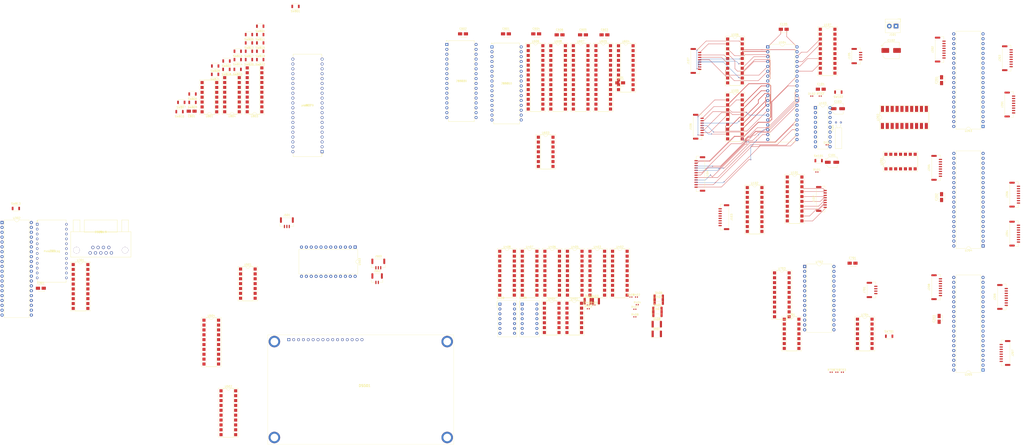
<source format=kicad_pcb>
(kicad_pcb (version 20171130) (host pcbnew "(5.1.9)-1")
  (layers (0 F.Cu signal) (31 B.Cu signal) (34 B.Paste user) (35 F.Paste user) (36 B.SilkS user) (37 F.SilkS user) (38 B.Mask user) (39 F.Mask user) (44 Edge.Cuts user))
  (net 0 "")
  (net 1 GND)
  (net 2 +5V)
  (net 3 /NMI)
  (net 4 "Net-(D401-Pad2)")
  (net 5 "Net-(D401-Pad1)")
  (net 6 "Net-(D402-Pad2)")
  (net 7 "Net-(D402-Pad1)")
  (net 8 "Net-(D403-Pad1)")
  (net 9 "Net-(D403-Pad2)")
  (net 10 "Net-(D404-Pad1)")
  (net 11 "Net-(D404-Pad2)")
  (net 12 "Net-(D405-Pad2)")
  (net 13 "Net-(D405-Pad1)")
  (net 14 "Net-(D406-Pad1)")
  (net 15 "Net-(D406-Pad2)")
  (net 16 "Net-(D407-Pad1)")
  (net 17 "Net-(D407-Pad2)")
  (net 18 "Net-(D408-Pad2)")
  (net 19 "Net-(D408-Pad1)")
  (net 20 A0)
  (net 21 /8254_and_LCD/E)
  (net 22 D0)
  (net 23 D1)
  (net 24 D2)
  (net 25 D3)
  (net 26 D4)
  (net 27 D5)
  (net 28 D6)
  (net 29 D7)
  (net 30 "Net-(DS501-PadMH1)")
  (net 31 "Net-(DS501-PadMH2)")
  (net 32 "Net-(DS501-PadMH3)")
  (net 33 "Net-(DS501-PadMH4)")
  (net 34 D15)
  (net 35 D14)
  (net 36 D13)
  (net 37 D12)
  (net 38 D11)
  (net 39 D10)
  (net 40 D9)
  (net 41 D8)
  (net 42 ~BHE)
  (net 43 ~RD)
  (net 44 ~WR)
  (net 45 ~INTA)
  (net 46 M_~IO)
  (net 47 HOLD)
  (net 48 HLDA)
  (net 49 TEST)
  (net 50 INTR)
  (net 51 RESET)
  (net 52 READY)
  (net 53 CLK)
  (net 54 A16)
  (net 55 A17)
  (net 56 A18)
  (net 57 A19)
  (net 58 A3)
  (net 59 A4)
  (net 60 A5)
  (net 61 A6)
  (net 62 A7)
  (net 63 A8)
  (net 64 A9)
  (net 65 A10)
  (net 66 A11)
  (net 67 A12)
  (net 68 A13)
  (net 69 A14)
  (net 70 A15)
  (net 71 /16550/DCDIN)
  (net 72 /16550/RXD)
  (net 73 /16550/TXD)
  (net 74 /16550/DTROUT)
  (net 75 /16550/DSRIN)
  (net 76 /16550/RTSOUT)
  (net 77 /16550/CTSIN)
  (net 78 /16550/RIIN)
  (net 79 "Net-(J501-Pad1)")
  (net 80 "Net-(J501-Pad2)")
  (net 81 "Net-(J501-Pad3)")
  (net 82 "Net-(J502-Pad1)")
  (net 83 "Net-(J502-Pad2)")
  (net 84 "Net-(J503-Pad3)")
  (net 85 "Net-(J503-Pad2)")
  (net 86 "Net-(J503-Pad1)")
  (net 87 /8259/IR4)
  (net 88 /8259/IR5)
  (net 89 /8259/IR6)
  (net 90 /8259/IR7)
  (net 91 "Net-(R701-Pad2)")
  (net 92 "Net-(R702-Pad2)")
  (net 93 "Net-(R703-Pad1)")
  (net 94 "Net-(SW801-Pad1)")
  (net 95 "Net-(SW802-Pad1)")
  (net 96 /8279/Col0)
  (net 97 /8279/Col4)
  (net 98 /8279/Col1)
  (net 99 /8279/Col2)
  (net 100 /8279/Col3)
  (net 101 PCLK)
  (net 102 /AD14)
  (net 103 /AD13)
  (net 104 /AD12)
  (net 105 /AD11)
  (net 106 /ALE)
  (net 107 /AD10)
  (net 108 /~DEN)
  (net 109 /AD9)
  (net 110 /DT_~R)
  (net 111 /AD8)
  (net 112 /AD7)
  (net 113 /AD6)
  (net 114 /AD5)
  (net 115 /AD4)
  (net 116 /AD3)
  (net 117 /AD2)
  (net 118 /AD1)
  (net 119 /AD19)
  (net 120 /AD0)
  (net 121 /AD18)
  (net 122 /AD17)
  (net 123 /AD16)
  (net 124 /AD15)
  (net 125 /8255/CS2)
  (net 126 "Net-(U201-Pad6)")
  (net 127 /8255/CS1)
  (net 128 /8255/CS0)
  (net 129 /16550/~RI)
  (net 130 /16550/~DCD)
  (net 131 /16550/~DSR)
  (net 132 /16550/~CTS)
  (net 133 /16550/~DTR)
  (net 134 /16550/~RTS)
  (net 135 /16550/TX)
  (net 136 IR3)
  (net 137 /16550/RX)
  (net 138 "Net-(U404-Pad6)")
  (net 139 "Net-(U405-Pad19)")
  (net 140 "Net-(U406-Pad19)")
  (net 141 "Net-(U408-Pad19)")
  (net 142 "Net-(U408-Pad9)")
  (net 143 "Net-(U408-Pad16)")
  (net 144 "Net-(U408-Pad6)")
  (net 145 "Net-(U408-Pad15)")
  (net 146 "Net-(U408-Pad5)")
  (net 147 "Net-(U408-Pad12)")
  (net 148 "Net-(U408-Pad2)")
  (net 149 "Net-(U409-Pad12)")
  (net 150 "Net-(U409-Pad5)")
  (net 151 "Net-(U409-Pad6)")
  (net 152 "Net-(U410-Pad12)")
  (net 153 "Net-(U410-Pad6)")
  (net 154 "Net-(U410-Pad5)")
  (net 155 "Net-(U410-Pad4)")
  (net 156 /8254_and_LCD/~CS)
  (net 157 IR1)
  (net 158 "Net-(U601-Pad1)")
  (net 159 CEA)
  (net 160 "Net-(U601-Pad30)")
  (net 161 "Net-(U601-Pad31)")
  (net 162 "Net-(U602-Pad30)")
  (net 163 CEB)
  (net 164 "Net-(U602-Pad1)")
  (net 165 "Net-(U604-Pad19)")
  (net 166 "Net-(U604-Pad9)")
  (net 167 "Net-(U604-Pad18)")
  (net 168 CE1)
  (net 169 CE2)
  (net 170 CE3)
  (net 171 CE4)
  (net 172 "Net-(U604-Pad2)")
  (net 173 "Net-(U604-Pad11)")
  (net 174 IR2)
  (net 175 "Net-(U701-Pad12)")
  (net 176 "Net-(U702-Pad18)")
  (net 177 "Net-(U704-Pad2)")
  (net 178 "Net-(U804-Pad9)")
  (net 179 "Net-(U804-Pad10)")
  (net 180 "Net-(U804-Pad4)")
  (net 181 "Net-(U804-Pad5)")
  (net 182 "Net-(U804-Pad6)")
  (net 183 "Net-(U804-Pad7)")
  (net 184 A1)
  (net 185 A2)
  (net 186 "Net-(C103-Pad1)")
  (net 187 "Net-(J201-Pad1)")
  (net 188 "Net-(J201-Pad2)")
  (net 189 "Net-(J201-Pad3)")
  (net 190 "Net-(J201-Pad4)")
  (net 191 "Net-(J201-Pad5)")
  (net 192 "Net-(J201-Pad6)")
  (net 193 "Net-(J201-Pad7)")
  (net 194 "Net-(J201-Pad8)")
  (net 195 "Net-(J202-Pad8)")
  (net 196 "Net-(J202-Pad7)")
  (net 197 "Net-(J202-Pad6)")
  (net 198 "Net-(J202-Pad5)")
  (net 199 "Net-(J202-Pad4)")
  (net 200 "Net-(J202-Pad3)")
  (net 201 "Net-(J202-Pad2)")
  (net 202 "Net-(J202-Pad1)")
  (net 203 "Net-(J203-Pad1)")
  (net 204 "Net-(J203-Pad2)")
  (net 205 "Net-(J203-Pad3)")
  (net 206 "Net-(J203-Pad4)")
  (net 207 "Net-(J203-Pad5)")
  (net 208 "Net-(J203-Pad6)")
  (net 209 "Net-(J203-Pad7)")
  (net 210 "Net-(J203-Pad8)")
  (net 211 "Net-(J204-Pad1)")
  (net 212 "Net-(J204-Pad2)")
  (net 213 "Net-(J204-Pad3)")
  (net 214 "Net-(J204-Pad4)")
  (net 215 "Net-(J204-Pad5)")
  (net 216 "Net-(J204-Pad6)")
  (net 217 "Net-(J204-Pad7)")
  (net 218 "Net-(J204-Pad8)")
  (net 219 "Net-(J205-Pad8)")
  (net 220 "Net-(J205-Pad7)")
  (net 221 "Net-(J205-Pad6)")
  (net 222 "Net-(J205-Pad5)")
  (net 223 "Net-(J205-Pad4)")
  (net 224 "Net-(J205-Pad3)")
  (net 225 "Net-(J205-Pad2)")
  (net 226 "Net-(J205-Pad1)")
  (net 227 "Net-(J206-Pad8)")
  (net 228 "Net-(J206-Pad7)")
  (net 229 "Net-(J206-Pad6)")
  (net 230 "Net-(J206-Pad5)")
  (net 231 "Net-(J206-Pad4)")
  (net 232 "Net-(J206-Pad3)")
  (net 233 "Net-(J206-Pad2)")
  (net 234 "Net-(J206-Pad1)")
  (net 235 "Net-(J207-Pad8)")
  (net 236 "Net-(J207-Pad7)")
  (net 237 "Net-(J207-Pad6)")
  (net 238 "Net-(J207-Pad5)")
  (net 239 "Net-(J207-Pad4)")
  (net 240 "Net-(J207-Pad3)")
  (net 241 "Net-(J207-Pad2)")
  (net 242 "Net-(J207-Pad1)")
  (net 243 "Net-(J208-Pad1)")
  (net 244 "Net-(J208-Pad2)")
  (net 245 "Net-(J208-Pad3)")
  (net 246 "Net-(J208-Pad4)")
  (net 247 "Net-(J208-Pad5)")
  (net 248 "Net-(J208-Pad6)")
  (net 249 "Net-(J208-Pad7)")
  (net 250 "Net-(J208-Pad8)")
  (net 251 "Net-(J209-Pad1)")
  (net 252 "Net-(J209-Pad2)")
  (net 253 "Net-(J209-Pad3)")
  (net 254 "Net-(J209-Pad4)")
  (net 255 "Net-(J209-Pad5)")
  (net 256 "Net-(J209-Pad6)")
  (net 257 "Net-(J209-Pad7)")
  (net 258 "Net-(J209-Pad8)")
  (net 259 "Net-(U103-Pad3)")
  (net 260 "Net-(U103-Pad12)")
  (net 261 "Net-(U103-Pad4)")
  (net 262 "Net-(U103-Pad5)")
  (net 263 "Net-(U103-Pad6)")
  (net 264 "Net-(U103-Pad15)")
  (net 265 "Net-(U103-Pad7)")
  (net 266 "Net-(U103-Pad16)")
  (net 267 "Net-(U103-Pad17)")
  (net 268 "Net-(U107-Pad19)")
  (net 269 "Net-(U107-Pad18)")
  (net 270 "Net-(U107-Pad17)")
  (net 271 "Net-(U107-Pad16)")
  (net 272 "Net-(U107-Pad15)")
  (net 273 "Net-(U107-Pad14)")
  (net 274 "Net-(U107-Pad13)")
  (net 275 "Net-(U107-Pad12)")
  (net 276 "Net-(U301-Pad19)")
  (net 277 "Net-(U302-Pad23)")
  (net 278 "Net-(U302-Pad24)")
  (net 279 "Net-(U302-Pad25)")
  (net 280 "Net-(U302-Pad15)")
  (net 281 "Net-(U302-Pad29)")
  (net 282 "Net-(U302-Pad31)")
  (net 283 "Net-(U302-Pad34)")
  (net 284 "Net-(U302-Pad17)")
  (net 285 "Net-(U303-Pad13)")
  (net 286 "Net-(U303-Pad14)")
  (net 287 "Net-(U303-Pad19)")
  (net 288 "Net-(U303-Pad22)")
  (net 289 "Net-(U401-Pad6)")
  (net 290 "Net-(U402-Pad19)")
  (net 291 "Net-(U404-Pad8)")
  (net 292 "Net-(U407-Pad2)")
  (net 293 "Net-(U407-Pad12)")
  (net 294 "Net-(U407-Pad5)")
  (net 295 "Net-(U407-Pad15)")
  (net 296 "Net-(U407-Pad6)")
  (net 297 "Net-(U407-Pad16)")
  (net 298 "Net-(U407-Pad9)")
  (net 299 "Net-(U407-Pad19)")
  (net 300 "Net-(U409-Pad4)")
  (net 301 "Net-(U501-Pad3)")
  (net 302 "Net-(U501-Pad6)")
  (net 303 "Net-(U603-Pad6)")
  (net 304 "Net-(U603-Pad4)")
  (net 305 "Net-(U702-Pad1)")
  (net 306 "Net-(U702-Pad15)")
  (net 307 "Net-(U702-Pad12)")
  (net 308 "Net-(U702-Pad13)")
  (net 309 "Net-(U801-Pad12)")
  (net 310 "Net-(U802-Pad5)")
  (net 311 "Net-(U802-Pad6)")
  (net 312 "Net-(U802-Pad7)")
  (net 313 "Net-(U802-Pad8)")
  (net 314 "Net-(U802-Pad22)")
  (net 315 "Net-(U802-Pad23)")
  (net 316 "Net-(U802-Pad24)")
  (net 317 "Net-(U802-Pad25)")
  (net 318 "Net-(U802-Pad26)")
  (net 319 "Net-(U802-Pad27)")
  (net 320 "Net-(U802-Pad28)")
  (net 321 "Net-(U802-Pad29)")
  (net 322 "Net-(U802-Pad30)")
  (net 323 "Net-(U802-Pad31)")
  (net 324 "Net-(U802-Pad32)")
  (net 325 "Net-(U802-Pad33)")
  (net 326 "Net-(U802-Pad34)")
  (net 327 "Net-(U802-Pad35)")
  (module Package_DIP:DIP-40_W15.24mm (layer F.Cu) (at 270.845001 -18.774999)
    (fp_text reference U104 (at 7.62 -2.33) (layer F.SilkS))
    (fp_text value 8086_Min_Mode)
    (pad 1 thru_hole rect (at 0 0) (size 1.6 1.6) (drill 0.8) (layers *.Cu *.Mask) (net 1 GND))
    (pad 21 thru_hole oval (at 15.24 48.26) (size 1.6 1.6) (drill 0.8) (layers *.Cu *.Mask) (net 51 RESET))
    (pad 2 thru_hole oval (at 0 2.54) (size 1.6 1.6) (drill 0.8) (layers *.Cu *.Mask) (net 102 /AD14))
    (pad 22 thru_hole oval (at 15.24 45.72) (size 1.6 1.6) (drill 0.8) (layers *.Cu *.Mask) (net 52 READY))
    (pad 3 thru_hole oval (at 0 5.08) (size 1.6 1.6) (drill 0.8) (layers *.Cu *.Mask) (net 103 /AD13))
    (pad 23 thru_hole oval (at 15.24 43.18) (size 1.6 1.6) (drill 0.8) (layers *.Cu *.Mask) (net 49 TEST))
    (pad 4 thru_hole oval (at 0 7.62) (size 1.6 1.6) (drill 0.8) (layers *.Cu *.Mask) (net 104 /AD12))
    (pad 24 thru_hole oval (at 15.24 40.64) (size 1.6 1.6) (drill 0.8) (layers *.Cu *.Mask) (net 45 ~INTA))
    (pad 5 thru_hole oval (at 0 10.16) (size 1.6 1.6) (drill 0.8) (layers *.Cu *.Mask) (net 105 /AD11))
    (pad 25 thru_hole oval (at 15.24 38.1) (size 1.6 1.6) (drill 0.8) (layers *.Cu *.Mask) (net 106 /ALE))
    (pad 6 thru_hole oval (at 0 12.7) (size 1.6 1.6) (drill 0.8) (layers *.Cu *.Mask) (net 107 /AD10))
    (pad 26 thru_hole oval (at 15.24 35.56) (size 1.6 1.6) (drill 0.8) (layers *.Cu *.Mask) (net 108 /~DEN))
    (pad 7 thru_hole oval (at 0 15.24) (size 1.6 1.6) (drill 0.8) (layers *.Cu *.Mask) (net 109 /AD9))
    (pad 27 thru_hole oval (at 15.24 33.02) (size 1.6 1.6) (drill 0.8) (layers *.Cu *.Mask) (net 110 /DT_~R))
    (pad 8 thru_hole oval (at 0 17.78) (size 1.6 1.6) (drill 0.8) (layers *.Cu *.Mask) (net 111 /AD8))
    (pad 28 thru_hole oval (at 15.24 30.48) (size 1.6 1.6) (drill 0.8) (layers *.Cu *.Mask) (net 46 M_~IO))
    (pad 9 thru_hole oval (at 0 20.32) (size 1.6 1.6) (drill 0.8) (layers *.Cu *.Mask) (net 112 /AD7))
    (pad 29 thru_hole oval (at 15.24 27.94) (size 1.6 1.6) (drill 0.8) (layers *.Cu *.Mask) (net 44 ~WR))
    (pad 10 thru_hole oval (at 0 22.86) (size 1.6 1.6) (drill 0.8) (layers *.Cu *.Mask) (net 113 /AD6))
    (pad 30 thru_hole oval (at 15.24 25.4) (size 1.6 1.6) (drill 0.8) (layers *.Cu *.Mask) (net 48 HLDA))
    (pad 11 thru_hole oval (at 0 25.4) (size 1.6 1.6) (drill 0.8) (layers *.Cu *.Mask) (net 114 /AD5))
    (pad 31 thru_hole oval (at 15.24 22.86) (size 1.6 1.6) (drill 0.8) (layers *.Cu *.Mask) (net 47 HOLD))
    (pad 12 thru_hole oval (at 0 27.94) (size 1.6 1.6) (drill 0.8) (layers *.Cu *.Mask) (net 115 /AD4))
    (pad 32 thru_hole oval (at 15.24 20.32) (size 1.6 1.6) (drill 0.8) (layers *.Cu *.Mask) (net 43 ~RD))
    (pad 13 thru_hole oval (at 0 30.48) (size 1.6 1.6) (drill 0.8) (layers *.Cu *.Mask) (net 116 /AD3))
    (pad 33 thru_hole oval (at 15.24 17.78) (size 1.6 1.6) (drill 0.8) (layers *.Cu *.Mask) (net 2 +5V))
    (pad 14 thru_hole oval (at 0 33.02) (size 1.6 1.6) (drill 0.8) (layers *.Cu *.Mask) (net 117 /AD2))
    (pad 34 thru_hole oval (at 15.24 15.24) (size 1.6 1.6) (drill 0.8) (layers *.Cu *.Mask) (net 42 ~BHE))
    (pad 15 thru_hole oval (at 0 35.56) (size 1.6 1.6) (drill 0.8) (layers *.Cu *.Mask) (net 118 /AD1))
    (pad 35 thru_hole oval (at 15.24 12.7) (size 1.6 1.6) (drill 0.8) (layers *.Cu *.Mask) (net 119 /AD19))
    (pad 16 thru_hole oval (at 0 38.1) (size 1.6 1.6) (drill 0.8) (layers *.Cu *.Mask) (net 120 /AD0))
    (pad 36 thru_hole oval (at 15.24 10.16) (size 1.6 1.6) (drill 0.8) (layers *.Cu *.Mask) (net 121 /AD18))
    (pad 17 thru_hole oval (at 0 40.64) (size 1.6 1.6) (drill 0.8) (layers *.Cu *.Mask) (net 3 /NMI))
    (pad 37 thru_hole oval (at 15.24 7.62) (size 1.6 1.6) (drill 0.8) (layers *.Cu *.Mask) (net 122 /AD17))
    (pad 18 thru_hole oval (at 0 43.18) (size 1.6 1.6) (drill 0.8) (layers *.Cu *.Mask) (net 50 INTR))
    (pad 38 thru_hole oval (at 15.24 5.08) (size 1.6 1.6) (drill 0.8) (layers *.Cu *.Mask) (net 123 /AD16))
    (pad 19 thru_hole oval (at 0 45.72) (size 1.6 1.6) (drill 0.8) (layers *.Cu *.Mask) (net 53 CLK))
    (pad 39 thru_hole oval (at 15.24 2.54) (size 1.6 1.6) (drill 0.8) (layers *.Cu *.Mask) (net 124 /AD15))
    (pad 20 thru_hole oval (at 0 48.26) (size 1.6 1.6) (drill 0.8) (layers *.Cu *.Mask) (net 1 GND))
    (pad 40 thru_hole oval (at 15.24 0) (size 1.6 1.6) (drill 0.8) (layers *.Cu *.Mask) (net 2 +5V))
  )
  (module LED_SMD:LED_1812_4532Metric (layer F.Cu) (at 213.06 125.78)
    (fp_text reference D408 (at 0 -2.65) (layer F.SilkS))
    (fp_text value LED)
    (pad 2 smd roundrect (at 2.1375 0) (size 1.125 3.4) (layers F.Cu F.Paste F.Mask) (roundrect_rratio 0.222222) (net 18 "Net-(D408-Pad2)"))
    (pad 1 smd roundrect (at -2.1375 0) (size 1.125 3.4) (layers F.Cu F.Paste F.Mask) (roundrect_rratio 0.222222) (net 19 "Net-(D408-Pad1)"))
  )
  (module LED_SMD:LED_1812_4532Metric (layer F.Cu) (at 213.06 130.86)
    (fp_text reference D407 (at 0 -2.65) (layer F.SilkS))
    (fp_text value LED)
    (pad 2 smd roundrect (at 2.1375 0) (size 1.125 3.4) (layers F.Cu F.Paste F.Mask) (roundrect_rratio 0.222222) (net 17 "Net-(D407-Pad2)"))
    (pad 1 smd roundrect (at -2.1375 0) (size 1.125 3.4) (layers F.Cu F.Paste F.Mask) (roundrect_rratio 0.222222) (net 16 "Net-(D407-Pad1)"))
  )
  (module LED_SMD:LED_1812_4532Metric (layer F.Cu) (at 214.080001 112.025001)
    (fp_text reference D406 (at 0 -2.65) (layer F.SilkS))
    (fp_text value LED)
    (pad 2 smd roundrect (at 2.1375 0) (size 1.125 3.4) (layers F.Cu F.Paste F.Mask) (roundrect_rratio 0.222222) (net 15 "Net-(D406-Pad2)"))
    (pad 1 smd roundrect (at -2.1375 0) (size 1.125 3.4) (layers F.Cu F.Paste F.Mask) (roundrect_rratio 0.222222) (net 14 "Net-(D406-Pad1)"))
  )
  (module LED_SMD:LED_1812_4532Metric (layer F.Cu) (at 213.410001 118.375001)
    (fp_text reference D405 (at 0 -2.65) (layer F.SilkS))
    (fp_text value LED)
    (pad 2 smd roundrect (at 2.1375 0) (size 1.125 3.4) (layers F.Cu F.Paste F.Mask) (roundrect_rratio 0.222222) (net 12 "Net-(D405-Pad2)"))
    (pad 1 smd roundrect (at -2.1375 0) (size 1.125 3.4) (layers F.Cu F.Paste F.Mask) (roundrect_rratio 0.222222) (net 13 "Net-(D405-Pad1)"))
  )
  (module LED_SMD:LED_1812_4532Metric (layer F.Cu) (at 214.080001 114.015001)
    (fp_text reference D404 (at 0 -2.65) (layer F.SilkS))
    (fp_text value LED)
    (pad 2 smd roundrect (at 2.1375 0) (size 1.125 3.4) (layers F.Cu F.Paste F.Mask) (roundrect_rratio 0.222222) (net 11 "Net-(D404-Pad2)"))
    (pad 1 smd roundrect (at -2.1375 0) (size 1.125 3.4) (layers F.Cu F.Paste F.Mask) (roundrect_rratio 0.222222) (net 10 "Net-(D404-Pad1)"))
  )
  (module LED_SMD:LED_1812_4532Metric (layer F.Cu) (at 180.780001 113.775001)
    (fp_text reference D403 (at 0 -2.65) (layer F.SilkS))
    (fp_text value LED)
    (pad 2 smd roundrect (at 2.1375 0) (size 1.125 3.4) (layers F.Cu F.Paste F.Mask) (roundrect_rratio 0.222222) (net 9 "Net-(D403-Pad2)"))
    (pad 1 smd roundrect (at -2.1375 0) (size 1.125 3.4) (layers F.Cu F.Paste F.Mask) (roundrect_rratio 0.222222) (net 8 "Net-(D403-Pad1)"))
  )
  (module LED_SMD:LED_1812_4532Metric (layer F.Cu) (at 177.640001 113.775001)
    (fp_text reference D402 (at 0 -2.65) (layer F.SilkS))
    (fp_text value LED)
    (pad 2 smd roundrect (at 2.1375 0) (size 1.125 3.4) (layers F.Cu F.Paste F.Mask) (roundrect_rratio 0.222222) (net 6 "Net-(D402-Pad2)"))
    (pad 1 smd roundrect (at -2.1375 0) (size 1.125 3.4) (layers F.Cu F.Paste F.Mask) (roundrect_rratio 0.222222) (net 7 "Net-(D402-Pad1)"))
  )
  (module LED_SMD:LED_1812_4532Metric (layer F.Cu) (at 213.410001 120.365001)
    (fp_text reference D401 (at 0 -2.65) (layer F.SilkS))
    (fp_text value LED)
    (pad 2 smd roundrect (at 2.1375 0) (size 1.125 3.4) (layers F.Cu F.Paste F.Mask) (roundrect_rratio 0.222222) (net 4 "Net-(D401-Pad2)"))
    (pad 1 smd roundrect (at -2.1375 0) (size 1.125 3.4) (layers F.Cu F.Paste F.Mask) (roundrect_rratio 0.222222) (net 5 "Net-(D401-Pad1)"))
  )
  (module Resistor_SMD:R_0402_1005Metric (layer F.Cu) (at 201.63 121.97)
    (fp_text reference R408 (at 0 -1.17) (layer F.SilkS))
    (fp_text value R)
    (pad 1 smd roundrect (at -0.51 0) (size 0.54 0.64) (layers F.Cu F.Paste F.Mask) (net 18 "Net-(D408-Pad2)"))
    (pad 2 smd roundrect (at 0.51 0) (size 0.54 0.64) (layers F.Cu F.Paste F.Mask) (net 2 +5V))
  )
  (module Resistor_SMD:R_0402_1005Metric (layer F.Cu) (at 201.63 117.995001)
    (fp_text reference R407 (at 0 -1.17) (layer F.SilkS))
    (fp_text value R)
    (pad 1 smd roundrect (at -0.51 0) (size 0.54 0.64) (layers F.Cu F.Paste F.Mask) (net 17 "Net-(D407-Pad2)"))
    (pad 2 smd roundrect (at 0.51 0) (size 0.54 0.64) (layers F.Cu F.Paste F.Mask) (net 2 +5V))
  )
  (module Capacitor_SMD:CP_Elec_5x3 (layer F.Cu) (at 304.306 41.372)
    (fp_text reference C101 (at 0 -3.7) (layer F.SilkS))
    (fp_text value 10uF)
    (pad 2 smd roundrect (at 2.2 0) (size 3 1.6) (layers F.Cu F.Paste F.Mask) (roundrect_rratio 0.15625) (net 3 /NMI))
    (pad 1 smd roundrect (at -2.2 0) (size 3 1.6) (layers F.Cu F.Paste F.Mask) (roundrect_rratio 0.15625) (net 2 +5V))
  )
  (module Capacitor_SMD:CP_Elec_8x5.4 (layer F.Cu) (at 335.116 -16.938)
    (fp_text reference C102 (at 0 -5.2) (layer F.SilkS))
    (fp_text value 100uF)
    (pad 1 smd roundrect (at -3.05 0) (size 4 2.5) (layers F.Cu F.Paste F.Mask) (roundrect_rratio 0.1) (net 2 +5V))
    (pad 2 smd roundrect (at 3.05 0) (size 4 2.5) (layers F.Cu F.Paste F.Mask) (roundrect_rratio 0.1) (net 1 GND))
  )
  (module Capacitor_SMD:CP_Elec_5x3 (layer F.Cu) (at 307.354 13.432)
    (fp_text reference C103 (at 0 -3.7) (layer F.SilkS))
    (fp_text value 10uF)
    (pad 1 smd roundrect (at -2.2 0) (size 3 1.6) (layers F.Cu F.Paste F.Mask) (roundrect_rratio 0.15625) (net 186 "Net-(C103-Pad1)"))
    (pad 2 smd roundrect (at 2.2 0) (size 3 1.6) (layers F.Cu F.Paste F.Mask) (roundrect_rratio 0.15625) (net 1 GND))
  )
  (module Capacitor_SMD:CP_Elec_3x5.3 (layer F.Cu) (at 298.464 3.272)
    (fp_text reference C104 (at 0 -2.7) (layer F.SilkS))
    (fp_text value 0.1uF)
    (pad 2 smd rect (at 1.5 0) (size 2.2 1.6) (layers F.Cu F.Paste F.Mask) (net 2 +5V))
    (pad 1 smd rect (at -1.5 0) (size 2.2 1.6) (layers F.Cu F.Paste F.Mask) (net 1 GND))
  )
  (module Capacitor_SMD:CP_Elec_3x5.3 (layer F.Cu) (at 279.16 -27.97)
    (fp_text reference C105 (at 0 -2.7) (layer F.SilkS))
    (fp_text value 0.1uF)
    (pad 1 smd rect (at -1.5 0) (size 2.2 1.6) (layers F.Cu F.Paste F.Mask) (net 1 GND))
    (pad 2 smd rect (at 1.5 0) (size 2.2 1.6) (layers F.Cu F.Paste F.Mask) (net 2 +5V))
  )
  (module Capacitor_SMD:CP_Elec_3x5.3 (layer F.Cu) (at 361.37 -1.44 90)
    (fp_text reference C201 (at 0 -2.7 90) (layer F.SilkS))
    (fp_text value 0.1uF)
    (pad 1 smd rect (at -1.5 0 90) (size 2.2 1.6) (layers F.Cu F.Paste F.Mask) (net 1 GND))
    (pad 2 smd rect (at 1.5 0 90) (size 2.2 1.6) (layers F.Cu F.Paste F.Mask) (net 2 +5V))
  )
  (module Capacitor_SMD:CP_Elec_3x5.3 (layer F.Cu) (at 361.37 59.52 90)
    (fp_text reference C202 (at 0 -2.7 90) (layer F.SilkS))
    (fp_text value 0.1uF)
    (pad 2 smd rect (at 1.5 0 90) (size 2.2 1.6) (layers F.Cu F.Paste F.Mask) (net 2 +5V))
    (pad 1 smd rect (at -1.5 0 90) (size 2.2 1.6) (layers F.Cu F.Paste F.Mask) (net 1 GND))
  )
  (module Capacitor_SMD:CP_Elec_3x5.3 (layer F.Cu) (at 360.1 123.02 90)
    (fp_text reference C203 (at 0 -2.7 90) (layer F.SilkS))
    (fp_text value 0.1uF)
    (pad 1 smd rect (at -1.5 0 90) (size 2.2 1.6) (layers F.Cu F.Paste F.Mask) (net 1 GND))
    (pad 2 smd rect (at 1.5 0 90) (size 2.2 1.6) (layers F.Cu F.Paste F.Mask) (net 2 +5V))
  )
  (module Capacitor_SMD:CP_Elec_3x5.3 (layer F.Cu) (at -107.724999 107.045001)
    (fp_text reference C301 (at 0 -2.7) (layer F.SilkS))
    (fp_text value 0.1uF)
    (pad 2 smd rect (at 1.5 0) (size 2.2 1.6) (layers F.Cu F.Paste F.Mask) (net 2 +5V))
    (pad 1 smd rect (at -1.5 0) (size 2.2 1.6) (layers F.Cu F.Paste F.Mask) (net 1 GND))
  )
  (module Capacitor_SMD:CP_Elec_3x5.3 (layer F.Cu) (at 193.957001 -0.040999)
    (fp_text reference C501 (at 0 -2.7) (layer F.SilkS))
    (fp_text value 0.1uF)
    (pad 2 smd rect (at 1.5 0) (size 2.2 1.6) (layers F.Cu F.Paste F.Mask) (net 2 +5V))
    (pad 1 smd rect (at -1.5 0) (size 2.2 1.6) (layers F.Cu F.Paste F.Mask) (net 1 GND))
  )
  (module Capacitor_SMD:CP_Elec_3x5.3 (layer F.Cu) (at 134.492 -25.588)
    (fp_text reference C601 (at 0 -2.7) (layer F.SilkS))
    (fp_text value 0.1uF)
    (pad 1 smd rect (at -1.5 0) (size 2.2 1.6) (layers F.Cu F.Paste F.Mask) (net 1 GND))
    (pad 2 smd rect (at 1.5 0) (size 2.2 1.6) (layers F.Cu F.Paste F.Mask) (net 2 +5V))
  )
  (module Capacitor_SMD:CP_Elec_3x5.3 (layer F.Cu) (at 112.14 -25.588)
    (fp_text reference C602 (at 0 -2.7) (layer F.SilkS))
    (fp_text value 0.1uF)
    (pad 1 smd rect (at -1.5 0) (size 2.2 1.6) (layers F.Cu F.Paste F.Mask) (net 1 GND))
    (pad 2 smd rect (at 1.5 0) (size 2.2 1.6) (layers F.Cu F.Paste F.Mask) (net 2 +5V))
  )
  (module Capacitor_SMD:CP_Elec_3x5.3 (layer F.Cu) (at 185.8 -25.08)
    (fp_text reference C603 (at 0 -2.7) (layer F.SilkS))
    (fp_text value 0.1uF)
    (pad 2 smd rect (at 1.5 0) (size 2.2 1.6) (layers F.Cu F.Paste F.Mask) (net 2 +5V))
    (pad 1 smd rect (at -1.5 0) (size 2.2 1.6) (layers F.Cu F.Paste F.Mask) (net 1 GND))
  )
  (module Capacitor_SMD:CP_Elec_3x5.3 (layer F.Cu) (at 150.24 -25.588)
    (fp_text reference C604 (at 0 -2.7) (layer F.SilkS))
    (fp_text value 0.1uF)
    (pad 1 smd rect (at -1.5 0) (size 2.2 1.6) (layers F.Cu F.Paste F.Mask) (net 1 GND))
    (pad 2 smd rect (at 1.5 0) (size 2.2 1.6) (layers F.Cu F.Paste F.Mask) (net 2 +5V))
  )
  (module Capacitor_SMD:CP_Elec_3x5.3 (layer F.Cu) (at 174.624 -25.08)
    (fp_text reference C605 (at 0 -2.7) (layer F.SilkS))
    (fp_text value 0.1uF)
    (pad 1 smd rect (at -1.5 0) (size 2.2 1.6) (layers F.Cu F.Paste F.Mask) (net 1 GND))
    (pad 2 smd rect (at 1.5 0) (size 2.2 1.6) (layers F.Cu F.Paste F.Mask) (net 2 +5V))
  )
  (module Capacitor_SMD:CP_Elec_3x5.3 (layer F.Cu) (at 162.432 -25.08)
    (fp_text reference C606 (at 0 -2.7) (layer F.SilkS))
    (fp_text value 0.1uF)
    (pad 2 smd rect (at 1.5 0) (size 2.2 1.6) (layers F.Cu F.Paste F.Mask) (net 2 +5V))
    (pad 1 smd rect (at -1.5 0) (size 2.2 1.6) (layers F.Cu F.Paste F.Mask) (net 1 GND))
  )
  (module Capacitor_SMD:CP_Elec_3x5.3 (layer F.Cu) (at 315.01 93.97)
    (fp_text reference C701 (at 0 -2.7) (layer F.SilkS))
    (fp_text value 0.1uF)
    (pad 2 smd rect (at 1.5 0) (size 2.2 1.6) (layers F.Cu F.Paste F.Mask) (net 2 +5V))
    (pad 1 smd rect (at -1.5 0) (size 2.2 1.6) (layers F.Cu F.Paste F.Mask) (net 1 GND))
  )
  (module Capacitor_SMD:CP_Elec_3x5.3 (layer F.Cu) (at -29.185001 14.734999 180)
    (fp_text reference C801 (at 0 -2.7) (layer F.SilkS))
    (fp_text value 0.1uF)
    (pad 1 smd rect (at -1.5 0 180) (size 2.2 1.6) (layers F.Cu F.Paste F.Mask) (net 1 GND))
    (pad 2 smd rect (at 1.5 0 180) (size 2.2 1.6) (layers F.Cu F.Paste F.Mask) (net 2 +5V))
  )
  (module Diode_SMD:D_0402_1005Metric (layer F.Cu) (at 301.796001 32.277001)
    (fp_text reference D101 (at 0 -1.17) (layer F.SilkS))
    (fp_text value DIODE)
    (pad 2 smd roundrect (at 0.485 0) (size 0.59 0.64) (layers F.Cu F.Paste F.Mask) (net 3 /NMI))
    (pad 1 smd roundrect (at -0.485 0) (size 0.59 0.64) (layers F.Cu F.Paste F.Mask) (net 1 GND))
  )
  (module Diode_SMD:D_0402_1005Metric (layer F.Cu) (at 293.760001 6.877001)
    (fp_text reference D102 (at 0 -1.17) (layer F.SilkS))
    (fp_text value DIODE)
    (pad 1 smd roundrect (at -0.485 0) (size 0.59 0.64) (layers F.Cu F.Paste F.Mask) (net 186 "Net-(C103-Pad1)"))
    (pad 2 smd roundrect (at 0.485 0) (size 0.59 0.64) (layers F.Cu F.Paste F.Mask) (net 2 +5V))
  )
  (module parts:LCD4x20 (layer F.Cu) (at 20.4 133.86)
    (fp_text reference DS501 (at 40.5 24) (layer F.SilkS) (effects (font (size 1.27 1.27) (thickness 0.254))))
    (fp_text value LCD4x20 hide)
    (pad 1 thru_hole rect (at 1 0) (size 1.5 1.5) (drill 1) (layers *.Cu *.Mask) (net 1 GND))
    (pad 2 thru_hole circle (at 3.54 0) (size 1.5 1.5) (drill 1) (layers *.Cu *.Mask) (net 2 +5V))
    (pad 3 thru_hole circle (at 6.08 0) (size 1.5 1.5) (drill 1) (layers *.Cu *.Mask) (net 2 +5V))
    (pad 4 thru_hole circle (at 8.62 0) (size 1.5 1.5) (drill 1) (layers *.Cu *.Mask) (net 184 A1))
    (pad 5 thru_hole circle (at 11.16 0) (size 1.5 1.5) (drill 1) (layers *.Cu *.Mask) (net 185 A2))
    (pad 6 thru_hole circle (at 13.7 0) (size 1.5 1.5) (drill 1) (layers *.Cu *.Mask) (net 21 /8254_and_LCD/E))
    (pad 7 thru_hole circle (at 16.24 0) (size 1.5 1.5) (drill 1) (layers *.Cu *.Mask) (net 22 D0))
    (pad 8 thru_hole circle (at 18.78 0) (size 1.5 1.5) (drill 1) (layers *.Cu *.Mask) (net 23 D1))
    (pad 9 thru_hole circle (at 21.32 0) (size 1.5 1.5) (drill 1) (layers *.Cu *.Mask) (net 24 D2))
    (pad 10 thru_hole circle (at 23.86 0) (size 1.5 1.5) (drill 1) (layers *.Cu *.Mask) (net 25 D3))
    (pad 11 thru_hole circle (at 26.4 0) (size 1.5 1.5) (drill 1) (layers *.Cu *.Mask) (net 26 D4))
    (pad 12 thru_hole circle (at 28.94 0) (size 1.5 1.5) (drill 1) (layers *.Cu *.Mask) (net 27 D5))
    (pad 13 thru_hole circle (at 31.48 0) (size 1.5 1.5) (drill 1) (layers *.Cu *.Mask) (net 28 D6))
    (pad 14 thru_hole circle (at 34.02 0) (size 1.5 1.5) (drill 1) (layers *.Cu *.Mask) (net 29 D7))
    (pad 15 thru_hole circle (at 36.56 0) (size 1.5 1.5) (drill 1) (layers *.Cu *.Mask) (net 2 +5V))
    (pad 16 thru_hole circle (at 39.1 0) (size 1.5 1.5) (drill 1) (layers *.Cu *.Mask) (net 1 GND))
    (pad MH1 thru_hole circle (at -6.5 1) (size 6 6) (drill 4) (layers *.Cu *.Mask) (net 30 "Net-(DS501-PadMH1)"))
    (pad MH2 thru_hole circle (at -6.5 51) (size 6 6) (drill 4) (layers *.Cu *.Mask) (net 31 "Net-(DS501-PadMH2)"))
    (pad MH3 thru_hole circle (at 83.5 51) (size 6 6) (drill 4) (layers *.Cu *.Mask) (net 32 "Net-(DS501-PadMH3)"))
    (pad MH4 thru_hole circle (at 83.5 1) (size 6 6) (drill 4) (layers *.Cu *.Mask) (net 33 "Net-(DS501-PadMH4)"))
  )
  (module TerminalBlock_4Ucon:TerminalBlock_4Ucon_1x02_P3.50mm_Horizontal (layer F.Cu) (at 337.656 -29.638 180)
    (fp_text reference J101 (at 1.75 -4.46) (layer F.SilkS))
    (fp_text value Screw_Terminal_01x02)
    (pad 1 thru_hole rect (at 0 0 180) (size 2.4 2.4) (drill 1.2) (layers *.Cu *.Mask) (net 1 GND))
    (pad 2 thru_hole circle (at 3.5 0 180) (size 2.4 2.4) (drill 1.2) (layers *.Cu *.Mask) (net 2 +5V))
  )
  (module Connector_JST:JST_GH_BM08B-GHS-TBT_1x08-1MP_P1.25mm_Vertical (layer F.Cu) (at 298.796 60.498 90)
    (fp_text reference J102 (at 0 -4 90) (layer F.SilkS))
    (fp_text value Conn_01x08_Male)
    (pad MP smd roundrect (at 6.225 -1.4 90) (size 1 2.8) (layers F.Cu F.Paste F.Mask))
    (pad MP smd roundrect (at -6.225 -1.4 90) (size 1 2.8) (layers F.Cu F.Paste F.Mask))
    (pad 8 smd roundrect (at 4.375 1.95 90) (size 0.6 1.7) (layers F.Cu F.Paste F.Mask) (net 41 D8))
    (pad 7 smd roundrect (at 3.125 1.95 90) (size 0.6 1.7) (layers F.Cu F.Paste F.Mask) (net 40 D9))
    (pad 6 smd roundrect (at 1.875 1.95 90) (size 0.6 1.7) (layers F.Cu F.Paste F.Mask) (net 39 D10))
    (pad 5 smd roundrect (at 0.625 1.95 90) (size 0.6 1.7) (layers F.Cu F.Paste F.Mask) (net 38 D11))
    (pad 4 smd roundrect (at -0.625 1.95 90) (size 0.6 1.7) (layers F.Cu F.Paste F.Mask) (net 37 D12))
    (pad 3 smd roundrect (at -1.875 1.95 90) (size 0.6 1.7) (layers F.Cu F.Paste F.Mask) (net 36 D13))
    (pad 2 smd roundrect (at -3.125 1.95 90) (size 0.6 1.7) (layers F.Cu F.Paste F.Mask) (net 35 D14))
    (pad 1 smd roundrect (at -4.375 1.95 90) (size 0.6 1.7) (layers F.Cu F.Paste F.Mask) (net 34 D15))
  )
  (module Connector_JST:JST_GH_BM08B-GHS-TBT_1x08-1MP_P1.25mm_Vertical (layer F.Cu) (at 248 70 270)
    (fp_text reference J103 (at 0 -4 90) (layer F.SilkS))
    (fp_text value Conn_01x08_Male)
    (pad 1 smd roundrect (at -4.375 1.95 270) (size 0.6 1.7) (layers F.Cu F.Paste F.Mask) (net 22 D0))
    (pad 2 smd roundrect (at -3.125 1.95 270) (size 0.6 1.7) (layers F.Cu F.Paste F.Mask) (net 23 D1))
    (pad 3 smd roundrect (at -1.875 1.95 270) (size 0.6 1.7) (layers F.Cu F.Paste F.Mask) (net 24 D2))
    (pad 4 smd roundrect (at -0.625 1.95 270) (size 0.6 1.7) (layers F.Cu F.Paste F.Mask) (net 25 D3))
    (pad 5 smd roundrect (at 0.625 1.95 270) (size 0.6 1.7) (layers F.Cu F.Paste F.Mask) (net 26 D4))
    (pad 6 smd roundrect (at 1.875 1.95 270) (size 0.6 1.7) (layers F.Cu F.Paste F.Mask) (net 27 D5))
    (pad 7 smd roundrect (at 3.125 1.95 270) (size 0.6 1.7) (layers F.Cu F.Paste F.Mask) (net 28 D6))
    (pad 8 smd roundrect (at 4.375 1.95 270) (size 0.6 1.7) (layers F.Cu F.Paste F.Mask) (net 29 D7))
    (pad MP smd roundrect (at -6.225 -1.4 270) (size 1 2.8) (layers F.Cu F.Paste F.Mask))
    (pad MP smd roundrect (at 6.225 -1.4 270) (size 1 2.8) (layers F.Cu F.Paste F.Mask))
  )
  (module Connector_JST:JST_GH_BM12B-GHS-TBT_1x12-1MP_P1.25mm_Vertical (layer F.Cu) (at 235.472 47.468 270)
    (fp_text reference J104 (at 0 -4 90) (layer F.SilkS))
    (fp_text value Conn_01x12_Male)
    (pad 1 smd roundrect (at -6.875 1.95 270) (size 0.6 1.7) (layers F.Cu F.Paste F.Mask) (net 42 ~BHE))
    (pad 2 smd roundrect (at -5.625 1.95 270) (size 0.6 1.7) (layers F.Cu F.Paste F.Mask) (net 43 ~RD))
    (pad 3 smd roundrect (at -4.375 1.95 270) (size 0.6 1.7) (layers F.Cu F.Paste F.Mask) (net 44 ~WR))
    (pad 4 smd roundrect (at -3.125 1.95 270) (size 0.6 1.7) (layers F.Cu F.Paste F.Mask) (net 45 ~INTA))
    (pad 5 smd roundrect (at -1.875 1.95 270) (size 0.6 1.7) (layers F.Cu F.Paste F.Mask) (net 46 M_~IO))
    (pad 6 smd roundrect (at -0.625 1.95 270) (size 0.6 1.7) (layers F.Cu F.Paste F.Mask) (net 47 HOLD))
    (pad 7 smd roundrect (at 0.625 1.95 270) (size 0.6 1.7) (layers F.Cu F.Paste F.Mask) (net 48 HLDA))
    (pad 8 smd roundrect (at 1.875 1.95 270) (size 0.6 1.7) (layers F.Cu F.Paste F.Mask) (net 49 TEST))
    (pad 9 smd roundrect (at 3.125 1.95 270) (size 0.6 1.7) (layers F.Cu F.Paste F.Mask) (net 50 INTR))
    (pad 10 smd roundrect (at 4.375 1.95 270) (size 0.6 1.7) (layers F.Cu F.Paste F.Mask) (net 51 RESET))
    (pad 11 smd roundrect (at 5.625 1.95 270) (size 0.6 1.7) (layers F.Cu F.Paste F.Mask) (net 52 READY))
    (pad 12 smd roundrect (at 6.875 1.95 270) (size 0.6 1.7) (layers F.Cu F.Paste F.Mask) (net 53 CLK))
    (pad MP smd roundrect (at -8.725 -1.4 270) (size 1 2.8) (layers F.Cu F.Paste F.Mask))
    (pad MP smd roundrect (at 8.725 -1.4 270) (size 1 2.8) (layers F.Cu F.Paste F.Mask))
  )
  (module Connector_JST:JST_GH_BM04B-GHS-TBT_1x04-1MP_P1.25mm_Vertical (layer F.Cu) (at 317.26 -14 90)
    (fp_text reference J105 (at 0 -4 90) (layer F.SilkS))
    (fp_text value Conn_01x04_Male)
    (pad MP smd roundrect (at 3.725 -1.4 90) (size 1 2.8) (layers F.Cu F.Paste F.Mask))
    (pad MP smd roundrect (at -3.725 -1.4 90) (size 1 2.8) (layers F.Cu F.Paste F.Mask))
    (pad 4 smd roundrect (at 1.875 1.95 90) (size 0.6 1.7) (layers F.Cu F.Paste F.Mask) (net 54 A16))
    (pad 3 smd roundrect (at 0.625 1.95 90) (size 0.6 1.7) (layers F.Cu F.Paste F.Mask) (net 55 A17))
    (pad 2 smd roundrect (at -0.625 1.95 90) (size 0.6 1.7) (layers F.Cu F.Paste F.Mask) (net 56 A18))
    (pad 1 smd roundrect (at -1.875 1.95 90) (size 0.6 1.7) (layers F.Cu F.Paste F.Mask) (net 57 A19))
  )
  (module Connector_JST:JST_GH_BM08B-GHS-TBT_1x08-1MP_P1.25mm_Vertical (layer F.Cu) (at 234.71 22.83 90)
    (fp_text reference J106 (at 0 -4 90) (layer F.SilkS))
    (fp_text value Conn_01x08_Male)
    (pad 1 smd roundrect (at -4.375 1.95 90) (size 0.6 1.7) (layers F.Cu F.Paste F.Mask) (net 20 A0))
    (pad 2 smd roundrect (at -3.125 1.95 90) (size 0.6 1.7) (layers F.Cu F.Paste F.Mask) (net 184 A1))
    (pad 3 smd roundrect (at -1.875 1.95 90) (size 0.6 1.7) (layers F.Cu F.Paste F.Mask) (net 185 A2))
    (pad 4 smd roundrect (at -0.625 1.95 90) (size 0.6 1.7) (layers F.Cu F.Paste F.Mask) (net 58 A3))
    (pad 5 smd roundrect (at 0.625 1.95 90) (size 0.6 1.7) (layers F.Cu F.Paste F.Mask) (net 59 A4))
    (pad 6 smd roundrect (at 1.875 1.95 90) (size 0.6 1.7) (layers F.Cu F.Paste F.Mask) (net 60 A5))
    (pad 7 smd roundrect (at 3.125 1.95 90) (size 0.6 1.7) (layers F.Cu F.Paste F.Mask) (net 61 A6))
    (pad 8 smd roundrect (at 4.375 1.95 90) (size 0.6 1.7) (layers F.Cu F.Paste F.Mask) (net 62 A7))
    (pad MP smd roundrect (at -6.225 -1.4 90) (size 1 2.8) (layers F.Cu F.Paste F.Mask))
    (pad MP smd roundrect (at 6.225 -1.4 90) (size 1 2.8) (layers F.Cu F.Paste F.Mask))
  )
  (module Connector_JST:JST_GH_BM08B-GHS-TBT_1x08-1MP_P1.25mm_Vertical (layer F.Cu) (at 233.44 -11.46 90)
    (fp_text reference J107 (at 0 -4 90) (layer F.SilkS))
    (fp_text value Conn_01x08_Male)
    (pad MP smd roundrect (at 6.225 -1.4 90) (size 1 2.8) (layers F.Cu F.Paste F.Mask))
    (pad MP smd roundrect (at -6.225 -1.4 90) (size 1 2.8) (layers F.Cu F.Paste F.Mask))
    (pad 8 smd roundrect (at 4.375 1.95 90) (size 0.6 1.7) (layers F.Cu F.Paste F.Mask) (net 63 A8))
    (pad 7 smd roundrect (at 3.125 1.95 90) (size 0.6 1.7) (layers F.Cu F.Paste F.Mask) (net 64 A9))
    (pad 6 smd roundrect (at 1.875 1.95 90) (size 0.6 1.7) (layers F.Cu F.Paste F.Mask) (net 65 A10))
    (pad 5 smd roundrect (at 0.625 1.95 90) (size 0.6 1.7) (layers F.Cu F.Paste F.Mask) (net 66 A11))
    (pad 4 smd roundrect (at -0.625 1.95 90) (size 0.6 1.7) (layers F.Cu F.Paste F.Mask) (net 67 A12))
    (pad 3 smd roundrect (at -1.875 1.95 90) (size 0.6 1.7) (layers F.Cu F.Paste F.Mask) (net 68 A13))
    (pad 2 smd roundrect (at -3.125 1.95 90) (size 0.6 1.7) (layers F.Cu F.Paste F.Mask) (net 69 A14))
    (pad 1 smd roundrect (at -4.375 1.95 90) (size 0.6 1.7) (layers F.Cu F.Paste F.Mask) (net 70 A15))
  )
  (module Connector_JST:JST_GH_BM08B-GHS-TBT_1x08-1MP_P1.25mm_Vertical (layer F.Cu) (at 396.93 11.26 90)
    (fp_text reference J201 (at 0 -4 90) (layer F.SilkS))
    (fp_text value Conn_01x08_Male)
    (pad 1 smd roundrect (at -4.375 1.95 90) (size 0.6 1.7) (layers F.Cu F.Paste F.Mask) (net 187 "Net-(J201-Pad1)"))
    (pad 2 smd roundrect (at -3.125 1.95 90) (size 0.6 1.7) (layers F.Cu F.Paste F.Mask) (net 188 "Net-(J201-Pad2)"))
    (pad 3 smd roundrect (at -1.875 1.95 90) (size 0.6 1.7) (layers F.Cu F.Paste F.Mask) (net 189 "Net-(J201-Pad3)"))
    (pad 4 smd roundrect (at -0.625 1.95 90) (size 0.6 1.7) (layers F.Cu F.Paste F.Mask) (net 190 "Net-(J201-Pad4)"))
    (pad 5 smd roundrect (at 0.625 1.95 90) (size 0.6 1.7) (layers F.Cu F.Paste F.Mask) (net 191 "Net-(J201-Pad5)"))
    (pad 6 smd roundrect (at 1.875 1.95 90) (size 0.6 1.7) (layers F.Cu F.Paste F.Mask) (net 192 "Net-(J201-Pad6)"))
    (pad 7 smd roundrect (at 3.125 1.95 90) (size 0.6 1.7) (layers F.Cu F.Paste F.Mask) (net 193 "Net-(J201-Pad7)"))
    (pad 8 smd roundrect (at 4.375 1.95 90) (size 0.6 1.7) (layers F.Cu F.Paste F.Mask) (net 194 "Net-(J201-Pad8)"))
    (pad MP smd roundrect (at -6.225 -1.4 90) (size 1 2.8) (layers F.Cu F.Paste F.Mask))
    (pad MP smd roundrect (at 6.225 -1.4 90) (size 1 2.8) (layers F.Cu F.Paste F.Mask))
  )
  (module Connector_JST:JST_GH_BM08B-GHS-TBT_1x08-1MP_P1.25mm_Vertical (layer F.Cu) (at 360.69 -17.385 90)
    (fp_text reference J202 (at 0 -4 90) (layer F.SilkS))
    (fp_text value Conn_01x08_Male)
    (pad MP smd roundrect (at 6.225 -1.4 90) (size 1 2.8) (layers F.Cu F.Paste F.Mask))
    (pad MP smd roundrect (at -6.225 -1.4 90) (size 1 2.8) (layers F.Cu F.Paste F.Mask))
    (pad 8 smd roundrect (at 4.375 1.95 90) (size 0.6 1.7) (layers F.Cu F.Paste F.Mask) (net 195 "Net-(J202-Pad8)"))
    (pad 7 smd roundrect (at 3.125 1.95 90) (size 0.6 1.7) (layers F.Cu F.Paste F.Mask) (net 196 "Net-(J202-Pad7)"))
    (pad 6 smd roundrect (at 1.875 1.95 90) (size 0.6 1.7) (layers F.Cu F.Paste F.Mask) (net 197 "Net-(J202-Pad6)"))
    (pad 5 smd roundrect (at 0.625 1.95 90) (size 0.6 1.7) (layers F.Cu F.Paste F.Mask) (net 198 "Net-(J202-Pad5)"))
    (pad 4 smd roundrect (at -0.625 1.95 90) (size 0.6 1.7) (layers F.Cu F.Paste F.Mask) (net 199 "Net-(J202-Pad4)"))
    (pad 3 smd roundrect (at -1.875 1.95 90) (size 0.6 1.7) (layers F.Cu F.Paste F.Mask) (net 200 "Net-(J202-Pad3)"))
    (pad 2 smd roundrect (at -3.125 1.95 90) (size 0.6 1.7) (layers F.Cu F.Paste F.Mask) (net 201 "Net-(J202-Pad2)"))
    (pad 1 smd roundrect (at -4.375 1.95 90) (size 0.6 1.7) (layers F.Cu F.Paste F.Mask) (net 202 "Net-(J202-Pad1)"))
  )
  (module Connector_JST:JST_GH_BM08B-GHS-TBT_1x08-1MP_P1.25mm_Vertical (layer F.Cu) (at 395.66 -12.87 90)
    (fp_text reference J203 (at 0 -4 90) (layer F.SilkS))
    (fp_text value Conn_01x08_Male)
    (pad 1 smd roundrect (at -4.375 1.95 90) (size 0.6 1.7) (layers F.Cu F.Paste F.Mask) (net 203 "Net-(J203-Pad1)"))
    (pad 2 smd roundrect (at -3.125 1.95 90) (size 0.6 1.7) (layers F.Cu F.Paste F.Mask) (net 204 "Net-(J203-Pad2)"))
    (pad 3 smd roundrect (at -1.875 1.95 90) (size 0.6 1.7) (layers F.Cu F.Paste F.Mask) (net 205 "Net-(J203-Pad3)"))
    (pad 4 smd roundrect (at -0.625 1.95 90) (size 0.6 1.7) (layers F.Cu F.Paste F.Mask) (net 206 "Net-(J203-Pad4)"))
    (pad 5 smd roundrect (at 0.625 1.95 90) (size 0.6 1.7) (layers F.Cu F.Paste F.Mask) (net 207 "Net-(J203-Pad5)"))
    (pad 6 smd roundrect (at 1.875 1.95 90) (size 0.6 1.7) (layers F.Cu F.Paste F.Mask) (net 208 "Net-(J203-Pad6)"))
    (pad 7 smd roundrect (at 3.125 1.95 90) (size 0.6 1.7) (layers F.Cu F.Paste F.Mask) (net 209 "Net-(J203-Pad7)"))
    (pad 8 smd roundrect (at 4.375 1.95 90) (size 0.6 1.7) (layers F.Cu F.Paste F.Mask) (net 210 "Net-(J203-Pad8)"))
    (pad MP smd roundrect (at -6.225 -1.4 90) (size 1 2.8) (layers F.Cu F.Paste F.Mask))
    (pad MP smd roundrect (at 6.225 -1.4 90) (size 1 2.8) (layers F.Cu F.Paste F.Mask))
  )
  (module Connector_JST:JST_GH_BM08B-GHS-TBT_1x08-1MP_P1.25mm_Vertical (layer F.Cu) (at 399.47 78.57 90)
    (fp_text reference J204 (at 0 -4 90) (layer F.SilkS))
    (fp_text value Conn_01x08_Male)
    (pad 1 smd roundrect (at -4.375 1.95 90) (size 0.6 1.7) (layers F.Cu F.Paste F.Mask) (net 211 "Net-(J204-Pad1)"))
    (pad 2 smd roundrect (at -3.125 1.95 90) (size 0.6 1.7) (layers F.Cu F.Paste F.Mask) (net 212 "Net-(J204-Pad2)"))
    (pad 3 smd roundrect (at -1.875 1.95 90) (size 0.6 1.7) (layers F.Cu F.Paste F.Mask) (net 213 "Net-(J204-Pad3)"))
    (pad 4 smd roundrect (at -0.625 1.95 90) (size 0.6 1.7) (layers F.Cu F.Paste F.Mask) (net 214 "Net-(J204-Pad4)"))
    (pad 5 smd roundrect (at 0.625 1.95 90) (size 0.6 1.7) (layers F.Cu F.Paste F.Mask) (net 215 "Net-(J204-Pad5)"))
    (pad 6 smd roundrect (at 1.875 1.95 90) (size 0.6 1.7) (layers F.Cu F.Paste F.Mask) (net 216 "Net-(J204-Pad6)"))
    (pad 7 smd roundrect (at 3.125 1.95 90) (size 0.6 1.7) (layers F.Cu F.Paste F.Mask) (net 217 "Net-(J204-Pad7)"))
    (pad 8 smd roundrect (at 4.375 1.95 90) (size 0.6 1.7) (layers F.Cu F.Paste F.Mask) (net 218 "Net-(J204-Pad8)"))
    (pad MP smd roundrect (at -6.225 -1.4 90) (size 1 2.8) (layers F.Cu F.Paste F.Mask))
    (pad MP smd roundrect (at 6.225 -1.4 90) (size 1 2.8) (layers F.Cu F.Paste F.Mask))
  )
  (module Connector_JST:JST_GH_BM08B-GHS-TBT_1x08-1MP_P1.25mm_Vertical (layer F.Cu) (at 358.83 44.28 90)
    (fp_text reference J205 (at 0 -4 90) (layer F.SilkS))
    (fp_text value Conn_01x08_Male)
    (pad MP smd roundrect (at 6.225 -1.4 90) (size 1 2.8) (layers F.Cu F.Paste F.Mask))
    (pad MP smd roundrect (at -6.225 -1.4 90) (size 1 2.8) (layers F.Cu F.Paste F.Mask))
    (pad 8 smd roundrect (at 4.375 1.95 90) (size 0.6 1.7) (layers F.Cu F.Paste F.Mask) (net 219 "Net-(J205-Pad8)"))
    (pad 7 smd roundrect (at 3.125 1.95 90) (size 0.6 1.7) (layers F.Cu F.Paste F.Mask) (net 220 "Net-(J205-Pad7)"))
    (pad 6 smd roundrect (at 1.875 1.95 90) (size 0.6 1.7) (layers F.Cu F.Paste F.Mask) (net 221 "Net-(J205-Pad6)"))
    (pad 5 smd roundrect (at 0.625 1.95 90) (size 0.6 1.7) (layers F.Cu F.Paste F.Mask) (net 222 "Net-(J205-Pad5)"))
    (pad 4 smd roundrect (at -0.625 1.95 90) (size 0.6 1.7) (layers F.Cu F.Paste F.Mask) (net 223 "Net-(J205-Pad4)"))
    (pad 3 smd roundrect (at -1.875 1.95 90) (size 0.6 1.7) (layers F.Cu F.Paste F.Mask) (net 224 "Net-(J205-Pad3)"))
    (pad 2 smd roundrect (at -3.125 1.95 90) (size 0.6 1.7) (layers F.Cu F.Paste F.Mask) (net 225 "Net-(J205-Pad2)"))
    (pad 1 smd roundrect (at -4.375 1.95 90) (size 0.6 1.7) (layers F.Cu F.Paste F.Mask) (net 226 "Net-(J205-Pad1)"))
  )
  (module Connector_JST:JST_GH_BM08B-GHS-TBT_1x08-1MP_P1.25mm_Vertical (layer F.Cu) (at 399.47 58.25 90)
    (fp_text reference J206 (at 0 -4 90) (layer F.SilkS))
    (fp_text value Conn_01x08_Male)
    (pad MP smd roundrect (at 6.225 -1.4 90) (size 1 2.8) (layers F.Cu F.Paste F.Mask))
    (pad MP smd roundrect (at -6.225 -1.4 90) (size 1 2.8) (layers F.Cu F.Paste F.Mask))
    (pad 8 smd roundrect (at 4.375 1.95 90) (size 0.6 1.7) (layers F.Cu F.Paste F.Mask) (net 227 "Net-(J206-Pad8)"))
    (pad 7 smd roundrect (at 3.125 1.95 90) (size 0.6 1.7) (layers F.Cu F.Paste F.Mask) (net 228 "Net-(J206-Pad7)"))
    (pad 6 smd roundrect (at 1.875 1.95 90) (size 0.6 1.7) (layers F.Cu F.Paste F.Mask) (net 229 "Net-(J206-Pad6)"))
    (pad 5 smd roundrect (at 0.625 1.95 90) (size 0.6 1.7) (layers F.Cu F.Paste F.Mask) (net 230 "Net-(J206-Pad5)"))
    (pad 4 smd roundrect (at -0.625 1.95 90) (size 0.6 1.7) (layers F.Cu F.Paste F.Mask) (net 231 "Net-(J206-Pad4)"))
    (pad 3 smd roundrect (at -1.875 1.95 90) (size 0.6 1.7) (layers F.Cu F.Paste F.Mask) (net 232 "Net-(J206-Pad3)"))
    (pad 2 smd roundrect (at -3.125 1.95 90) (size 0.6 1.7) (layers F.Cu F.Paste F.Mask) (net 233 "Net-(J206-Pad2)"))
    (pad 1 smd roundrect (at -4.375 1.95 90) (size 0.6 1.7) (layers F.Cu F.Paste F.Mask) (net 234 "Net-(J206-Pad1)"))
  )
  (module Connector_JST:JST_GH_BM08B-GHS-TBT_1x08-1MP_P1.25mm_Vertical (layer F.Cu) (at 394.39 140.8 270)
    (fp_text reference J207 (at 0 -4 90) (layer F.SilkS))
    (fp_text value Conn_01x08_Male)
    (pad MP smd roundrect (at 6.225 -1.4 270) (size 1 2.8) (layers F.Cu F.Paste F.Mask))
    (pad MP smd roundrect (at -6.225 -1.4 270) (size 1 2.8) (layers F.Cu F.Paste F.Mask))
    (pad 8 smd roundrect (at 4.375 1.95 270) (size 0.6 1.7) (layers F.Cu F.Paste F.Mask) (net 235 "Net-(J207-Pad8)"))
    (pad 7 smd roundrect (at 3.125 1.95 270) (size 0.6 1.7) (layers F.Cu F.Paste F.Mask) (net 236 "Net-(J207-Pad7)"))
    (pad 6 smd roundrect (at 1.875 1.95 270) (size 0.6 1.7) (layers F.Cu F.Paste F.Mask) (net 237 "Net-(J207-Pad6)"))
    (pad 5 smd roundrect (at 0.625 1.95 270) (size 0.6 1.7) (layers F.Cu F.Paste F.Mask) (net 238 "Net-(J207-Pad5)"))
    (pad 4 smd roundrect (at -0.625 1.95 270) (size 0.6 1.7) (layers F.Cu F.Paste F.Mask) (net 239 "Net-(J207-Pad4)"))
    (pad 3 smd roundrect (at -1.875 1.95 270) (size 0.6 1.7) (layers F.Cu F.Paste F.Mask) (net 240 "Net-(J207-Pad3)"))
    (pad 2 smd roundrect (at -3.125 1.95 270) (size 0.6 1.7) (layers F.Cu F.Paste F.Mask) (net 241 "Net-(J207-Pad2)"))
    (pad 1 smd roundrect (at -4.375 1.95 270) (size 0.6 1.7) (layers F.Cu F.Paste F.Mask) (net 242 "Net-(J207-Pad1)"))
  )
  (module Connector_JST:JST_GH_BM08B-GHS-TBT_1x08-1MP_P1.25mm_Vertical (layer F.Cu) (at 358.83 106.51 90)
    (fp_text reference J208 (at 0 -4 90) (layer F.SilkS))
    (fp_text value Conn_01x08_Male)
    (pad 1 smd roundrect (at -4.375 1.95 90) (size 0.6 1.7) (layers F.Cu F.Paste F.Mask) (net 243 "Net-(J208-Pad1)"))
    (pad 2 smd roundrect (at -3.125 1.95 90) (size 0.6 1.7) (layers F.Cu F.Paste F.Mask) (net 244 "Net-(J208-Pad2)"))
    (pad 3 smd roundrect (at -1.875 1.95 90) (size 0.6 1.7) (layers F.Cu F.Paste F.Mask) (net 245 "Net-(J208-Pad3)"))
    (pad 4 smd roundrect (at -0.625 1.95 90) (size 0.6 1.7) (layers F.Cu F.Paste F.Mask) (net 246 "Net-(J208-Pad4)"))
    (pad 5 smd roundrect (at 0.625 1.95 90) (size 0.6 1.7) (layers F.Cu F.Paste F.Mask) (net 247 "Net-(J208-Pad5)"))
    (pad 6 smd roundrect (at 1.875 1.95 90) (size 0.6 1.7) (layers F.Cu F.Paste F.Mask) (net 248 "Net-(J208-Pad6)"))
    (pad 7 smd roundrect (at 3.125 1.95 90) (size 0.6 1.7) (layers F.Cu F.Paste F.Mask) (net 249 "Net-(J208-Pad7)"))
    (pad 8 smd roundrect (at 4.375 1.95 90) (size 0.6 1.7) (layers F.Cu F.Paste F.Mask) (net 250 "Net-(J208-Pad8)"))
    (pad MP smd roundrect (at -6.225 -1.4 90) (size 1 2.8) (layers F.Cu F.Paste F.Mask))
    (pad MP smd roundrect (at 6.225 -1.4 90) (size 1 2.8) (layers F.Cu F.Paste F.Mask))
  )
  (module Connector_JST:JST_GH_BM08B-GHS-TBT_1x08-1MP_P1.25mm_Vertical (layer F.Cu) (at 393.12 111.59 90)
    (fp_text reference J209 (at 0 -4 90) (layer F.SilkS))
    (fp_text value Conn_01x08_Male)
    (pad 1 smd roundrect (at -4.375 1.95 90) (size 0.6 1.7) (layers F.Cu F.Paste F.Mask) (net 251 "Net-(J209-Pad1)"))
    (pad 2 smd roundrect (at -3.125 1.95 90) (size 0.6 1.7) (layers F.Cu F.Paste F.Mask) (net 252 "Net-(J209-Pad2)"))
    (pad 3 smd roundrect (at -1.875 1.95 90) (size 0.6 1.7) (layers F.Cu F.Paste F.Mask) (net 253 "Net-(J209-Pad3)"))
    (pad 4 smd roundrect (at -0.625 1.95 90) (size 0.6 1.7) (layers F.Cu F.Paste F.Mask) (net 254 "Net-(J209-Pad4)"))
    (pad 5 smd roundrect (at 0.625 1.95 90) (size 0.6 1.7) (layers F.Cu F.Paste F.Mask) (net 255 "Net-(J209-Pad5)"))
    (pad 6 smd roundrect (at 1.875 1.95 90) (size 0.6 1.7) (layers F.Cu F.Paste F.Mask) (net 256 "Net-(J209-Pad6)"))
    (pad 7 smd roundrect (at 3.125 1.95 90) (size 0.6 1.7) (layers F.Cu F.Paste F.Mask) (net 257 "Net-(J209-Pad7)"))
    (pad 8 smd roundrect (at 4.375 1.95 90) (size 0.6 1.7) (layers F.Cu F.Paste F.Mask) (net 258 "Net-(J209-Pad8)"))
    (pad MP smd roundrect (at -6.225 -1.4 90) (size 1 2.8) (layers F.Cu F.Paste F.Mask))
    (pad MP smd roundrect (at 6.225 -1.4 90) (size 1 2.8) (layers F.Cu F.Paste F.Mask))
  )
  (module parts:DSUB-9 (layer F.Cu) (at -76.504199 77.712401)
    (fp_text reference J301 (at 0 0) (layer F.SilkS))
    (fp_text value DSUB-9 (at 0 0) (layer F.SilkS))
    (fp_text user * (at 0 0) (layer F.SilkS))
    (pad 1 thru_hole circle (at 5.5372 10.922) (size 1.651 1.651) (drill 1.143) (layers *.Cu *.Mask) (net 71 /16550/DCDIN))
    (pad 2 thru_hole circle (at 2.7686 10.922) (size 1.651 1.651) (drill 1.143) (layers *.Cu *.Mask) (net 72 /16550/RXD))
    (pad 3 thru_hole circle (at 0 10.922) (size 1.651 1.651) (drill 1.143) (layers *.Cu *.Mask) (net 73 /16550/TXD))
    (pad 4 thru_hole circle (at -2.7686 10.922) (size 1.651 1.651) (drill 1.143) (layers *.Cu *.Mask) (net 74 /16550/DTROUT))
    (pad 5 thru_hole circle (at -5.5372 10.922) (size 1.651 1.651) (drill 1.143) (layers *.Cu *.Mask) (net 1 GND))
    (pad 6 thru_hole circle (at 4.1529 8.0772) (size 1.651 1.651) (drill 1.143) (layers *.Cu *.Mask) (net 75 /16550/DSRIN))
    (pad 7 thru_hole circle (at 1.3843 8.0772) (size 1.651 1.651) (drill 1.143) (layers *.Cu *.Mask) (net 76 /16550/RTSOUT))
    (pad 8 thru_hole circle (at -1.3843 8.0772) (size 1.651 1.651) (drill 1.143) (layers *.Cu *.Mask) (net 77 /16550/CTSIN))
    (pad 9 thru_hole circle (at -4.1529 8.0772) (size 1.651 1.651) (drill 1.143) (layers *.Cu *.Mask) (net 78 /16550/RIIN))
    (pad MH1 thru_hole circle (at -12.6238 9.4996) (size 3.302 3.302) (drill 3.302) (layers *.Cu *.Mask))
    (pad MH2 thru_hole circle (at 12.6238 9.4996) (size 3.302 3.302) (drill 3.302) (layers *.Cu *.Mask))
  )
  (module Connector_JST:JST_GH_BM03B-GHS-TBT_1x03-1MP_P1.25mm_Vertical (layer F.Cu) (at 20.4 72.9)
    (fp_text reference J501 (at 0 -4) (layer F.SilkS))
    (fp_text value Conn_01x03_Male)
    (pad 1 smd roundrect (at -1.25 1.95) (size 0.6 1.7) (layers F.Cu F.Paste F.Mask) (net 79 "Net-(J501-Pad1)"))
    (pad 2 smd roundrect (at 0 1.95) (size 0.6 1.7) (layers F.Cu F.Paste F.Mask) (net 80 "Net-(J501-Pad2)"))
    (pad 3 smd roundrect (at 1.25 1.95) (size 0.6 1.7) (layers F.Cu F.Paste F.Mask) (net 81 "Net-(J501-Pad3)"))
    (pad MP smd roundrect (at -3.1 -1.4) (size 1 2.8) (layers F.Cu F.Paste F.Mask))
    (pad MP smd roundrect (at 3.1 -1.4) (size 1 2.8) (layers F.Cu F.Paste F.Mask))
  )
  (module Connector_JST:JST_GH_BM02B-GHS-TBT_1x02-1MP_P1.25mm_Vertical (layer F.Cu) (at 67.405001 102.065001)
    (fp_text reference J502 (at 0 -4) (layer F.SilkS))
    (fp_text value Conn_01x02_Male)
    (pad 1 smd roundrect (at -0.625 1.95) (size 0.6 1.7) (layers F.Cu F.Paste F.Mask) (net 82 "Net-(J502-Pad1)"))
    (pad 2 smd roundrect (at 0.625 1.95) (size 0.6 1.7) (layers F.Cu F.Paste F.Mask) (net 83 "Net-(J502-Pad2)"))
    (pad MP smd roundrect (at -2.475 -1.4) (size 1 2.8) (layers F.Cu F.Paste F.Mask))
    (pad MP smd roundrect (at 2.475 -1.4) (size 1 2.8) (layers F.Cu F.Paste F.Mask))
  )
  (module Connector_JST:JST_GH_BM03B-GHS-TBT_1x03-1MP_P1.25mm_Vertical (layer F.Cu) (at 68.025001 94.415001)
    (fp_text reference J503 (at 0 -4) (layer F.SilkS))
    (fp_text value Conn_01x03_Male)
    (pad MP smd roundrect (at 3.1 -1.4) (size 1 2.8) (layers F.Cu F.Paste F.Mask))
    (pad MP smd roundrect (at -3.1 -1.4) (size 1 2.8) (layers F.Cu F.Paste F.Mask))
    (pad 3 smd roundrect (at 1.25 1.95) (size 0.6 1.7) (layers F.Cu F.Paste F.Mask) (net 84 "Net-(J503-Pad3)"))
    (pad 2 smd roundrect (at 0 1.95) (size 0.6 1.7) (layers F.Cu F.Paste F.Mask) (net 85 "Net-(J503-Pad2)"))
    (pad 1 smd roundrect (at -1.25 1.95) (size 0.6 1.7) (layers F.Cu F.Paste F.Mask) (net 86 "Net-(J503-Pad1)"))
  )
  (module Connector_JST:JST_GH_BM04B-GHS-TBT_1x04-1MP_P1.25mm_Vertical (layer F.Cu) (at 325.17 107.94 90)
    (fp_text reference J701 (at 0 -4 90) (layer F.SilkS))
    (fp_text value Conn_01x04_Male)
    (pad 1 smd roundrect (at -1.875 1.95 90) (size 0.6 1.7) (layers F.Cu F.Paste F.Mask) (net 87 /8259/IR4))
    (pad 2 smd roundrect (at -0.625 1.95 90) (size 0.6 1.7) (layers F.Cu F.Paste F.Mask) (net 88 /8259/IR5))
    (pad 3 smd roundrect (at 0.625 1.95 90) (size 0.6 1.7) (layers F.Cu F.Paste F.Mask) (net 89 /8259/IR6))
    (pad 4 smd roundrect (at 1.875 1.95 90) (size 0.6 1.7) (layers F.Cu F.Paste F.Mask) (net 90 /8259/IR7))
    (pad MP smd roundrect (at -3.725 -1.4 90) (size 1 2.8) (layers F.Cu F.Paste F.Mask))
    (pad MP smd roundrect (at 3.725 -1.4 90) (size 1 2.8) (layers F.Cu F.Paste F.Mask))
  )
  (module Resistor_SMD:R_0402_1005Metric (layer F.Cu) (at 296.43 46.452)
    (fp_text reference R101 (at 0 -1.17) (layer F.SilkS))
    (fp_text value 10k)
    (pad 1 smd roundrect (at -0.51 0) (size 0.54 0.64) (layers F.Cu F.Paste F.Mask) (net 1 GND))
    (pad 2 smd roundrect (at 0.51 0) (size 0.54 0.64) (layers F.Cu F.Paste F.Mask) (net 3 /NMI))
  )
  (module Resistor_SMD:R_0402_1005Metric (layer F.Cu) (at 298.189001 6.877001)
    (fp_text reference R102 (at 0 -1.17) (layer F.SilkS))
    (fp_text value 10k)
    (pad 2 smd roundrect (at 0.51 0) (size 0.54 0.64) (layers F.Cu F.Paste F.Mask) (net 186 "Net-(C103-Pad1)"))
    (pad 1 smd roundrect (at -0.51 0) (size 0.54 0.64) (layers F.Cu F.Paste F.Mask) (net 2 +5V))
  )
  (module Resistor_SMD:R_0402_1005Metric (layer F.Cu) (at 177.405001 115.765001)
    (fp_text reference R401 (at 0 -1.17) (layer F.SilkS))
    (fp_text value R)
    (pad 2 smd roundrect (at 0.51 0) (size 0.54 0.64) (layers F.Cu F.Paste F.Mask) (net 2 +5V))
    (pad 1 smd roundrect (at -0.51 0) (size 0.54 0.64) (layers F.Cu F.Paste F.Mask) (net 4 "Net-(D401-Pad2)"))
  )
  (module Resistor_SMD:R_0402_1005Metric (layer F.Cu) (at 202.465001 111.635001)
    (fp_text reference R402 (at 0 -1.17) (layer F.SilkS))
    (fp_text value R)
    (pad 2 smd roundrect (at 0.51 0) (size 0.54 0.64) (layers F.Cu F.Paste F.Mask) (net 2 +5V))
    (pad 1 smd roundrect (at -0.51 0) (size 0.54 0.64) (layers F.Cu F.Paste F.Mask) (net 6 "Net-(D402-Pad2)"))
  )
  (module Resistor_SMD:R_0402_1005Metric (layer F.Cu) (at 177.405001 117.755001)
    (fp_text reference R403 (at 0 -1.17) (layer F.SilkS))
    (fp_text value R)
    (pad 1 smd roundrect (at -0.51 0) (size 0.54 0.64) (layers F.Cu F.Paste F.Mask) (net 9 "Net-(D403-Pad2)"))
    (pad 2 smd roundrect (at 0.51 0) (size 0.54 0.64) (layers F.Cu F.Paste F.Mask) (net 2 +5V))
  )
  (module Resistor_SMD:R_0402_1005Metric (layer F.Cu) (at 202.9 115.62)
    (fp_text reference R404 (at 0 -1.17) (layer F.SilkS))
    (fp_text value R)
    (pad 1 smd roundrect (at -0.51 0) (size 0.54 0.64) (layers F.Cu F.Paste F.Mask) (net 11 "Net-(D404-Pad2)"))
    (pad 2 smd roundrect (at 0.51 0) (size 0.54 0.64) (layers F.Cu F.Paste F.Mask) (net 2 +5V))
  )
  (module Resistor_SMD:R_0402_1005Metric (layer F.Cu) (at 180.315001 115.765001)
    (fp_text reference R405 (at 0 -1.17) (layer F.SilkS))
    (fp_text value R)
    (pad 1 smd roundrect (at -0.51 0) (size 0.54 0.64) (layers F.Cu F.Paste F.Mask) (net 12 "Net-(D405-Pad2)"))
    (pad 2 smd roundrect (at 0.51 0) (size 0.54 0.64) (layers F.Cu F.Paste F.Mask) (net 2 +5V))
  )
  (module Resistor_SMD:R_0402_1005Metric (layer F.Cu) (at 199.555001 111.635001)
    (fp_text reference R406 (at 0 -1.17) (layer F.SilkS))
    (fp_text value R)
    (pad 2 smd roundrect (at 0.51 0) (size 0.54 0.64) (layers F.Cu F.Paste F.Mask) (net 2 +5V))
    (pad 1 smd roundrect (at -0.51 0) (size 0.54 0.64) (layers F.Cu F.Paste F.Mask) (net 15 "Net-(D406-Pad2)"))
  )
  (module Resistor_SMD:R_0402_1005Metric (layer F.Cu) (at 303.905001 150.825001)
    (fp_text reference R701 (at 0 -1.17) (layer F.SilkS))
    (fp_text value R_US)
    (pad 2 smd roundrect (at 0.51 0) (size 0.54 0.64) (layers F.Cu F.Paste F.Mask) (net 91 "Net-(R701-Pad2)"))
    (pad 1 smd roundrect (at -0.51 0) (size 0.54 0.64) (layers F.Cu F.Paste F.Mask) (net 2 +5V))
  )
  (module Resistor_SMD:R_0402_1005Metric (layer F.Cu) (at 306.815001 150.825001)
    (fp_text reference R702 (at 0 -1.17) (layer F.SilkS))
    (fp_text value R_US)
    (pad 2 smd roundrect (at 0.51 0) (size 0.54 0.64) (layers F.Cu F.Paste F.Mask) (net 92 "Net-(R702-Pad2)"))
    (pad 1 smd roundrect (at -0.51 0) (size 0.54 0.64) (layers F.Cu F.Paste F.Mask) (net 2 +5V))
  )
  (module Resistor_SMD:R_0402_1005Metric (layer F.Cu) (at 309.725001 150.825001)
    (fp_text reference R703 (at 0 -1.17) (layer F.SilkS))
    (fp_text value R_US)
    (pad 1 smd roundrect (at -0.51 0) (size 0.54 0.64) (layers F.Cu F.Paste F.Mask) (net 93 "Net-(R703-Pad1)"))
    (pad 2 smd roundrect (at 0.51 0) (size 0.54 0.64) (layers F.Cu F.Paste F.Mask) (net 2 +5V))
  )
  (module Button_Switch_SMD:SW_SPST_B3U-1000P (layer F.Cu) (at 297.351001 40.537001)
    (fp_text reference SW101 (at 0 -2.5) (layer F.SilkS))
    (fp_text value SW_Push)
    (pad 1 smd rect (at -1.7 0) (size 0.9 1.7) (layers F.Cu F.Paste F.Mask) (net 2 +5V))
    (pad 2 smd rect (at 1.7 0) (size 0.9 1.7) (layers F.Cu F.Paste F.Mask) (net 3 /NMI))
  )
  (module Button_Switch_SMD:SW_SPST_B3U-1000P (layer F.Cu) (at 307.608 4.796 180)
    (fp_text reference SW102 (at 0 -2.5) (layer F.SilkS))
    (fp_text value SW_Push)
    (pad 1 smd rect (at -1.7 0 180) (size 0.9 1.7) (layers F.Cu F.Paste F.Mask) (net 1 GND))
    (pad 2 smd rect (at 1.7 0 180) (size 0.9 1.7) (layers F.Cu F.Paste F.Mask) (net 186 "Net-(C103-Pad1)"))
  )
  (module Button_Switch_SMD:SW_SPST_B3U-1000P (layer F.Cu) (at 334.06 132.07)
    (fp_text reference SW701 (at 0 -2.5) (layer F.SilkS))
    (fp_text value SW_Push)
    (pad 1 smd rect (at -1.7 0) (size 0.9 1.7) (layers F.Cu F.Paste F.Mask) (net 1 GND))
    (pad 2 smd rect (at 1.7 0) (size 0.9 1.7) (layers F.Cu F.Paste F.Mask) (net 92 "Net-(R702-Pad2)"))
  )
  (module Button_Switch_SMD:SW_SPST_B3U-1000P (layer F.Cu) (at 24.904999 -39.885001 180)
    (fp_text reference SW801 (at 0 -2.5) (layer F.SilkS))
    (fp_text value SW_Push)
    (pad 2 smd rect (at 1.7 0 180) (size 0.9 1.7) (layers F.Cu F.Paste F.Mask) (net 1 GND))
    (pad 1 smd rect (at -1.7 0 180) (size 0.9 1.7) (layers F.Cu F.Paste F.Mask) (net 94 "Net-(SW801-Pad1)"))
  )
  (module Button_Switch_SMD:SW_SPST_B3U-1000P (layer F.Cu) (at -11.035001 -11.415001 180)
    (fp_text reference SW802 (at 0 -2.5) (layer F.SilkS))
    (fp_text value SW_Push)
    (pad 2 smd rect (at 1.7 0 180) (size 0.9 1.7) (layers F.Cu F.Paste F.Mask) (net 1 GND))
    (pad 1 smd rect (at -1.7 0 180) (size 0.9 1.7) (layers F.Cu F.Paste F.Mask) (net 95 "Net-(SW802-Pad1)"))
  )
  (module Button_Switch_SMD:SW_SPST_B3U-1000P (layer F.Cu) (at -5.235001 -7.065001 180)
    (fp_text reference SW803 (at 0 -2.5) (layer F.SilkS))
    (fp_text value SW_Push)
    (pad 2 smd rect (at 1.7 0 180) (size 0.9 1.7) (layers F.Cu F.Paste F.Mask) (net 96 /8279/Col0))
    (pad 1 smd rect (at -1.7 0 180) (size 0.9 1.7) (layers F.Cu F.Paste F.Mask) (net 97 /8279/Col4))
  )
  (module Button_Switch_SMD:SW_SPST_B3U-1000P (layer F.Cu) (at 6.514999 -29.565001 180)
    (fp_text reference SW804 (at 0 -2.5) (layer F.SilkS))
    (fp_text value SW_Push)
    (pad 1 smd rect (at -1.7 0 180) (size 0.9 1.7) (layers F.Cu F.Paste F.Mask) (net 97 /8279/Col4))
    (pad 2 smd rect (at 1.7 0 180) (size 0.9 1.7) (layers F.Cu F.Paste F.Mask) (net 96 /8279/Col0))
  )
  (module Button_Switch_SMD:SW_SPST_B3U-1000P (layer F.Cu) (at 0.664999 -25.215001 180)
    (fp_text reference SW805 (at 0 -2.5) (layer F.SilkS))
    (fp_text value SW_Push)
    (pad 2 smd rect (at 1.7 0 180) (size 0.9 1.7) (layers F.Cu F.Paste F.Mask) (net 96 /8279/Col0))
    (pad 1 smd rect (at -1.7 0 180) (size 0.9 1.7) (layers F.Cu F.Paste F.Mask) (net 97 /8279/Col4))
  )
  (module Button_Switch_SMD:SW_SPST_B3U-1000P (layer F.Cu) (at -28.735001 5.784999 180)
    (fp_text reference SW806 (at 0 -2.5) (layer F.SilkS))
    (fp_text value SW_Push)
    (pad 1 smd rect (at -1.7 0 180) (size 0.9 1.7) (layers F.Cu F.Paste F.Mask) (net 97 /8279/Col4))
    (pad 2 smd rect (at 1.7 0 180) (size 0.9 1.7) (layers F.Cu F.Paste F.Mask) (net 96 /8279/Col0))
  )
  (module Button_Switch_SMD:SW_SPST_B3U-1000P (layer F.Cu) (at -34.585001 10.134999 180)
    (fp_text reference SW807 (at 0 -2.5) (layer F.SilkS))
    (fp_text value SW_Push)
    (pad 2 smd rect (at 1.7 0 180) (size 0.9 1.7) (layers F.Cu F.Paste F.Mask) (net 98 /8279/Col1))
    (pad 1 smd rect (at -1.7 0 180) (size 0.9 1.7) (layers F.Cu F.Paste F.Mask) (net 97 /8279/Col4))
  )
  (module Button_Switch_SMD:SW_SPST_B3U-1000P (layer F.Cu) (at -16.935001 -8.815001 180)
    (fp_text reference SW808 (at 0 -2.5) (layer F.SilkS))
    (fp_text value SW_Push)
    (pad 1 smd rect (at -1.7 0 180) (size 0.9 1.7) (layers F.Cu F.Paste F.Mask) (net 97 /8279/Col4))
    (pad 2 smd rect (at 1.7 0 180) (size 0.9 1.7) (layers F.Cu F.Paste F.Mask) (net 98 /8279/Col1))
  )
  (module Button_Switch_SMD:SW_SPST_B3U-1000P (layer F.Cu) (at -28.735001 10.134999 180)
    (fp_text reference SW809 (at 0 -2.5) (layer F.SilkS))
    (fp_text value SW_Push)
    (pad 2 smd rect (at 1.7 0 180) (size 0.9 1.7) (layers F.Cu F.Paste F.Mask) (net 98 /8279/Col1))
    (pad 1 smd rect (at -1.7 0 180) (size 0.9 1.7) (layers F.Cu F.Paste F.Mask) (net 97 /8279/Col4))
  )
  (module Button_Switch_SMD:SW_SPST_B3U-1000P (layer F.Cu) (at -35.485001 14.984999 180)
    (fp_text reference SW810 (at 0 -2.5) (layer F.SilkS))
    (fp_text value SW_Push)
    (pad 1 smd rect (at -1.7 0 180) (size 0.9 1.7) (layers F.Cu F.Paste F.Mask) (net 97 /8279/Col4))
    (pad 2 smd rect (at 1.7 0 180) (size 0.9 1.7) (layers F.Cu F.Paste F.Mask) (net 98 /8279/Col1))
  )
  (module Button_Switch_SMD:SW_SPST_B3U-1000P (layer F.Cu) (at 6.514999 -25.215001 180)
    (fp_text reference SW811 (at 0 -2.5) (layer F.SilkS))
    (fp_text value SW_Push)
    (pad 2 smd rect (at 1.7 0 180) (size 0.9 1.7) (layers F.Cu F.Paste F.Mask) (net 99 /8279/Col2))
    (pad 1 smd rect (at -1.7 0 180) (size 0.9 1.7) (layers F.Cu F.Paste F.Mask) (net 97 /8279/Col4))
  )
  (module Button_Switch_SMD:SW_SPST_B3U-1000P (layer F.Cu) (at 0.664999 -20.865001 180)
    (fp_text reference SW812 (at 0 -2.5) (layer F.SilkS))
    (fp_text value SW_Push)
    (pad 1 smd rect (at -1.7 0 180) (size 0.9 1.7) (layers F.Cu F.Paste F.Mask) (net 97 /8279/Col4))
    (pad 2 smd rect (at 1.7 0 180) (size 0.9 1.7) (layers F.Cu F.Paste F.Mask) (net 99 /8279/Col2))
  )
  (module Button_Switch_SMD:SW_SPST_B3U-1000P (layer F.Cu) (at -120.724999 65.455001)
    (fp_text reference SW813 (at 0 -2.5) (layer F.SilkS))
    (fp_text value SW_Push)
    (pad 2 smd rect (at 1.7 0) (size 0.9 1.7) (layers F.Cu F.Paste F.Mask) (net 99 /8279/Col2))
    (pad 1 smd rect (at -1.7 0) (size 0.9 1.7) (layers F.Cu F.Paste F.Mask) (net 97 /8279/Col4))
  )
  (module Button_Switch_SMD:SW_SPST_B3U-1000P (layer F.Cu) (at -5.185001 -12.165001 180)
    (fp_text reference SW814 (at 0 -2.5) (layer F.SilkS))
    (fp_text value SW_Push)
    (pad 1 smd rect (at -1.7 0 180) (size 0.9 1.7) (layers F.Cu F.Paste F.Mask) (net 97 /8279/Col4))
    (pad 2 smd rect (at 1.7 0 180) (size 0.9 1.7) (layers F.Cu F.Paste F.Mask) (net 99 /8279/Col2))
  )
  (module Button_Switch_SMD:SW_SPST_B3U-1000P (layer F.Cu) (at 6.514999 -20.865001 180)
    (fp_text reference SW815 (at 0 -2.5) (layer F.SilkS))
    (fp_text value SW_Push)
    (pad 2 smd rect (at 1.7 0 180) (size 0.9 1.7) (layers F.Cu F.Paste F.Mask) (net 100 /8279/Col3))
    (pad 1 smd rect (at -1.7 0 180) (size 0.9 1.7) (layers F.Cu F.Paste F.Mask) (net 97 /8279/Col4))
  )
  (module Button_Switch_SMD:SW_SPST_B3U-1000P (layer F.Cu) (at -5.185001 -16.515001 180)
    (fp_text reference SW816 (at 0 -2.5) (layer F.SilkS))
    (fp_text value SW_Push)
    (pad 1 smd rect (at -1.7 0 180) (size 0.9 1.7) (layers F.Cu F.Paste F.Mask) (net 97 /8279/Col4))
    (pad 2 smd rect (at 1.7 0 180) (size 0.9 1.7) (layers F.Cu F.Paste F.Mask) (net 100 /8279/Col3))
  )
  (module Button_Switch_SMD:SW_SPST_B3U-1000P (layer F.Cu) (at 0.664999 -16.515001 180)
    (fp_text reference SW817 (at 0 -2.5) (layer F.SilkS))
    (fp_text value SW_Push)
    (pad 2 smd rect (at 1.7 0 180) (size 0.9 1.7) (layers F.Cu F.Paste F.Mask) (net 100 /8279/Col3))
    (pad 1 smd rect (at -1.7 0 180) (size 0.9 1.7) (layers F.Cu F.Paste F.Mask) (net 97 /8279/Col4))
  )
  (module Button_Switch_SMD:SW_SPST_B3U-1000P (layer F.Cu) (at -11.085001 -7.065001 180)
    (fp_text reference SW818 (at 0 -2.5) (layer F.SilkS))
    (fp_text value SW_Push)
    (pad 1 smd rect (at -1.7 0 180) (size 0.9 1.7) (layers F.Cu F.Paste F.Mask) (net 97 /8279/Col4))
    (pad 2 smd rect (at 1.7 0 180) (size 0.9 1.7) (layers F.Cu F.Paste F.Mask) (net 100 /8279/Col3))
  )
  (module Button_Switch_SMD:SW_SPST_B3U-1000P (layer F.Cu) (at 6.514999 -16.515001 180)
    (fp_text reference SW819 (at 0 -2.5) (layer F.SilkS))
    (fp_text value SW_Push)
    (pad 2 smd rect (at 1.7 0 180) (size 0.9 1.7) (layers F.Cu F.Paste F.Mask) (net 97 /8279/Col4))
    (pad 1 smd rect (at -1.7 0 180) (size 0.9 1.7) (layers F.Cu F.Paste F.Mask) (net 100 /8279/Col3))
  )
  (module Button_Switch_SMD:SW_SPST_B3U-1000P (layer F.Cu) (at 0.664999 -12.165001 180)
    (fp_text reference SW820 (at 0 -2.5) (layer F.SilkS))
    (fp_text value SW_Push)
    (pad 1 smd rect (at -1.7 0 180) (size 0.9 1.7) (layers F.Cu F.Paste F.Mask) (net 100 /8279/Col3))
    (pad 2 smd rect (at 1.7 0 180) (size 0.9 1.7) (layers F.Cu F.Paste F.Mask) (net 97 /8279/Col4))
  )
  (module Button_Switch_SMD:SW_SPST_B3U-1000P (layer F.Cu) (at -16.985001 -4.465001 180)
    (fp_text reference SW821 (at 0 -2.5) (layer F.SilkS))
    (fp_text value SW_Push)
    (pad 2 smd rect (at 1.7 0 180) (size 0.9 1.7) (layers F.Cu F.Paste F.Mask) (net 97 /8279/Col4))
    (pad 1 smd rect (at -1.7 0 180) (size 0.9 1.7) (layers F.Cu F.Paste F.Mask) (net 100 /8279/Col3))
  )
  (module Button_Switch_SMD:SW_SPST_B3U-1000P (layer F.Cu) (at 6.514999 -12.165001 180)
    (fp_text reference SW822 (at 0 -2.5) (layer F.SilkS))
    (fp_text value SW_Push)
    (pad 1 smd rect (at -1.7 0 180) (size 0.9 1.7) (layers F.Cu F.Paste F.Mask) (net 100 /8279/Col3))
    (pad 2 smd rect (at 1.7 0 180) (size 0.9 1.7) (layers F.Cu F.Paste F.Mask) (net 97 /8279/Col4))
  )
  (module Package_DIP:DIP-20_W7.62mm_SMDSocket_SmallPads (layer F.Cu) (at 284.826 60.498)
    (fp_text reference U101 (at 0 -13.76) (layer F.SilkS))
    (fp_text value 74LS245)
    (pad 1 smd rect (at -3.81 -11.43) (size 1.6 1.6) (layers F.Cu F.Paste F.Mask) (net 110 /DT_~R))
    (pad 11 smd rect (at 3.81 11.43) (size 1.6 1.6) (layers F.Cu F.Paste F.Mask) (net 34 D15))
    (pad 2 smd rect (at -3.81 -8.89) (size 1.6 1.6) (layers F.Cu F.Paste F.Mask) (net 111 /AD8))
    (pad 12 smd rect (at 3.81 8.89) (size 1.6 1.6) (layers F.Cu F.Paste F.Mask) (net 35 D14))
    (pad 3 smd rect (at -3.81 -6.35) (size 1.6 1.6) (layers F.Cu F.Paste F.Mask) (net 109 /AD9))
    (pad 13 smd rect (at 3.81 6.35) (size 1.6 1.6) (layers F.Cu F.Paste F.Mask) (net 36 D13))
    (pad 4 smd rect (at -3.81 -3.81) (size 1.6 1.6) (layers F.Cu F.Paste F.Mask) (net 107 /AD10))
    (pad 14 smd rect (at 3.81 3.81) (size 1.6 1.6) (layers F.Cu F.Paste F.Mask) (net 37 D12))
    (pad 5 smd rect (at -3.81 -1.27) (size 1.6 1.6) (layers F.Cu F.Paste F.Mask) (net 105 /AD11))
    (pad 15 smd rect (at 3.81 1.27) (size 1.6 1.6) (layers F.Cu F.Paste F.Mask) (net 38 D11))
    (pad 6 smd rect (at -3.81 1.27) (size 1.6 1.6) (layers F.Cu F.Paste F.Mask) (net 104 /AD12))
    (pad 16 smd rect (at 3.81 -1.27) (size 1.6 1.6) (layers F.Cu F.Paste F.Mask) (net 39 D10))
    (pad 7 smd rect (at -3.81 3.81) (size 1.6 1.6) (layers F.Cu F.Paste F.Mask) (net 103 /AD13))
    (pad 17 smd rect (at 3.81 -3.81) (size 1.6 1.6) (layers F.Cu F.Paste F.Mask) (net 40 D9))
    (pad 8 smd rect (at -3.81 6.35) (size 1.6 1.6) (layers F.Cu F.Paste F.Mask) (net 102 /AD14))
    (pad 18 smd rect (at 3.81 -6.35) (size 1.6 1.6) (layers F.Cu F.Paste F.Mask) (net 41 D8))
    (pad 9 smd rect (at -3.81 8.89) (size 1.6 1.6) (layers F.Cu F.Paste F.Mask) (net 124 /AD15))
    (pad 19 smd rect (at 3.81 -8.89) (size 1.6 1.6) (layers F.Cu F.Paste F.Mask) (net 108 /~DEN))
    (pad 10 smd rect (at -3.81 11.43) (size 1.6 1.6) (layers F.Cu F.Paste F.Mask) (net 1 GND))
    (pad 20 smd rect (at 3.81 -11.43) (size 1.6 1.6) (layers F.Cu F.Paste F.Mask) (net 2 +5V))
  )
  (module Package_DIP:DIP-20_W7.62mm_SMDSocket_SmallPads (layer F.Cu) (at 264 66)
    (fp_text reference U102 (at 0 -13.76) (layer F.SilkS))
    (fp_text value 74LS245)
    (pad 1 smd rect (at -3.81 -11.43) (size 1.6 1.6) (layers F.Cu F.Paste F.Mask) (net 110 /DT_~R))
    (pad 11 smd rect (at 3.81 11.43) (size 1.6 1.6) (layers F.Cu F.Paste F.Mask) (net 29 D7))
    (pad 2 smd rect (at -3.81 -8.89) (size 1.6 1.6) (layers F.Cu F.Paste F.Mask) (net 120 /AD0))
    (pad 12 smd rect (at 3.81 8.89) (size 1.6 1.6) (layers F.Cu F.Paste F.Mask) (net 28 D6))
    (pad 3 smd rect (at -3.81 -6.35) (size 1.6 1.6) (layers F.Cu F.Paste F.Mask) (net 118 /AD1))
    (pad 13 smd rect (at 3.81 6.35) (size 1.6 1.6) (layers F.Cu F.Paste F.Mask) (net 27 D5))
    (pad 4 smd rect (at -3.81 -3.81) (size 1.6 1.6) (layers F.Cu F.Paste F.Mask) (net 117 /AD2))
    (pad 14 smd rect (at 3.81 3.81) (size 1.6 1.6) (layers F.Cu F.Paste F.Mask) (net 26 D4))
    (pad 5 smd rect (at -3.81 -1.27) (size 1.6 1.6) (layers F.Cu F.Paste F.Mask) (net 116 /AD3))
    (pad 15 smd rect (at 3.81 1.27) (size 1.6 1.6) (layers F.Cu F.Paste F.Mask) (net 25 D3))
    (pad 6 smd rect (at -3.81 1.27) (size 1.6 1.6) (layers F.Cu F.Paste F.Mask) (net 115 /AD4))
    (pad 16 smd rect (at 3.81 -1.27) (size 1.6 1.6) (layers F.Cu F.Paste F.Mask) (net 24 D2))
    (pad 7 smd rect (at -3.81 3.81) (size 1.6 1.6) (layers F.Cu F.Paste F.Mask) (net 114 /AD5))
    (pad 17 smd rect (at 3.81 -3.81) (size 1.6 1.6) (layers F.Cu F.Paste F.Mask) (net 23 D1))
    (pad 8 smd rect (at -3.81 6.35) (size 1.6 1.6) (layers F.Cu F.Paste F.Mask) (net 113 /AD6))
    (pad 18 smd rect (at 3.81 -6.35) (size 1.6 1.6) (layers F.Cu F.Paste F.Mask) (net 22 D0))
    (pad 9 smd rect (at -3.81 8.89) (size 1.6 1.6) (layers F.Cu F.Paste F.Mask) (net 112 /AD7))
    (pad 19 smd rect (at 3.81 -8.89) (size 1.6 1.6) (layers F.Cu F.Paste F.Mask) (net 108 /~DEN))
    (pad 10 smd rect (at -3.81 11.43) (size 1.6 1.6) (layers F.Cu F.Paste F.Mask) (net 1 GND))
    (pad 20 smd rect (at 3.81 -11.43) (size 1.6 1.6) (layers F.Cu F.Paste F.Mask) (net 2 +5V))
  )
  (module Package_DIP:DIP-18_W7.62mm (layer F.Cu) (at 295.67 12.924)
    (fp_text reference U103 (at 3.81 -2.33) (layer F.SilkS))
    (fp_text value 8284)
    (pad 1 thru_hole rect (at 0 0) (size 1.6 1.6) (drill 0.8) (layers *.Cu *.Mask) (net 1 GND))
    (pad 10 thru_hole oval (at 7.62 20.32) (size 1.6 1.6) (drill 0.8) (layers *.Cu *.Mask) (net 51 RESET))
    (pad 2 thru_hole oval (at 0 2.54) (size 1.6 1.6) (drill 0.8) (layers *.Cu *.Mask) (net 101 PCLK))
    (pad 11 thru_hole oval (at 7.62 17.78) (size 1.6 1.6) (drill 0.8) (layers *.Cu *.Mask) (net 186 "Net-(C103-Pad1)"))
    (pad 3 thru_hole oval (at 0 5.08) (size 1.6 1.6) (drill 0.8) (layers *.Cu *.Mask) (net 259 "Net-(U103-Pad3)"))
    (pad 12 thru_hole oval (at 7.62 15.24) (size 1.6 1.6) (drill 0.8) (layers *.Cu *.Mask) (net 260 "Net-(U103-Pad12)"))
    (pad 4 thru_hole oval (at 0 7.62) (size 1.6 1.6) (drill 0.8) (layers *.Cu *.Mask) (net 261 "Net-(U103-Pad4)"))
    (pad 13 thru_hole oval (at 7.62 12.7) (size 1.6 1.6) (drill 0.8) (layers *.Cu *.Mask) (net 1 GND))
    (pad 5 thru_hole oval (at 0 10.16) (size 1.6 1.6) (drill 0.8) (layers *.Cu *.Mask) (net 262 "Net-(U103-Pad5)"))
    (pad 14 thru_hole oval (at 7.62 10.16) (size 1.6 1.6) (drill 0.8) (layers *.Cu *.Mask) (net 1 GND))
    (pad 6 thru_hole oval (at 0 12.7) (size 1.6 1.6) (drill 0.8) (layers *.Cu *.Mask) (net 263 "Net-(U103-Pad6)"))
    (pad 15 thru_hole oval (at 7.62 7.62) (size 1.6 1.6) (drill 0.8) (layers *.Cu *.Mask) (net 264 "Net-(U103-Pad15)"))
    (pad 7 thru_hole oval (at 0 15.24) (size 1.6 1.6) (drill 0.8) (layers *.Cu *.Mask) (net 265 "Net-(U103-Pad7)"))
    (pad 16 thru_hole oval (at 7.62 5.08) (size 1.6 1.6) (drill 0.8) (layers *.Cu *.Mask) (net 266 "Net-(U103-Pad16)"))
    (pad 8 thru_hole oval (at 0 17.78) (size 1.6 1.6) (drill 0.8) (layers *.Cu *.Mask) (net 53 CLK))
    (pad 17 thru_hole oval (at 7.62 2.54) (size 1.6 1.6) (drill 0.8) (layers *.Cu *.Mask) (net 267 "Net-(U103-Pad17)"))
    (pad 9 thru_hole oval (at 0 20.32) (size 1.6 1.6) (drill 0.8) (layers *.Cu *.Mask) (net 1 GND))
    (pad 18 thru_hole oval (at 7.62 0) (size 1.6 1.6) (drill 0.8) (layers *.Cu *.Mask) (net 2 +5V))
  )
  (module Package_DIP:DIP-20_W7.62mm_SMDSocket_SmallPads (layer F.Cu) (at 253.76 17.75)
    (fp_text reference U105 (at 0 -13.76) (layer F.SilkS))
    (fp_text value 74LS373)
    (pad 20 smd rect (at 3.81 -11.43) (size 1.6 1.6) (layers F.Cu F.Paste F.Mask) (net 2 +5V))
    (pad 10 smd rect (at -3.81 11.43) (size 1.6 1.6) (layers F.Cu F.Paste F.Mask) (net 1 GND))
    (pad 19 smd rect (at 3.81 -8.89) (size 1.6 1.6) (layers F.Cu F.Paste F.Mask) (net 62 A7))
    (pad 9 smd rect (at -3.81 8.89) (size 1.6 1.6) (layers F.Cu F.Paste F.Mask) (net 58 A3))
    (pad 18 smd rect (at 3.81 -6.35) (size 1.6 1.6) (layers F.Cu F.Paste F.Mask) (net 112 /AD7))
    (pad 8 smd rect (at -3.81 6.35) (size 1.6 1.6) (layers F.Cu F.Paste F.Mask) (net 116 /AD3))
    (pad 17 smd rect (at 3.81 -3.81) (size 1.6 1.6) (layers F.Cu F.Paste F.Mask) (net 113 /AD6))
    (pad 7 smd rect (at -3.81 3.81) (size 1.6 1.6) (layers F.Cu F.Paste F.Mask) (net 117 /AD2))
    (pad 16 smd rect (at 3.81 -1.27) (size 1.6 1.6) (layers F.Cu F.Paste F.Mask) (net 61 A6))
    (pad 6 smd rect (at -3.81 1.27) (size 1.6 1.6) (layers F.Cu F.Paste F.Mask) (net 185 A2))
    (pad 15 smd rect (at 3.81 1.27) (size 1.6 1.6) (layers F.Cu F.Paste F.Mask) (net 60 A5))
    (pad 5 smd rect (at -3.81 -1.27) (size 1.6 1.6) (layers F.Cu F.Paste F.Mask) (net 184 A1))
    (pad 14 smd rect (at 3.81 3.81) (size 1.6 1.6) (layers F.Cu F.Paste F.Mask) (net 114 /AD5))
    (pad 4 smd rect (at -3.81 -3.81) (size 1.6 1.6) (layers F.Cu F.Paste F.Mask) (net 118 /AD1))
    (pad 13 smd rect (at 3.81 6.35) (size 1.6 1.6) (layers F.Cu F.Paste F.Mask) (net 115 /AD4))
    (pad 3 smd rect (at -3.81 -6.35) (size 1.6 1.6) (layers F.Cu F.Paste F.Mask) (net 120 /AD0))
    (pad 12 smd rect (at 3.81 8.89) (size 1.6 1.6) (layers F.Cu F.Paste F.Mask) (net 59 A4))
    (pad 2 smd rect (at -3.81 -8.89) (size 1.6 1.6) (layers F.Cu F.Paste F.Mask) (net 20 A0))
    (pad 11 smd rect (at 3.81 11.43) (size 1.6 1.6) (layers F.Cu F.Paste F.Mask) (net 106 /ALE))
    (pad 1 smd rect (at -3.81 -11.43) (size 1.6 1.6) (layers F.Cu F.Paste F.Mask) (net 1 GND))
  )
  (module Package_DIP:DIP-20_W7.62mm_SMDSocket_SmallPads (layer F.Cu) (at 253.76 -11.46)
    (fp_text reference U106 (at 0 -13.76) (layer F.SilkS))
    (fp_text value 74AHC373)
    (pad 20 smd rect (at 3.81 -11.43) (size 1.6 1.6) (layers F.Cu F.Paste F.Mask) (net 2 +5V))
    (pad 10 smd rect (at -3.81 11.43) (size 1.6 1.6) (layers F.Cu F.Paste F.Mask) (net 1 GND))
    (pad 19 smd rect (at 3.81 -8.89) (size 1.6 1.6) (layers F.Cu F.Paste F.Mask) (net 70 A15))
    (pad 9 smd rect (at -3.81 8.89) (size 1.6 1.6) (layers F.Cu F.Paste F.Mask) (net 66 A11))
    (pad 18 smd rect (at 3.81 -6.35) (size 1.6 1.6) (layers F.Cu F.Paste F.Mask) (net 124 /AD15))
    (pad 8 smd rect (at -3.81 6.35) (size 1.6 1.6) (layers F.Cu F.Paste F.Mask) (net 105 /AD11))
    (pad 17 smd rect (at 3.81 -3.81) (size 1.6 1.6) (layers F.Cu F.Paste F.Mask) (net 102 /AD14))
    (pad 7 smd rect (at -3.81 3.81) (size 1.6 1.6) (layers F.Cu F.Paste F.Mask) (net 107 /AD10))
    (pad 16 smd rect (at 3.81 -1.27) (size 1.6 1.6) (layers F.Cu F.Paste F.Mask) (net 69 A14))
    (pad 6 smd rect (at -3.81 1.27) (size 1.6 1.6) (layers F.Cu F.Paste F.Mask) (net 65 A10))
    (pad 15 smd rect (at 3.81 1.27) (size 1.6 1.6) (layers F.Cu F.Paste F.Mask) (net 68 A13))
    (pad 5 smd rect (at -3.81 -1.27) (size 1.6 1.6) (layers F.Cu F.Paste F.Mask) (net 64 A9))
    (pad 14 smd rect (at 3.81 3.81) (size 1.6 1.6) (layers F.Cu F.Paste F.Mask) (net 103 /AD13))
    (pad 4 smd rect (at -3.81 -3.81) (size 1.6 1.6) (layers F.Cu F.Paste F.Mask) (net 109 /AD9))
    (pad 13 smd rect (at 3.81 6.35) (size 1.6 1.6) (layers F.Cu F.Paste F.Mask) (net 104 /AD12))
    (pad 3 smd rect (at -3.81 -6.35) (size 1.6 1.6) (layers F.Cu F.Paste F.Mask) (net 111 /AD8))
    (pad 12 smd rect (at 3.81 8.89) (size 1.6 1.6) (layers F.Cu F.Paste F.Mask) (net 67 A12))
    (pad 2 smd rect (at -3.81 -8.89) (size 1.6 1.6) (layers F.Cu F.Paste F.Mask) (net 63 A8))
    (pad 11 smd rect (at 3.81 11.43) (size 1.6 1.6) (layers F.Cu F.Paste F.Mask) (net 106 /ALE))
    (pad 1 smd rect (at -3.81 -11.43) (size 1.6 1.6) (layers F.Cu F.Paste F.Mask) (net 1 GND))
  )
  (module Package_DIP:DIP-20_W7.62mm_SMDSocket_SmallPads (layer F.Cu) (at 302.02 -16.54)
    (fp_text reference U107 (at 0 -13.76) (layer F.SilkS))
    (fp_text value 74AHC373)
    (pad 20 smd rect (at 3.81 -11.43) (size 1.6 1.6) (layers F.Cu F.Paste F.Mask) (net 2 +5V))
    (pad 10 smd rect (at -3.81 11.43) (size 1.6 1.6) (layers F.Cu F.Paste F.Mask) (net 1 GND))
    (pad 19 smd rect (at 3.81 -8.89) (size 1.6 1.6) (layers F.Cu F.Paste F.Mask) (net 268 "Net-(U107-Pad19)"))
    (pad 9 smd rect (at -3.81 8.89) (size 1.6 1.6) (layers F.Cu F.Paste F.Mask) (net 57 A19))
    (pad 18 smd rect (at 3.81 -6.35) (size 1.6 1.6) (layers F.Cu F.Paste F.Mask) (net 269 "Net-(U107-Pad18)"))
    (pad 8 smd rect (at -3.81 6.35) (size 1.6 1.6) (layers F.Cu F.Paste F.Mask) (net 119 /AD19))
    (pad 17 smd rect (at 3.81 -3.81) (size 1.6 1.6) (layers F.Cu F.Paste F.Mask) (net 270 "Net-(U107-Pad17)"))
    (pad 7 smd rect (at -3.81 3.81) (size 1.6 1.6) (layers F.Cu F.Paste F.Mask) (net 121 /AD18))
    (pad 16 smd rect (at 3.81 -1.27) (size 1.6 1.6) (layers F.Cu F.Paste F.Mask) (net 271 "Net-(U107-Pad16)"))
    (pad 6 smd rect (at -3.81 1.27) (size 1.6 1.6) (layers F.Cu F.Paste F.Mask) (net 56 A18))
    (pad 15 smd rect (at 3.81 1.27) (size 1.6 1.6) (layers F.Cu F.Paste F.Mask) (net 272 "Net-(U107-Pad15)"))
    (pad 5 smd rect (at -3.81 -1.27) (size 1.6 1.6) (layers F.Cu F.Paste F.Mask) (net 55 A17))
    (pad 14 smd rect (at 3.81 3.81) (size 1.6 1.6) (layers F.Cu F.Paste F.Mask) (net 273 "Net-(U107-Pad14)"))
    (pad 4 smd rect (at -3.81 -3.81) (size 1.6 1.6) (layers F.Cu F.Paste F.Mask) (net 122 /AD17))
    (pad 13 smd rect (at 3.81 6.35) (size 1.6 1.6) (layers F.Cu F.Paste F.Mask) (net 274 "Net-(U107-Pad13)"))
    (pad 3 smd rect (at -3.81 -6.35) (size 1.6 1.6) (layers F.Cu F.Paste F.Mask) (net 123 /AD16))
    (pad 12 smd rect (at 3.81 8.89) (size 1.6 1.6) (layers F.Cu F.Paste F.Mask) (net 275 "Net-(U107-Pad12)"))
    (pad 2 smd rect (at -3.81 -8.89) (size 1.6 1.6) (layers F.Cu F.Paste F.Mask) (net 54 A16))
    (pad 11 smd rect (at 3.81 11.43) (size 1.6 1.6) (layers F.Cu F.Paste F.Mask) (net 106 /ALE))
    (pad 1 smd rect (at -3.81 -11.43) (size 1.6 1.6) (layers F.Cu F.Paste F.Mask) (net 1 GND))
  )
  (module Package_DIP:DIP-14_W7.62mm_SMDSocket_SmallPads (layer F.Cu) (at 340 41 90)
    (fp_text reference U201 (at 0 -9.95 90) (layer F.SilkS))
    (fp_text value 74LS21)
    (pad 1 smd rect (at -3.81 -7.62 90) (size 1.6 1.6) (layers F.Cu F.Paste F.Mask) (net 54 A16))
    (pad 8 smd rect (at 3.81 7.62 90) (size 1.6 1.6) (layers F.Cu F.Paste F.Mask))
    (pad 2 smd rect (at -3.81 -5.08 90) (size 1.6 1.6) (layers F.Cu F.Paste F.Mask) (net 55 A17))
    (pad 9 smd rect (at 3.81 5.08 90) (size 1.6 1.6) (layers F.Cu F.Paste F.Mask))
    (pad 3 smd rect (at -3.81 -2.54 90) (size 1.6 1.6) (layers F.Cu F.Paste F.Mask))
    (pad 10 smd rect (at 3.81 2.54 90) (size 1.6 1.6) (layers F.Cu F.Paste F.Mask))
    (pad 4 smd rect (at -3.81 0 90) (size 1.6 1.6) (layers F.Cu F.Paste F.Mask) (net 56 A18))
    (pad 11 smd rect (at 3.81 0 90) (size 1.6 1.6) (layers F.Cu F.Paste F.Mask))
    (pad 5 smd rect (at -3.81 2.54 90) (size 1.6 1.6) (layers F.Cu F.Paste F.Mask) (net 57 A19))
    (pad 12 smd rect (at 3.81 -2.54 90) (size 1.6 1.6) (layers F.Cu F.Paste F.Mask))
    (pad 6 smd rect (at -3.81 5.08 90) (size 1.6 1.6) (layers F.Cu F.Paste F.Mask) (net 126 "Net-(U201-Pad6)"))
    (pad 13 smd rect (at 3.81 -5.08 90) (size 1.6 1.6) (layers F.Cu F.Paste F.Mask))
    (pad 7 smd rect (at -3.81 7.62 90) (size 1.6 1.6) (layers F.Cu F.Paste F.Mask) (net 1 GND))
    (pad 14 smd rect (at 3.81 -7.62 90) (size 1.6 1.6) (layers F.Cu F.Paste F.Mask) (net 2 +5V))
  )
  (module Package_DIP:DIP-20_W8.89mm_SMDSocket_LongPads (layer F.Cu) (at 342 18 90)
    (fp_text reference U202 (at 0 -13.76 90) (layer F.SilkS))
    (fp_text value PAL16L8)
    (pad 1 smd rect (at -4.445 -11.43 90) (size 3.1 1.6) (layers F.Cu F.Paste F.Mask) (net 20 A0))
    (pad 11 smd rect (at 4.445 11.43 90) (size 3.1 1.6) (layers F.Cu F.Paste F.Mask) (net 66 A11))
    (pad 2 smd rect (at -4.445 -8.89 90) (size 3.1 1.6) (layers F.Cu F.Paste F.Mask) (net 58 A3))
    (pad 12 smd rect (at 4.445 8.89 90) (size 3.1 1.6) (layers F.Cu F.Paste F.Mask) (net 125 /8255/CS2))
    (pad 3 smd rect (at -4.445 -6.35 90) (size 3.1 1.6) (layers F.Cu F.Paste F.Mask) (net 59 A4))
    (pad 13 smd rect (at 4.445 6.35 90) (size 3.1 1.6) (layers F.Cu F.Paste F.Mask) (net 126 "Net-(U201-Pad6)"))
    (pad 4 smd rect (at -4.445 -3.81 90) (size 3.1 1.6) (layers F.Cu F.Paste F.Mask) (net 60 A5))
    (pad 14 smd rect (at 4.445 3.81 90) (size 3.1 1.6) (layers F.Cu F.Paste F.Mask) (net 67 A12))
    (pad 5 smd rect (at -4.445 -1.27 90) (size 3.1 1.6) (layers F.Cu F.Paste F.Mask) (net 61 A6))
    (pad 15 smd rect (at 4.445 1.27 90) (size 3.1 1.6) (layers F.Cu F.Paste F.Mask) (net 68 A13))
    (pad 6 smd rect (at -4.445 1.27 90) (size 3.1 1.6) (layers F.Cu F.Paste F.Mask) (net 62 A7))
    (pad 16 smd rect (at 4.445 -1.27 90) (size 3.1 1.6) (layers F.Cu F.Paste F.Mask) (net 69 A14))
    (pad 7 smd rect (at -4.445 3.81 90) (size 3.1 1.6) (layers F.Cu F.Paste F.Mask) (net 63 A8))
    (pad 17 smd rect (at 4.445 -3.81 90) (size 3.1 1.6) (layers F.Cu F.Paste F.Mask) (net 70 A15))
    (pad 8 smd rect (at -4.445 6.35 90) (size 3.1 1.6) (layers F.Cu F.Paste F.Mask) (net 64 A9))
    (pad 18 smd rect (at 4.445 -6.35 90) (size 3.1 1.6) (layers F.Cu F.Paste F.Mask) (net 127 /8255/CS1))
    (pad 9 smd rect (at -4.445 8.89 90) (size 3.1 1.6) (layers F.Cu F.Paste F.Mask) (net 65 A10))
    (pad 19 smd rect (at 4.445 -8.89 90) (size 3.1 1.6) (layers F.Cu F.Paste F.Mask) (net 128 /8255/CS0))
    (pad 10 smd rect (at -4.445 11.43 90) (size 3.1 1.6) (layers F.Cu F.Paste F.Mask) (net 1 GND))
    (pad 20 smd rect (at 4.445 -11.43 90) (size 3.1 1.6) (layers F.Cu F.Paste F.Mask) (net 2 +5V))
  )
  (module Package_DIP:DIP-40_W15.24mm (layer F.Cu) (at 382.96 22.69 180)
    (fp_text reference U203 (at 7.62 -2.33) (layer F.SilkS))
    (fp_text value 8255)
    (pad 40 thru_hole oval (at 15.24 0 180) (size 1.6 1.6) (drill 0.8) (layers *.Cu *.Mask) (net 190 "Net-(J201-Pad4)"))
    (pad 20 thru_hole oval (at 0 48.26 180) (size 1.6 1.6) (drill 0.8) (layers *.Cu *.Mask) (net 197 "Net-(J202-Pad6)"))
    (pad 39 thru_hole oval (at 15.24 2.54 180) (size 1.6 1.6) (drill 0.8) (layers *.Cu *.Mask) (net 189 "Net-(J201-Pad3)"))
    (pad 19 thru_hole oval (at 0 45.72 180) (size 1.6 1.6) (drill 0.8) (layers *.Cu *.Mask) (net 196 "Net-(J202-Pad7)"))
    (pad 38 thru_hole oval (at 15.24 5.08 180) (size 1.6 1.6) (drill 0.8) (layers *.Cu *.Mask) (net 188 "Net-(J201-Pad2)"))
    (pad 18 thru_hole oval (at 0 43.18 180) (size 1.6 1.6) (drill 0.8) (layers *.Cu *.Mask) (net 195 "Net-(J202-Pad8)"))
    (pad 37 thru_hole oval (at 15.24 7.62 180) (size 1.6 1.6) (drill 0.8) (layers *.Cu *.Mask) (net 187 "Net-(J201-Pad1)"))
    (pad 17 thru_hole oval (at 0 40.64 180) (size 1.6 1.6) (drill 0.8) (layers *.Cu *.Mask) (net 207 "Net-(J203-Pad5)"))
    (pad 36 thru_hole oval (at 15.24 10.16 180) (size 1.6 1.6) (drill 0.8) (layers *.Cu *.Mask) (net 44 ~WR))
    (pad 16 thru_hole oval (at 0 38.1 180) (size 1.6 1.6) (drill 0.8) (layers *.Cu *.Mask) (net 208 "Net-(J203-Pad6)"))
    (pad 35 thru_hole oval (at 15.24 12.7 180) (size 1.6 1.6) (drill 0.8) (layers *.Cu *.Mask) (net 51 RESET))
    (pad 15 thru_hole oval (at 0 35.56 180) (size 1.6 1.6) (drill 0.8) (layers *.Cu *.Mask) (net 209 "Net-(J203-Pad7)"))
    (pad 34 thru_hole oval (at 15.24 15.24 180) (size 1.6 1.6) (drill 0.8) (layers *.Cu *.Mask) (net 22 D0))
    (pad 14 thru_hole oval (at 0 33.02 180) (size 1.6 1.6) (drill 0.8) (layers *.Cu *.Mask) (net 210 "Net-(J203-Pad8)"))
    (pad 33 thru_hole oval (at 15.24 17.78 180) (size 1.6 1.6) (drill 0.8) (layers *.Cu *.Mask) (net 23 D1))
    (pad 13 thru_hole oval (at 0 30.48 180) (size 1.6 1.6) (drill 0.8) (layers *.Cu *.Mask) (net 206 "Net-(J203-Pad4)"))
    (pad 32 thru_hole oval (at 15.24 20.32 180) (size 1.6 1.6) (drill 0.8) (layers *.Cu *.Mask) (net 24 D2))
    (pad 12 thru_hole oval (at 0 27.94 180) (size 1.6 1.6) (drill 0.8) (layers *.Cu *.Mask) (net 205 "Net-(J203-Pad3)"))
    (pad 31 thru_hole oval (at 15.24 22.86 180) (size 1.6 1.6) (drill 0.8) (layers *.Cu *.Mask) (net 25 D3))
    (pad 11 thru_hole oval (at 0 25.4 180) (size 1.6 1.6) (drill 0.8) (layers *.Cu *.Mask) (net 204 "Net-(J203-Pad2)"))
    (pad 30 thru_hole oval (at 15.24 25.4 180) (size 1.6 1.6) (drill 0.8) (layers *.Cu *.Mask) (net 26 D4))
    (pad 10 thru_hole oval (at 0 22.86 180) (size 1.6 1.6) (drill 0.8) (layers *.Cu *.Mask) (net 203 "Net-(J203-Pad1)"))
    (pad 29 thru_hole oval (at 15.24 27.94 180) (size 1.6 1.6) (drill 0.8) (layers *.Cu *.Mask) (net 27 D5))
    (pad 9 thru_hole oval (at 0 20.32 180) (size 1.6 1.6) (drill 0.8) (layers *.Cu *.Mask) (net 184 A1))
    (pad 28 thru_hole oval (at 15.24 30.48 180) (size 1.6 1.6) (drill 0.8) (layers *.Cu *.Mask) (net 28 D6))
    (pad 8 thru_hole oval (at 0 17.78 180) (size 1.6 1.6) (drill 0.8) (layers *.Cu *.Mask) (net 185 A2))
    (pad 27 thru_hole oval (at 15.24 33.02 180) (size 1.6 1.6) (drill 0.8) (layers *.Cu *.Mask) (net 29 D7))
    (pad 7 thru_hole oval (at 0 15.24 180) (size 1.6 1.6) (drill 0.8) (layers *.Cu *.Mask) (net 1 GND))
    (pad 26 thru_hole oval (at 15.24 35.56 180) (size 1.6 1.6) (drill 0.8) (layers *.Cu *.Mask) (net 2 +5V))
    (pad 6 thru_hole oval (at 0 12.7 180) (size 1.6 1.6) (drill 0.8) (layers *.Cu *.Mask) (net 128 /8255/CS0))
    (pad 25 thru_hole oval (at 15.24 38.1 180) (size 1.6 1.6) (drill 0.8) (layers *.Cu *.Mask) (net 202 "Net-(J202-Pad1)"))
    (pad 5 thru_hole oval (at 0 10.16 180) (size 1.6 1.6) (drill 0.8) (layers *.Cu *.Mask) (net 43 ~RD))
    (pad 24 thru_hole oval (at 15.24 40.64 180) (size 1.6 1.6) (drill 0.8) (layers *.Cu *.Mask) (net 201 "Net-(J202-Pad2)"))
    (pad 4 thru_hole oval (at 0 7.62 180) (size 1.6 1.6) (drill 0.8) (layers *.Cu *.Mask) (net 194 "Net-(J201-Pad8)"))
    (pad 23 thru_hole oval (at 15.24 43.18 180) (size 1.6 1.6) (drill 0.8) (layers *.Cu *.Mask) (net 200 "Net-(J202-Pad3)"))
    (pad 3 thru_hole oval (at 0 5.08 180) (size 1.6 1.6) (drill 0.8) (layers *.Cu *.Mask) (net 193 "Net-(J201-Pad7)"))
    (pad 22 thru_hole oval (at 15.24 45.72 180) (size 1.6 1.6) (drill 0.8) (layers *.Cu *.Mask) (net 199 "Net-(J202-Pad4)"))
    (pad 2 thru_hole oval (at 0 2.54 180) (size 1.6 1.6) (drill 0.8) (layers *.Cu *.Mask) (net 192 "Net-(J201-Pad6)"))
    (pad 21 thru_hole oval (at 15.24 48.26 180) (size 1.6 1.6) (drill 0.8) (layers *.Cu *.Mask) (net 198 "Net-(J202-Pad5)"))
    (pad 1 thru_hole rect (at 0 0 180) (size 1.6 1.6) (drill 0.8) (layers *.Cu *.Mask) (net 191 "Net-(J201-Pad5)"))
  )
  (module Package_DIP:DIP-40_W15.24mm (layer F.Cu) (at 383 85 180)
    (fp_text reference U204 (at 7.62 -2.33) (layer F.SilkS))
    (fp_text value 8255)
    (pad 1 thru_hole rect (at 0 0 180) (size 1.6 1.6) (drill 0.8) (layers *.Cu *.Mask) (net 215 "Net-(J204-Pad5)"))
    (pad 21 thru_hole oval (at 15.24 48.26 180) (size 1.6 1.6) (drill 0.8) (layers *.Cu *.Mask) (net 222 "Net-(J205-Pad5)"))
    (pad 2 thru_hole oval (at 0 2.54 180) (size 1.6 1.6) (drill 0.8) (layers *.Cu *.Mask) (net 216 "Net-(J204-Pad6)"))
    (pad 22 thru_hole oval (at 15.24 45.72 180) (size 1.6 1.6) (drill 0.8) (layers *.Cu *.Mask) (net 223 "Net-(J205-Pad4)"))
    (pad 3 thru_hole oval (at 0 5.08 180) (size 1.6 1.6) (drill 0.8) (layers *.Cu *.Mask) (net 217 "Net-(J204-Pad7)"))
    (pad 23 thru_hole oval (at 15.24 43.18 180) (size 1.6 1.6) (drill 0.8) (layers *.Cu *.Mask) (net 224 "Net-(J205-Pad3)"))
    (pad 4 thru_hole oval (at 0 7.62 180) (size 1.6 1.6) (drill 0.8) (layers *.Cu *.Mask) (net 218 "Net-(J204-Pad8)"))
    (pad 24 thru_hole oval (at 15.24 40.64 180) (size 1.6 1.6) (drill 0.8) (layers *.Cu *.Mask) (net 225 "Net-(J205-Pad2)"))
    (pad 5 thru_hole oval (at 0 10.16 180) (size 1.6 1.6) (drill 0.8) (layers *.Cu *.Mask) (net 43 ~RD))
    (pad 25 thru_hole oval (at 15.24 38.1 180) (size 1.6 1.6) (drill 0.8) (layers *.Cu *.Mask) (net 226 "Net-(J205-Pad1)"))
    (pad 6 thru_hole oval (at 0 12.7 180) (size 1.6 1.6) (drill 0.8) (layers *.Cu *.Mask) (net 125 /8255/CS2))
    (pad 26 thru_hole oval (at 15.24 35.56 180) (size 1.6 1.6) (drill 0.8) (layers *.Cu *.Mask) (net 2 +5V))
    (pad 7 thru_hole oval (at 0 15.24 180) (size 1.6 1.6) (drill 0.8) (layers *.Cu *.Mask) (net 1 GND))
    (pad 27 thru_hole oval (at 15.24 33.02 180) (size 1.6 1.6) (drill 0.8) (layers *.Cu *.Mask) (net 29 D7))
    (pad 8 thru_hole oval (at 0 17.78 180) (size 1.6 1.6) (drill 0.8) (layers *.Cu *.Mask) (net 185 A2))
    (pad 28 thru_hole oval (at 15.24 30.48 180) (size 1.6 1.6) (drill 0.8) (layers *.Cu *.Mask) (net 28 D6))
    (pad 9 thru_hole oval (at 0 20.32 180) (size 1.6 1.6) (drill 0.8) (layers *.Cu *.Mask) (net 184 A1))
    (pad 29 thru_hole oval (at 15.24 27.94 180) (size 1.6 1.6) (drill 0.8) (layers *.Cu *.Mask) (net 27 D5))
    (pad 10 thru_hole oval (at 0 22.86 180) (size 1.6 1.6) (drill 0.8) (layers *.Cu *.Mask) (net 234 "Net-(J206-Pad1)"))
    (pad 30 thru_hole oval (at 15.24 25.4 180) (size 1.6 1.6) (drill 0.8) (layers *.Cu *.Mask) (net 26 D4))
    (pad 11 thru_hole oval (at 0 25.4 180) (size 1.6 1.6) (drill 0.8) (layers *.Cu *.Mask) (net 233 "Net-(J206-Pad2)"))
    (pad 31 thru_hole oval (at 15.24 22.86 180) (size 1.6 1.6) (drill 0.8) (layers *.Cu *.Mask) (net 25 D3))
    (pad 12 thru_hole oval (at 0 27.94 180) (size 1.6 1.6) (drill 0.8) (layers *.Cu *.Mask) (net 232 "Net-(J206-Pad3)"))
    (pad 32 thru_hole oval (at 15.24 20.32 180) (size 1.6 1.6) (drill 0.8) (layers *.Cu *.Mask) (net 24 D2))
    (pad 13 thru_hole oval (at 0 30.48 180) (size 1.6 1.6) (drill 0.8) (layers *.Cu *.Mask) (net 231 "Net-(J206-Pad4)"))
    (pad 33 thru_hole oval (at 15.24 17.78 180) (size 1.6 1.6) (drill 0.8) (layers *.Cu *.Mask) (net 23 D1))
    (pad 14 thru_hole oval (at 0 33.02 180) (size 1.6 1.6) (drill 0.8) (layers *.Cu *.Mask) (net 227 "Net-(J206-Pad8)"))
    (pad 34 thru_hole oval (at 15.24 15.24 180) (size 1.6 1.6) (drill 0.8) (layers *.Cu *.Mask) (net 22 D0))
    (pad 15 thru_hole oval (at 0 35.56 180) (size 1.6 1.6) (drill 0.8) (layers *.Cu *.Mask) (net 228 "Net-(J206-Pad7)"))
    (pad 35 thru_hole oval (at 15.24 12.7 180) (size 1.6 1.6) (drill 0.8) (layers *.Cu *.Mask) (net 51 RESET))
    (pad 16 thru_hole oval (at 0 38.1 180) (size 1.6 1.6) (drill 0.8) (layers *.Cu *.Mask) (net 229 "Net-(J206-Pad6)"))
    (pad 36 thru_hole oval (at 15.24 10.16 180) (size 1.6 1.6) (drill 0.8) (layers *.Cu *.Mask) (net 44 ~WR))
    (pad 17 thru_hole oval (at 0 40.64 180) (size 1.6 1.6) (drill 0.8) (layers *.Cu *.Mask) (net 230 "Net-(J206-Pad5)"))
    (pad 37 thru_hole oval (at 15.24 7.62 180) (size 1.6 1.6) (drill 0.8) (layers *.Cu *.Mask) (net 211 "Net-(J204-Pad1)"))
    (pad 18 thru_hole oval (at 0 43.18 180) (size 1.6 1.6) (drill 0.8) (layers *.Cu *.Mask) (net 219 "Net-(J205-Pad8)"))
    (pad 38 thru_hole oval (at 15.24 5.08 180) (size 1.6 1.6) (drill 0.8) (layers *.Cu *.Mask) (net 212 "Net-(J204-Pad2)"))
    (pad 19 thru_hole oval (at 0 45.72 180) (size 1.6 1.6) (drill 0.8) (layers *.Cu *.Mask) (net 220 "Net-(J205-Pad7)"))
    (pad 39 thru_hole oval (at 15.24 2.54 180) (size 1.6 1.6) (drill 0.8) (layers *.Cu *.Mask) (net 213 "Net-(J204-Pad3)"))
    (pad 20 thru_hole oval (at 0 48.26 180) (size 1.6 1.6) (drill 0.8) (layers *.Cu *.Mask) (net 221 "Net-(J205-Pad6)"))
    (pad 40 thru_hole oval (at 15.24 0 180) (size 1.6 1.6) (drill 0.8) (layers *.Cu *.Mask) (net 214 "Net-(J204-Pad4)"))
  )
  (module Package_DIP:DIP-40_W15.24mm (layer F.Cu) (at 382.96 149.69 180)
    (fp_text reference U205 (at 7.62 -2.33) (layer F.SilkS))
    (fp_text value 8255)
    (pad 40 thru_hole oval (at 15.24 0 180) (size 1.6 1.6) (drill 0.8) (layers *.Cu *.Mask) (net 239 "Net-(J207-Pad4)"))
    (pad 20 thru_hole oval (at 0 48.26 180) (size 1.6 1.6) (drill 0.8) (layers *.Cu *.Mask) (net 248 "Net-(J208-Pad6)"))
    (pad 39 thru_hole oval (at 15.24 2.54 180) (size 1.6 1.6) (drill 0.8) (layers *.Cu *.Mask) (net 240 "Net-(J207-Pad3)"))
    (pad 19 thru_hole oval (at 0 45.72 180) (size 1.6 1.6) (drill 0.8) (layers *.Cu *.Mask) (net 249 "Net-(J208-Pad7)"))
    (pad 38 thru_hole oval (at 15.24 5.08 180) (size 1.6 1.6) (drill 0.8) (layers *.Cu *.Mask) (net 241 "Net-(J207-Pad2)"))
    (pad 18 thru_hole oval (at 0 43.18 180) (size 1.6 1.6) (drill 0.8) (layers *.Cu *.Mask) (net 250 "Net-(J208-Pad8)"))
    (pad 37 thru_hole oval (at 15.24 7.62 180) (size 1.6 1.6) (drill 0.8) (layers *.Cu *.Mask) (net 242 "Net-(J207-Pad1)"))
    (pad 17 thru_hole oval (at 0 40.64 180) (size 1.6 1.6) (drill 0.8) (layers *.Cu *.Mask) (net 255 "Net-(J209-Pad5)"))
    (pad 36 thru_hole oval (at 15.24 10.16 180) (size 1.6 1.6) (drill 0.8) (layers *.Cu *.Mask) (net 44 ~WR))
    (pad 16 thru_hole oval (at 0 38.1 180) (size 1.6 1.6) (drill 0.8) (layers *.Cu *.Mask) (net 256 "Net-(J209-Pad6)"))
    (pad 35 thru_hole oval (at 15.24 12.7 180) (size 1.6 1.6) (drill 0.8) (layers *.Cu *.Mask) (net 51 RESET))
    (pad 15 thru_hole oval (at 0 35.56 180) (size 1.6 1.6) (drill 0.8) (layers *.Cu *.Mask) (net 257 "Net-(J209-Pad7)"))
    (pad 34 thru_hole oval (at 15.24 15.24 180) (size 1.6 1.6) (drill 0.8) (layers *.Cu *.Mask) (net 22 D0))
    (pad 14 thru_hole oval (at 0 33.02 180) (size 1.6 1.6) (drill 0.8) (layers *.Cu *.Mask) (net 258 "Net-(J209-Pad8)"))
    (pad 33 thru_hole oval (at 15.24 17.78 180) (size 1.6 1.6) (drill 0.8) (layers *.Cu *.Mask) (net 23 D1))
    (pad 13 thru_hole oval (at 0 30.48 180) (size 1.6 1.6) (drill 0.8) (layers *.Cu *.Mask) (net 254 "Net-(J209-Pad4)"))
    (pad 32 thru_hole oval (at 15.24 20.32 180) (size 1.6 1.6) (drill 0.8) (layers *.Cu *.Mask) (net 24 D2))
    (pad 12 thru_hole oval (at 0 27.94 180) (size 1.6 1.6) (drill 0.8) (layers *.Cu *.Mask) (net 253 "Net-(J209-Pad3)"))
    (pad 31 thru_hole oval (at 15.24 22.86 180) (size 1.6 1.6) (drill 0.8) (layers *.Cu *.Mask) (net 25 D3))
    (pad 11 thru_hole oval (at 0 25.4 180) (size 1.6 1.6) (drill 0.8) (layers *.Cu *.Mask) (net 252 "Net-(J209-Pad2)"))
    (pad 30 thru_hole oval (at 15.24 25.4 180) (size 1.6 1.6) (drill 0.8) (layers *.Cu *.Mask) (net 26 D4))
    (pad 10 thru_hole oval (at 0 22.86 180) (size 1.6 1.6) (drill 0.8) (layers *.Cu *.Mask) (net 251 "Net-(J209-Pad1)"))
    (pad 29 thru_hole oval (at 15.24 27.94 180) (size 1.6 1.6) (drill 0.8) (layers *.Cu *.Mask) (net 27 D5))
    (pad 9 thru_hole oval (at 0 20.32 180) (size 1.6 1.6) (drill 0.8) (layers *.Cu *.Mask) (net 184 A1))
    (pad 28 thru_hole oval (at 15.24 30.48 180) (size 1.6 1.6) (drill 0.8) (layers *.Cu *.Mask) (net 28 D6))
    (pad 8 thru_hole oval (at 0 17.78 180) (size 1.6 1.6) (drill 0.8) (layers *.Cu *.Mask) (net 185 A2))
    (pad 27 thru_hole oval (at 15.24 33.02 180) (size 1.6 1.6) (drill 0.8) (layers *.Cu *.Mask) (net 29 D7))
    (pad 7 thru_hole oval (at 0 15.24 180) (size 1.6 1.6) (drill 0.8) (layers *.Cu *.Mask) (net 1 GND))
    (pad 26 thru_hole oval (at 15.24 35.56 180) (size 1.6 1.6) (drill 0.8) (layers *.Cu *.Mask) (net 2 +5V))
    (pad 6 thru_hole oval (at 0 12.7 180) (size 1.6 1.6) (drill 0.8) (layers *.Cu *.Mask) (net 127 /8255/CS1))
    (pad 25 thru_hole oval (at 15.24 38.1 180) (size 1.6 1.6) (drill 0.8) (layers *.Cu *.Mask) (net 243 "Net-(J208-Pad1)"))
    (pad 5 thru_hole oval (at 0 10.16 180) (size 1.6 1.6) (drill 0.8) (layers *.Cu *.Mask) (net 43 ~RD))
    (pad 24 thru_hole oval (at 15.24 40.64 180) (size 1.6 1.6) (drill 0.8) (layers *.Cu *.Mask) (net 244 "Net-(J208-Pad2)"))
    (pad 4 thru_hole oval (at 0 7.62 180) (size 1.6 1.6) (drill 0.8) (layers *.Cu *.Mask) (net 235 "Net-(J207-Pad8)"))
    (pad 23 thru_hole oval (at 15.24 43.18 180) (size 1.6 1.6) (drill 0.8) (layers *.Cu *.Mask) (net 245 "Net-(J208-Pad3)"))
    (pad 3 thru_hole oval (at 0 5.08 180) (size 1.6 1.6) (drill 0.8) (layers *.Cu *.Mask) (net 236 "Net-(J207-Pad7)"))
    (pad 22 thru_hole oval (at 15.24 45.72 180) (size 1.6 1.6) (drill 0.8) (layers *.Cu *.Mask) (net 246 "Net-(J208-Pad4)"))
    (pad 2 thru_hole oval (at 0 2.54 180) (size 1.6 1.6) (drill 0.8) (layers *.Cu *.Mask) (net 237 "Net-(J207-Pad6)"))
    (pad 21 thru_hole oval (at 15.24 48.26 180) (size 1.6 1.6) (drill 0.8) (layers *.Cu *.Mask) (net 247 "Net-(J208-Pad5)"))
    (pad 1 thru_hole rect (at 0 0 180) (size 1.6 1.6) (drill 0.8) (layers *.Cu *.Mask) (net 238 "Net-(J207-Pad5)"))
  )
  (module Package_DIP:DIP-20_W7.62mm_SMDSocket_SmallPads (layer F.Cu) (at -87.054999 106.135001)
    (fp_text reference U301 (at 0 -13.76) (layer F.SilkS))
    (fp_text value PAL16L8)
    (pad 1 smd rect (at -3.81 -11.43) (size 1.6 1.6) (layers F.Cu F.Paste F.Mask) (net 20 A0))
    (pad 11 smd rect (at 3.81 11.43) (size 1.6 1.6) (layers F.Cu F.Paste F.Mask) (net 67 A12))
    (pad 2 smd rect (at -3.81 -8.89) (size 1.6 1.6) (layers F.Cu F.Paste F.Mask) (net 59 A4))
    (pad 12 smd rect (at 3.81 8.89) (size 1.6 1.6) (layers F.Cu F.Paste F.Mask) (net 68 A13))
    (pad 3 smd rect (at -3.81 -6.35) (size 1.6 1.6) (layers F.Cu F.Paste F.Mask) (net 60 A5))
    (pad 13 smd rect (at 3.81 6.35) (size 1.6 1.6) (layers F.Cu F.Paste F.Mask) (net 69 A14))
    (pad 4 smd rect (at -3.81 -3.81) (size 1.6 1.6) (layers F.Cu F.Paste F.Mask) (net 61 A6))
    (pad 14 smd rect (at 3.81 3.81) (size 1.6 1.6) (layers F.Cu F.Paste F.Mask) (net 70 A15))
    (pad 5 smd rect (at -3.81 -1.27) (size 1.6 1.6) (layers F.Cu F.Paste F.Mask) (net 62 A7))
    (pad 15 smd rect (at 3.81 1.27) (size 1.6 1.6) (layers F.Cu F.Paste F.Mask) (net 54 A16))
    (pad 6 smd rect (at -3.81 1.27) (size 1.6 1.6) (layers F.Cu F.Paste F.Mask) (net 63 A8))
    (pad 16 smd rect (at 3.81 -1.27) (size 1.6 1.6) (layers F.Cu F.Paste F.Mask) (net 55 A17))
    (pad 7 smd rect (at -3.81 3.81) (size 1.6 1.6) (layers F.Cu F.Paste F.Mask) (net 64 A9))
    (pad 17 smd rect (at 3.81 -3.81) (size 1.6 1.6) (layers F.Cu F.Paste F.Mask) (net 56 A18))
    (pad 8 smd rect (at -3.81 6.35) (size 1.6 1.6) (layers F.Cu F.Paste F.Mask) (net 65 A10))
    (pad 18 smd rect (at 3.81 -6.35) (size 1.6 1.6) (layers F.Cu F.Paste F.Mask) (net 57 A19))
    (pad 9 smd rect (at -3.81 8.89) (size 1.6 1.6) (layers F.Cu F.Paste F.Mask) (net 66 A11))
    (pad 19 smd rect (at 3.81 -8.89) (size 1.6 1.6) (layers F.Cu F.Paste F.Mask) (net 276 "Net-(U301-Pad19)"))
    (pad 10 smd rect (at -3.81 11.43) (size 1.6 1.6) (layers F.Cu F.Paste F.Mask) (net 1 GND))
    (pad 20 smd rect (at 3.81 -11.43) (size 1.6 1.6) (layers F.Cu F.Paste F.Mask) (net 2 +5V))
  )
  (module Package_DIP:DIP-40_W15.24mm (layer F.Cu) (at -127.924999 72.785001)
    (fp_text reference U302 (at 7.62 -2.33) (layer F.SilkS))
    (fp_text value 16550)
    (pad 1 thru_hole rect (at 0 0) (size 1.6 1.6) (drill 0.8) (layers *.Cu *.Mask) (net 22 D0))
    (pad 21 thru_hole oval (at 15.24 48.26) (size 1.6 1.6) (drill 0.8) (layers *.Cu *.Mask) (net 43 ~RD))
    (pad 2 thru_hole oval (at 0 2.54) (size 1.6 1.6) (drill 0.8) (layers *.Cu *.Mask) (net 23 D1))
    (pad 22 thru_hole oval (at 15.24 45.72) (size 1.6 1.6) (drill 0.8) (layers *.Cu *.Mask) (net 1 GND))
    (pad 3 thru_hole oval (at 0 5.08) (size 1.6 1.6) (drill 0.8) (layers *.Cu *.Mask) (net 24 D2))
    (pad 23 thru_hole oval (at 15.24 43.18) (size 1.6 1.6) (drill 0.8) (layers *.Cu *.Mask) (net 277 "Net-(U302-Pad23)"))
    (pad 4 thru_hole oval (at 0 7.62) (size 1.6 1.6) (drill 0.8) (layers *.Cu *.Mask) (net 25 D3))
    (pad 24 thru_hole oval (at 15.24 40.64) (size 1.6 1.6) (drill 0.8) (layers *.Cu *.Mask) (net 278 "Net-(U302-Pad24)"))
    (pad 5 thru_hole oval (at 0 10.16) (size 1.6 1.6) (drill 0.8) (layers *.Cu *.Mask) (net 26 D4))
    (pad 25 thru_hole oval (at 15.24 38.1) (size 1.6 1.6) (drill 0.8) (layers *.Cu *.Mask) (net 279 "Net-(U302-Pad25)"))
    (pad 6 thru_hole oval (at 0 12.7) (size 1.6 1.6) (drill 0.8) (layers *.Cu *.Mask) (net 27 D5))
    (pad 26 thru_hole oval (at 15.24 35.56) (size 1.6 1.6) (drill 0.8) (layers *.Cu *.Mask) (net 58 A3))
    (pad 7 thru_hole oval (at 0 15.24) (size 1.6 1.6) (drill 0.8) (layers *.Cu *.Mask) (net 28 D6))
    (pad 27 thru_hole oval (at 15.24 33.02) (size 1.6 1.6) (drill 0.8) (layers *.Cu *.Mask) (net 185 A2))
    (pad 8 thru_hole oval (at 0 17.78) (size 1.6 1.6) (drill 0.8) (layers *.Cu *.Mask) (net 29 D7))
    (pad 28 thru_hole oval (at 15.24 30.48) (size 1.6 1.6) (drill 0.8) (layers *.Cu *.Mask) (net 184 A1))
    (pad 9 thru_hole oval (at 0 20.32) (size 1.6 1.6) (drill 0.8) (layers *.Cu *.Mask) (net 280 "Net-(U302-Pad15)"))
    (pad 29 thru_hole oval (at 15.24 27.94) (size 1.6 1.6) (drill 0.8) (layers *.Cu *.Mask) (net 281 "Net-(U302-Pad29)"))
    (pad 10 thru_hole oval (at 0 22.86) (size 1.6 1.6) (drill 0.8) (layers *.Cu *.Mask) (net 137 /16550/RX))
    (pad 30 thru_hole oval (at 15.24 25.4) (size 1.6 1.6) (drill 0.8) (layers *.Cu *.Mask) (net 136 IR3))
    (pad 11 thru_hole oval (at 0 25.4) (size 1.6 1.6) (drill 0.8) (layers *.Cu *.Mask) (net 135 /16550/TX))
    (pad 31 thru_hole oval (at 15.24 22.86) (size 1.6 1.6) (drill 0.8) (layers *.Cu *.Mask) (net 282 "Net-(U302-Pad31)"))
    (pad 12 thru_hole oval (at 0 27.94) (size 1.6 1.6) (drill 0.8) (layers *.Cu *.Mask) (net 276 "Net-(U301-Pad19)"))
    (pad 32 thru_hole oval (at 15.24 20.32) (size 1.6 1.6) (drill 0.8) (layers *.Cu *.Mask) (net 134 /16550/~RTS))
    (pad 13 thru_hole oval (at 0 30.48) (size 1.6 1.6) (drill 0.8) (layers *.Cu *.Mask) (net 276 "Net-(U301-Pad19)"))
    (pad 33 thru_hole oval (at 15.24 17.78) (size 1.6 1.6) (drill 0.8) (layers *.Cu *.Mask) (net 133 /16550/~DTR))
    (pad 14 thru_hole oval (at 0 33.02) (size 1.6 1.6) (drill 0.8) (layers *.Cu *.Mask) (net 1 GND))
    (pad 34 thru_hole oval (at 15.24 15.24) (size 1.6 1.6) (drill 0.8) (layers *.Cu *.Mask) (net 283 "Net-(U302-Pad34)"))
    (pad 15 thru_hole oval (at 0 35.56) (size 1.6 1.6) (drill 0.8) (layers *.Cu *.Mask) (net 280 "Net-(U302-Pad15)"))
    (pad 35 thru_hole oval (at 15.24 12.7) (size 1.6 1.6) (drill 0.8) (layers *.Cu *.Mask) (net 51 RESET))
    (pad 16 thru_hole oval (at 0 38.1) (size 1.6 1.6) (drill 0.8) (layers *.Cu *.Mask) (net 101 PCLK))
    (pad 36 thru_hole oval (at 15.24 10.16) (size 1.6 1.6) (drill 0.8) (layers *.Cu *.Mask) (net 132 /16550/~CTS))
    (pad 17 thru_hole oval (at 0 40.64) (size 1.6 1.6) (drill 0.8) (layers *.Cu *.Mask) (net 284 "Net-(U302-Pad17)"))
    (pad 37 thru_hole oval (at 15.24 7.62) (size 1.6 1.6) (drill 0.8) (layers *.Cu *.Mask) (net 131 /16550/~DSR))
    (pad 18 thru_hole oval (at 0 43.18) (size 1.6 1.6) (drill 0.8) (layers *.Cu *.Mask) (net 44 ~WR))
    (pad 38 thru_hole oval (at 15.24 5.08) (size 1.6 1.6) (drill 0.8) (layers *.Cu *.Mask) (net 130 /16550/~DCD))
    (pad 19 thru_hole oval (at 0 45.72) (size 1.6 1.6) (drill 0.8) (layers *.Cu *.Mask) (net 1 GND))
    (pad 39 thru_hole oval (at 15.24 2.54) (size 1.6 1.6) (drill 0.8) (layers *.Cu *.Mask) (net 129 /16550/~RI))
    (pad 20 thru_hole oval (at 0 48.26) (size 1.6 1.6) (drill 0.8) (layers *.Cu *.Mask) (net 1 GND))
    (pad 40 thru_hole oval (at 15.24 0) (size 1.6 1.6) (drill 0.8) (layers *.Cu *.Mask) (net 2 +5V))
  )
  (module parts:max235cpg (layer F.Cu) (at -94.394799 101.639201)
    (fp_text reference U303 (at -7.62 -13.97) (layer F.SilkS))
    (fp_text value max235cpg (at -7.62 -13.97) (layer F.SilkS))
    (fp_text user * (at -15.24 -29.337) (layer F.SilkS))
    (fp_text user * (at -15.24 -29.337) (layer F.SilkS))
    (pad 1 thru_hole rect (at -15.24 -27.94) (size 1.27 1.27) (drill 0.762) (layers *.Cu *.Mask) (net 129 /16550/~RI))
    (pad 2 thru_hole circle (at -15.24 -25.4) (size 1.27 1.27) (drill 0.762) (layers *.Cu *.Mask) (net 130 /16550/~DCD))
    (pad 3 thru_hole circle (at -15.24 -22.86) (size 1.27 1.27) (drill 0.762) (layers *.Cu *.Mask) (net 131 /16550/~DSR))
    (pad 4 thru_hole circle (at -15.24 -20.32) (size 1.27 1.27) (drill 0.762) (layers *.Cu *.Mask) (net 132 /16550/~CTS))
    (pad 5 thru_hole circle (at -15.24 -17.78) (size 1.27 1.27) (drill 0.762) (layers *.Cu *.Mask) (net 133 /16550/~DTR))
    (pad 6 thru_hole circle (at -15.24 -15.24) (size 1.27 1.27) (drill 0.762) (layers *.Cu *.Mask) (net 74 /16550/DTROUT))
    (pad 7 thru_hole circle (at -15.24 -12.7) (size 1.27 1.27) (drill 0.762) (layers *.Cu *.Mask) (net 77 /16550/CTSIN))
    (pad 8 thru_hole circle (at -15.24 -10.16) (size 1.27 1.27) (drill 0.762) (layers *.Cu *.Mask) (net 75 /16550/DSRIN))
    (pad 9 thru_hole circle (at -15.24 -7.62) (size 1.27 1.27) (drill 0.762) (layers *.Cu *.Mask) (net 76 /16550/RTSOUT))
    (pad 10 thru_hole circle (at -15.24 -5.08) (size 1.27 1.27) (drill 0.762) (layers *.Cu *.Mask) (net 134 /16550/~RTS))
    (pad 11 thru_hole circle (at -15.24 -2.54) (size 1.27 1.27) (drill 0.762) (layers *.Cu *.Mask) (net 1 GND))
    (pad 12 thru_hole circle (at -15.24 0) (size 1.27 1.27) (drill 0.762) (layers *.Cu *.Mask) (net 2 +5V))
    (pad 13 thru_hole circle (at 0 0) (size 1.27 1.27) (drill 0.762) (layers *.Cu *.Mask) (net 285 "Net-(U303-Pad13)"))
    (pad 14 thru_hole circle (at 0 -2.54) (size 1.27 1.27) (drill 0.762) (layers *.Cu *.Mask) (net 286 "Net-(U303-Pad14)"))
    (pad 15 thru_hole circle (at 0 -5.08) (size 1.27 1.27) (drill 0.762) (layers *.Cu *.Mask) (net 71 /16550/DCDIN))
    (pad 16 thru_hole circle (at 0 -7.62) (size 1.27 1.27) (drill 0.762) (layers *.Cu *.Mask) (net 78 /16550/RIIN))
    (pad 17 thru_hole circle (at 0 -10.16) (size 1.27 1.27) (drill 0.762) (layers *.Cu *.Mask) (net 73 /16550/TXD))
    (pad 18 thru_hole circle (at 0 -12.7) (size 1.27 1.27) (drill 0.762) (layers *.Cu *.Mask) (net 135 /16550/TX))
    (pad 19 thru_hole circle (at 0 -15.24) (size 1.27 1.27) (drill 0.762) (layers *.Cu *.Mask) (net 287 "Net-(U303-Pad19)"))
    (pad 20 thru_hole circle (at 0 -17.78) (size 1.27 1.27) (drill 0.762) (layers *.Cu *.Mask) (net 1 GND))
    (pad 21 thru_hole circle (at 0 -20.32) (size 1.27 1.27) (drill 0.762) (layers *.Cu *.Mask) (net 1 GND))
    (pad 22 thru_hole circle (at 0 -22.86) (size 1.27 1.27) (drill 0.762) (layers *.Cu *.Mask) (net 288 "Net-(U303-Pad22)"))
    (pad 23 thru_hole circle (at 0 -25.4) (size 1.27 1.27) (drill 0.762) (layers *.Cu *.Mask) (net 137 /16550/RX))
    (pad 24 thru_hole circle (at 0 -27.94) (size 1.27 1.27) (drill 0.762) (layers *.Cu *.Mask) (net 72 /16550/RXD))
  )
  (module Package_DIP:DIP-14_W7.62mm_SMDSocket_SmallPads (layer F.Cu) (at 170.075001 122.505001)
    (fp_text reference U401 (at 0 -9.95) (layer F.SilkS))
    (fp_text value 74LS21)
    (pad 14 smd rect (at 3.81 -7.62) (size 1.6 1.6) (layers F.Cu F.Paste F.Mask) (net 2 +5V))
    (pad 7 smd rect (at -3.81 7.62) (size 1.6 1.6) (layers F.Cu F.Paste F.Mask) (net 1 GND))
    (pad 13 smd rect (at 3.81 -5.08) (size 1.6 1.6) (layers F.Cu F.Paste F.Mask))
    (pad 6 smd rect (at -3.81 5.08) (size 1.6 1.6) (layers F.Cu F.Paste F.Mask) (net 289 "Net-(U401-Pad6)"))
    (pad 12 smd rect (at 3.81 -2.54) (size 1.6 1.6) (layers F.Cu F.Paste F.Mask))
    (pad 5 smd rect (at -3.81 2.54) (size 1.6 1.6) (layers F.Cu F.Paste F.Mask) (net 57 A19))
    (pad 11 smd rect (at 3.81 0) (size 1.6 1.6) (layers F.Cu F.Paste F.Mask))
    (pad 4 smd rect (at -3.81 0) (size 1.6 1.6) (layers F.Cu F.Paste F.Mask) (net 56 A18))
    (pad 10 smd rect (at 3.81 2.54) (size 1.6 1.6) (layers F.Cu F.Paste F.Mask))
    (pad 3 smd rect (at -3.81 -2.54) (size 1.6 1.6) (layers F.Cu F.Paste F.Mask))
    (pad 9 smd rect (at 3.81 5.08) (size 1.6 1.6) (layers F.Cu F.Paste F.Mask))
    (pad 2 smd rect (at -3.81 -5.08) (size 1.6 1.6) (layers F.Cu F.Paste F.Mask) (net 55 A17))
    (pad 8 smd rect (at 3.81 7.62) (size 1.6 1.6) (layers F.Cu F.Paste F.Mask))
    (pad 1 smd rect (at -3.81 -7.62) (size 1.6 1.6) (layers F.Cu F.Paste F.Mask) (net 54 A16))
  )
  (module Package_DIP:DIP-20_W7.62mm_SMDSocket_SmallPads (layer F.Cu) (at 193.815001 99.205001)
    (fp_text reference U402 (at 0 -13.76) (layer F.SilkS))
    (fp_text value PAL16L8)
    (pad 1 smd rect (at -3.81 -11.43) (size 1.6 1.6) (layers F.Cu F.Paste F.Mask) (net 20 A0))
    (pad 11 smd rect (at 3.81 11.43) (size 1.6 1.6) (layers F.Cu F.Paste F.Mask) (net 64 A9))
    (pad 2 smd rect (at -3.81 -8.89) (size 1.6 1.6) (layers F.Cu F.Paste F.Mask) (net 184 A1))
    (pad 12 smd rect (at 3.81 8.89) (size 1.6 1.6) (layers F.Cu F.Paste F.Mask) (net 65 A10))
    (pad 3 smd rect (at -3.81 -6.35) (size 1.6 1.6) (layers F.Cu F.Paste F.Mask) (net 185 A2))
    (pad 13 smd rect (at 3.81 6.35) (size 1.6 1.6) (layers F.Cu F.Paste F.Mask) (net 66 A11))
    (pad 4 smd rect (at -3.81 -3.81) (size 1.6 1.6) (layers F.Cu F.Paste F.Mask) (net 58 A3))
    (pad 14 smd rect (at 3.81 3.81) (size 1.6 1.6) (layers F.Cu F.Paste F.Mask) (net 67 A12))
    (pad 5 smd rect (at -3.81 -1.27) (size 1.6 1.6) (layers F.Cu F.Paste F.Mask) (net 59 A4))
    (pad 15 smd rect (at 3.81 1.27) (size 1.6 1.6) (layers F.Cu F.Paste F.Mask) (net 68 A13))
    (pad 6 smd rect (at -3.81 1.27) (size 1.6 1.6) (layers F.Cu F.Paste F.Mask) (net 60 A5))
    (pad 16 smd rect (at 3.81 -1.27) (size 1.6 1.6) (layers F.Cu F.Paste F.Mask) (net 69 A14))
    (pad 7 smd rect (at -3.81 3.81) (size 1.6 1.6) (layers F.Cu F.Paste F.Mask) (net 61 A6))
    (pad 17 smd rect (at 3.81 -3.81) (size 1.6 1.6) (layers F.Cu F.Paste F.Mask) (net 70 A15))
    (pad 8 smd rect (at -3.81 6.35) (size 1.6 1.6) (layers F.Cu F.Paste F.Mask) (net 62 A7))
    (pad 18 smd rect (at 3.81 -6.35) (size 1.6 1.6) (layers F.Cu F.Paste F.Mask) (net 289 "Net-(U401-Pad6)"))
    (pad 9 smd rect (at -3.81 8.89) (size 1.6 1.6) (layers F.Cu F.Paste F.Mask) (net 63 A8))
    (pad 19 smd rect (at 3.81 -8.89) (size 1.6 1.6) (layers F.Cu F.Paste F.Mask) (net 290 "Net-(U402-Pad19)"))
    (pad 10 smd rect (at -3.81 11.43) (size 1.6 1.6) (layers F.Cu F.Paste F.Mask) (net 1 GND))
    (pad 20 smd rect (at 3.81 -11.43) (size 1.6 1.6) (layers F.Cu F.Paste F.Mask) (net 2 +5V))
  )
  (module Package_DIP:DIP-20_W7.62mm_SMDSocket_SmallPads (layer F.Cu) (at 182.065001 99.205001)
    (fp_text reference U403 (at 0 -13.76) (layer F.SilkS))
    (fp_text value 74AHC373)
    (pad 1 smd rect (at -3.81 -11.43) (size 1.6 1.6) (layers F.Cu F.Paste F.Mask) (net 1 GND))
    (pad 11 smd rect (at 3.81 11.43) (size 1.6 1.6) (layers F.Cu F.Paste F.Mask) (net 290 "Net-(U402-Pad19)"))
    (pad 2 smd rect (at -3.81 -8.89) (size 1.6 1.6) (layers F.Cu F.Paste F.Mask) (net 5 "Net-(D401-Pad1)"))
    (pad 12 smd rect (at 3.81 8.89) (size 1.6 1.6) (layers F.Cu F.Paste F.Mask) (net 13 "Net-(D405-Pad1)"))
    (pad 3 smd rect (at -3.81 -6.35) (size 1.6 1.6) (layers F.Cu F.Paste F.Mask) (net 22 D0))
    (pad 13 smd rect (at 3.81 6.35) (size 1.6 1.6) (layers F.Cu F.Paste F.Mask) (net 26 D4))
    (pad 4 smd rect (at -3.81 -3.81) (size 1.6 1.6) (layers F.Cu F.Paste F.Mask) (net 23 D1))
    (pad 14 smd rect (at 3.81 3.81) (size 1.6 1.6) (layers F.Cu F.Paste F.Mask) (net 27 D5))
    (pad 5 smd rect (at -3.81 -1.27) (size 1.6 1.6) (layers F.Cu F.Paste F.Mask) (net 7 "Net-(D402-Pad1)"))
    (pad 15 smd rect (at 3.81 1.27) (size 1.6 1.6) (layers F.Cu F.Paste F.Mask) (net 14 "Net-(D406-Pad1)"))
    (pad 6 smd rect (at -3.81 1.27) (size 1.6 1.6) (layers F.Cu F.Paste F.Mask) (net 8 "Net-(D403-Pad1)"))
    (pad 16 smd rect (at 3.81 -1.27) (size 1.6 1.6) (layers F.Cu F.Paste F.Mask) (net 16 "Net-(D407-Pad1)"))
    (pad 7 smd rect (at -3.81 3.81) (size 1.6 1.6) (layers F.Cu F.Paste F.Mask) (net 24 D2))
    (pad 17 smd rect (at 3.81 -3.81) (size 1.6 1.6) (layers F.Cu F.Paste F.Mask) (net 28 D6))
    (pad 8 smd rect (at -3.81 6.35) (size 1.6 1.6) (layers F.Cu F.Paste F.Mask) (net 25 D3))
    (pad 18 smd rect (at 3.81 -6.35) (size 1.6 1.6) (layers F.Cu F.Paste F.Mask) (net 29 D7))
    (pad 9 smd rect (at -3.81 8.89) (size 1.6 1.6) (layers F.Cu F.Paste F.Mask) (net 10 "Net-(D404-Pad1)"))
    (pad 19 smd rect (at 3.81 -8.89) (size 1.6 1.6) (layers F.Cu F.Paste F.Mask) (net 19 "Net-(D408-Pad1)"))
    (pad 10 smd rect (at -3.81 11.43) (size 1.6 1.6) (layers F.Cu F.Paste F.Mask) (net 1 GND))
    (pad 20 smd rect (at 3.81 -11.43) (size 1.6 1.6) (layers F.Cu F.Paste F.Mask) (net 2 +5V))
  )
  (module Package_DIP:DIP-14_W7.62mm_SMDSocket_SmallPads (layer F.Cu) (at 158.325001 122.505001)
    (fp_text reference U404 (at 0 -9.95) (layer F.SilkS))
    (fp_text value 74LS21)
    (pad 1 smd rect (at -3.81 -7.62) (size 1.6 1.6) (layers F.Cu F.Paste F.Mask) (net 54 A16))
    (pad 8 smd rect (at 3.81 7.62) (size 1.6 1.6) (layers F.Cu F.Paste F.Mask) (net 291 "Net-(U404-Pad8)"))
    (pad 2 smd rect (at -3.81 -5.08) (size 1.6 1.6) (layers F.Cu F.Paste F.Mask) (net 55 A17))
    (pad 9 smd rect (at 3.81 5.08) (size 1.6 1.6) (layers F.Cu F.Paste F.Mask) (net 54 A16))
    (pad 3 smd rect (at -3.81 -2.54) (size 1.6 1.6) (layers F.Cu F.Paste F.Mask))
    (pad 10 smd rect (at 3.81 2.54) (size 1.6 1.6) (layers F.Cu F.Paste F.Mask) (net 55 A17))
    (pad 4 smd rect (at -3.81 0) (size 1.6 1.6) (layers F.Cu F.Paste F.Mask) (net 56 A18))
    (pad 11 smd rect (at 3.81 0) (size 1.6 1.6) (layers F.Cu F.Paste F.Mask))
    (pad 5 smd rect (at -3.81 2.54) (size 1.6 1.6) (layers F.Cu F.Paste F.Mask) (net 57 A19))
    (pad 12 smd rect (at 3.81 -2.54) (size 1.6 1.6) (layers F.Cu F.Paste F.Mask) (net 56 A18))
    (pad 6 smd rect (at -3.81 5.08) (size 1.6 1.6) (layers F.Cu F.Paste F.Mask) (net 138 "Net-(U404-Pad6)"))
    (pad 13 smd rect (at 3.81 -5.08) (size 1.6 1.6) (layers F.Cu F.Paste F.Mask) (net 57 A19))
    (pad 7 smd rect (at -3.81 7.62) (size 1.6 1.6) (layers F.Cu F.Paste F.Mask) (net 1 GND))
    (pad 14 smd rect (at 3.81 -7.62) (size 1.6 1.6) (layers F.Cu F.Paste F.Mask) (net 2 +5V))
  )
  (module Package_DIP:DIP-20_W7.62mm_SMDSocket_SmallPads (layer F.Cu) (at 170.315001 99.205001)
    (fp_text reference U405 (at 0 -13.76) (layer F.SilkS))
    (fp_text value PAL16L8)
    (pad 20 smd rect (at 3.81 -11.43) (size 1.6 1.6) (layers F.Cu F.Paste F.Mask) (net 2 +5V))
    (pad 10 smd rect (at -3.81 11.43) (size 1.6 1.6) (layers F.Cu F.Paste F.Mask) (net 1 GND))
    (pad 19 smd rect (at 3.81 -8.89) (size 1.6 1.6) (layers F.Cu F.Paste F.Mask) (net 139 "Net-(U405-Pad19)"))
    (pad 9 smd rect (at -3.81 8.89) (size 1.6 1.6) (layers F.Cu F.Paste F.Mask) (net 63 A8))
    (pad 18 smd rect (at 3.81 -6.35) (size 1.6 1.6) (layers F.Cu F.Paste F.Mask) (net 138 "Net-(U404-Pad6)"))
    (pad 8 smd rect (at -3.81 6.35) (size 1.6 1.6) (layers F.Cu F.Paste F.Mask) (net 62 A7))
    (pad 17 smd rect (at 3.81 -3.81) (size 1.6 1.6) (layers F.Cu F.Paste F.Mask) (net 70 A15))
    (pad 7 smd rect (at -3.81 3.81) (size 1.6 1.6) (layers F.Cu F.Paste F.Mask) (net 61 A6))
    (pad 16 smd rect (at 3.81 -1.27) (size 1.6 1.6) (layers F.Cu F.Paste F.Mask) (net 69 A14))
    (pad 6 smd rect (at -3.81 1.27) (size 1.6 1.6) (layers F.Cu F.Paste F.Mask) (net 60 A5))
    (pad 15 smd rect (at 3.81 1.27) (size 1.6 1.6) (layers F.Cu F.Paste F.Mask) (net 68 A13))
    (pad 5 smd rect (at -3.81 -1.27) (size 1.6 1.6) (layers F.Cu F.Paste F.Mask) (net 59 A4))
    (pad 14 smd rect (at 3.81 3.81) (size 1.6 1.6) (layers F.Cu F.Paste F.Mask) (net 67 A12))
    (pad 4 smd rect (at -3.81 -3.81) (size 1.6 1.6) (layers F.Cu F.Paste F.Mask) (net 58 A3))
    (pad 13 smd rect (at 3.81 6.35) (size 1.6 1.6) (layers F.Cu F.Paste F.Mask) (net 66 A11))
    (pad 3 smd rect (at -3.81 -6.35) (size 1.6 1.6) (layers F.Cu F.Paste F.Mask) (net 185 A2))
    (pad 12 smd rect (at 3.81 8.89) (size 1.6 1.6) (layers F.Cu F.Paste F.Mask) (net 65 A10))
    (pad 2 smd rect (at -3.81 -8.89) (size 1.6 1.6) (layers F.Cu F.Paste F.Mask) (net 184 A1))
    (pad 11 smd rect (at 3.81 11.43) (size 1.6 1.6) (layers F.Cu F.Paste F.Mask) (net 64 A9))
    (pad 1 smd rect (at -3.81 -11.43) (size 1.6 1.6) (layers F.Cu F.Paste F.Mask) (net 20 A0))
  )
  (module Package_DIP:DIP-20_W7.62mm_SMDSocket_SmallPads (layer F.Cu) (at 158.565001 99.205001)
    (fp_text reference U406 (at 0 -13.76) (layer F.SilkS))
    (fp_text value PAL16L8)
    (pad 20 smd rect (at 3.81 -11.43) (size 1.6 1.6) (layers F.Cu F.Paste F.Mask) (net 2 +5V))
    (pad 10 smd rect (at -3.81 11.43) (size 1.6 1.6) (layers F.Cu F.Paste F.Mask) (net 1 GND))
    (pad 19 smd rect (at 3.81 -8.89) (size 1.6 1.6) (layers F.Cu F.Paste F.Mask) (net 140 "Net-(U406-Pad19)"))
    (pad 9 smd rect (at -3.81 8.89) (size 1.6 1.6) (layers F.Cu F.Paste F.Mask) (net 63 A8))
    (pad 18 smd rect (at 3.81 -6.35) (size 1.6 1.6) (layers F.Cu F.Paste F.Mask) (net 291 "Net-(U404-Pad8)"))
    (pad 8 smd rect (at -3.81 6.35) (size 1.6 1.6) (layers F.Cu F.Paste F.Mask) (net 62 A7))
    (pad 17 smd rect (at 3.81 -3.81) (size 1.6 1.6) (layers F.Cu F.Paste F.Mask) (net 70 A15))
    (pad 7 smd rect (at -3.81 3.81) (size 1.6 1.6) (layers F.Cu F.Paste F.Mask) (net 61 A6))
    (pad 16 smd rect (at 3.81 -1.27) (size 1.6 1.6) (layers F.Cu F.Paste F.Mask) (net 69 A14))
    (pad 6 smd rect (at -3.81 1.27) (size 1.6 1.6) (layers F.Cu F.Paste F.Mask) (net 60 A5))
    (pad 15 smd rect (at 3.81 1.27) (size 1.6 1.6) (layers F.Cu F.Paste F.Mask) (net 68 A13))
    (pad 5 smd rect (at -3.81 -1.27) (size 1.6 1.6) (layers F.Cu F.Paste F.Mask) (net 59 A4))
    (pad 14 smd rect (at 3.81 3.81) (size 1.6 1.6) (layers F.Cu F.Paste F.Mask) (net 67 A12))
    (pad 4 smd rect (at -3.81 -3.81) (size 1.6 1.6) (layers F.Cu F.Paste F.Mask) (net 58 A3))
    (pad 13 smd rect (at 3.81 6.35) (size 1.6 1.6) (layers F.Cu F.Paste F.Mask) (net 66 A11))
    (pad 3 smd rect (at -3.81 -6.35) (size 1.6 1.6) (layers F.Cu F.Paste F.Mask) (net 185 A2))
    (pad 12 smd rect (at 3.81 8.89) (size 1.6 1.6) (layers F.Cu F.Paste F.Mask) (net 65 A10))
    (pad 2 smd rect (at -3.81 -8.89) (size 1.6 1.6) (layers F.Cu F.Paste F.Mask) (net 184 A1))
    (pad 11 smd rect (at 3.81 11.43) (size 1.6 1.6) (layers F.Cu F.Paste F.Mask) (net 64 A9))
    (pad 1 smd rect (at -3.81 -11.43) (size 1.6 1.6) (layers F.Cu F.Paste F.Mask) (net 20 A0))
  )
  (module Package_DIP:DIP-20_W7.62mm_SMDSocket_SmallPads (layer F.Cu) (at 146.815001 99.205001)
    (fp_text reference U407 (at 0 -13.76) (layer F.SilkS))
    (fp_text value 74AHC373)
    (pad 1 smd rect (at -3.81 -11.43) (size 1.6 1.6) (layers F.Cu F.Paste F.Mask) (net 1 GND))
    (pad 11 smd rect (at 3.81 11.43) (size 1.6 1.6) (layers F.Cu F.Paste F.Mask) (net 139 "Net-(U405-Pad19)"))
    (pad 2 smd rect (at -3.81 -8.89) (size 1.6 1.6) (layers F.Cu F.Paste F.Mask) (net 292 "Net-(U407-Pad2)"))
    (pad 12 smd rect (at 3.81 8.89) (size 1.6 1.6) (layers F.Cu F.Paste F.Mask) (net 293 "Net-(U407-Pad12)"))
    (pad 3 smd rect (at -3.81 -6.35) (size 1.6 1.6) (layers F.Cu F.Paste F.Mask) (net 22 D0))
    (pad 13 smd rect (at 3.81 6.35) (size 1.6 1.6) (layers F.Cu F.Paste F.Mask) (net 26 D4))
    (pad 4 smd rect (at -3.81 -3.81) (size 1.6 1.6) (layers F.Cu F.Paste F.Mask) (net 23 D1))
    (pad 14 smd rect (at 3.81 3.81) (size 1.6 1.6) (layers F.Cu F.Paste F.Mask) (net 27 D5))
    (pad 5 smd rect (at -3.81 -1.27) (size 1.6 1.6) (layers F.Cu F.Paste F.Mask) (net 294 "Net-(U407-Pad5)"))
    (pad 15 smd rect (at 3.81 1.27) (size 1.6 1.6) (layers F.Cu F.Paste F.Mask) (net 295 "Net-(U407-Pad15)"))
    (pad 6 smd rect (at -3.81 1.27) (size 1.6 1.6) (layers F.Cu F.Paste F.Mask) (net 296 "Net-(U407-Pad6)"))
    (pad 16 smd rect (at 3.81 -1.27) (size 1.6 1.6) (layers F.Cu F.Paste F.Mask) (net 297 "Net-(U407-Pad16)"))
    (pad 7 smd rect (at -3.81 3.81) (size 1.6 1.6) (layers F.Cu F.Paste F.Mask) (net 24 D2))
    (pad 17 smd rect (at 3.81 -3.81) (size 1.6 1.6) (layers F.Cu F.Paste F.Mask) (net 28 D6))
    (pad 8 smd rect (at -3.81 6.35) (size 1.6 1.6) (layers F.Cu F.Paste F.Mask) (net 25 D3))
    (pad 18 smd rect (at 3.81 -6.35) (size 1.6 1.6) (layers F.Cu F.Paste F.Mask) (net 29 D7))
    (pad 9 smd rect (at -3.81 8.89) (size 1.6 1.6) (layers F.Cu F.Paste F.Mask) (net 298 "Net-(U407-Pad9)"))
    (pad 19 smd rect (at 3.81 -8.89) (size 1.6 1.6) (layers F.Cu F.Paste F.Mask) (net 299 "Net-(U407-Pad19)"))
    (pad 10 smd rect (at -3.81 11.43) (size 1.6 1.6) (layers F.Cu F.Paste F.Mask) (net 1 GND))
    (pad 20 smd rect (at 3.81 -11.43) (size 1.6 1.6) (layers F.Cu F.Paste F.Mask) (net 2 +5V))
  )
  (module Package_DIP:DIP-20_W7.62mm_SMDSocket_SmallPads (layer F.Cu) (at 135.065001 99.205001)
    (fp_text reference U408 (at 0 -13.76) (layer F.SilkS))
    (fp_text value 74AHC373)
    (pad 1 smd rect (at -3.81 -11.43) (size 1.6 1.6) (layers F.Cu F.Paste F.Mask) (net 1 GND))
    (pad 11 smd rect (at 3.81 11.43) (size 1.6 1.6) (layers F.Cu F.Paste F.Mask) (net 140 "Net-(U406-Pad19)"))
    (pad 2 smd rect (at -3.81 -8.89) (size 1.6 1.6) (layers F.Cu F.Paste F.Mask) (net 148 "Net-(U408-Pad2)"))
    (pad 12 smd rect (at 3.81 8.89) (size 1.6 1.6) (layers F.Cu F.Paste F.Mask) (net 147 "Net-(U408-Pad12)"))
    (pad 3 smd rect (at -3.81 -6.35) (size 1.6 1.6) (layers F.Cu F.Paste F.Mask) (net 22 D0))
    (pad 13 smd rect (at 3.81 6.35) (size 1.6 1.6) (layers F.Cu F.Paste F.Mask) (net 26 D4))
    (pad 4 smd rect (at -3.81 -3.81) (size 1.6 1.6) (layers F.Cu F.Paste F.Mask) (net 23 D1))
    (pad 14 smd rect (at 3.81 3.81) (size 1.6 1.6) (layers F.Cu F.Paste F.Mask) (net 27 D5))
    (pad 5 smd rect (at -3.81 -1.27) (size 1.6 1.6) (layers F.Cu F.Paste F.Mask) (net 146 "Net-(U408-Pad5)"))
    (pad 15 smd rect (at 3.81 1.27) (size 1.6 1.6) (layers F.Cu F.Paste F.Mask) (net 145 "Net-(U408-Pad15)"))
    (pad 6 smd rect (at -3.81 1.27) (size 1.6 1.6) (layers F.Cu F.Paste F.Mask) (net 144 "Net-(U408-Pad6)"))
    (pad 16 smd rect (at 3.81 -1.27) (size 1.6 1.6) (layers F.Cu F.Paste F.Mask) (net 143 "Net-(U408-Pad16)"))
    (pad 7 smd rect (at -3.81 3.81) (size 1.6 1.6) (layers F.Cu F.Paste F.Mask) (net 24 D2))
    (pad 17 smd rect (at 3.81 -3.81) (size 1.6 1.6) (layers F.Cu F.Paste F.Mask) (net 28 D6))
    (pad 8 smd rect (at -3.81 6.35) (size 1.6 1.6) (layers F.Cu F.Paste F.Mask) (net 25 D3))
    (pad 18 smd rect (at 3.81 -6.35) (size 1.6 1.6) (layers F.Cu F.Paste F.Mask) (net 29 D7))
    (pad 9 smd rect (at -3.81 8.89) (size 1.6 1.6) (layers F.Cu F.Paste F.Mask) (net 142 "Net-(U408-Pad9)"))
    (pad 19 smd rect (at 3.81 -8.89) (size 1.6 1.6) (layers F.Cu F.Paste F.Mask) (net 141 "Net-(U408-Pad19)"))
    (pad 10 smd rect (at -3.81 11.43) (size 1.6 1.6) (layers F.Cu F.Paste F.Mask) (net 1 GND))
    (pad 20 smd rect (at 3.81 -11.43) (size 1.6 1.6) (layers F.Cu F.Paste F.Mask) (net 2 +5V))
  )
  (module Display_7Segment:MAN71A (layer F.Cu) (at 142.970001 115.315001)
    (fp_text reference U409 (at 0.4 -3.2) (layer F.SilkS))
    (fp_text value MAN71A)
    (pad 14 thru_hole circle (at 7.62 0) (size 1.5 1.5) (drill 0.7) (layers *.Cu *.Mask) (net 1 GND))
    (pad 13 thru_hole circle (at 7.62 2.54) (size 1.5 1.5) (drill 0.7) (layers *.Cu *.Mask) (net 294 "Net-(U407-Pad5)"))
    (pad 12 thru_hole circle (at 7.62 5.08) (size 1.5 1.5) (drill 0.7) (layers *.Cu *.Mask) (net 149 "Net-(U409-Pad12)"))
    (pad 11 thru_hole circle (at 7.62 7.62) (size 1.5 1.5) (drill 0.7) (layers *.Cu *.Mask) (net 297 "Net-(U407-Pad16)"))
    (pad 10 thru_hole circle (at 7.62 10.16) (size 1.5 1.5) (drill 0.7) (layers *.Cu *.Mask) (net 296 "Net-(U407-Pad6)"))
    (pad 9 thru_hole circle (at 7.62 12.7) (size 1.5 1.5) (drill 0.7) (layers *.Cu *.Mask) (net 299 "Net-(U407-Pad19)"))
    (pad 8 thru_hole circle (at 7.62 15.24) (size 1.5 1.5) (drill 0.7) (layers *.Cu *.Mask) (net 298 "Net-(U407-Pad9)"))
    (pad 7 thru_hole circle (at 0 15.24) (size 1.5 1.5) (drill 0.7) (layers *.Cu *.Mask) (net 293 "Net-(U407-Pad12)"))
    (pad 6 thru_hole circle (at 0 12.7) (size 1.5 1.5) (drill 0.7) (layers *.Cu *.Mask) (net 151 "Net-(U409-Pad6)"))
    (pad 5 thru_hole circle (at 0 10.16) (size 1.5 1.5) (drill 0.7) (layers *.Cu *.Mask) (net 150 "Net-(U409-Pad5)"))
    (pad 4 thru_hole circle (at 0 7.62) (size 1.5 1.5) (drill 0.7) (layers *.Cu *.Mask) (net 300 "Net-(U409-Pad4)"))
    (pad 3 thru_hole circle (at 0 5.08) (size 1.5 1.5) (drill 0.7) (layers *.Cu *.Mask) (net 1 GND))
    (pad 2 thru_hole circle (at 0 2.54) (size 1.5 1.5) (drill 0.7) (layers *.Cu *.Mask) (net 295 "Net-(U407-Pad15)"))
    (pad 1 thru_hole rect (at 0 0) (size 1.5 1.5) (drill 0.7) (layers *.Cu *.Mask) (net 292 "Net-(U407-Pad2)"))
  )
  (module Display_7Segment:MAN71A (layer F.Cu) (at 131.340001 115.315001)
    (fp_text reference U410 (at 0.4 -3.2) (layer F.SilkS))
    (fp_text value MAN71A)
    (pad 1 thru_hole rect (at 0 0) (size 1.5 1.5) (drill 0.7) (layers *.Cu *.Mask) (net 148 "Net-(U408-Pad2)"))
    (pad 2 thru_hole circle (at 0 2.54) (size 1.5 1.5) (drill 0.7) (layers *.Cu *.Mask) (net 145 "Net-(U408-Pad15)"))
    (pad 3 thru_hole circle (at 0 5.08) (size 1.5 1.5) (drill 0.7) (layers *.Cu *.Mask) (net 1 GND))
    (pad 4 thru_hole circle (at 0 7.62) (size 1.5 1.5) (drill 0.7) (layers *.Cu *.Mask) (net 155 "Net-(U410-Pad4)"))
    (pad 5 thru_hole circle (at 0 10.16) (size 1.5 1.5) (drill 0.7) (layers *.Cu *.Mask) (net 154 "Net-(U410-Pad5)"))
    (pad 6 thru_hole circle (at 0 12.7) (size 1.5 1.5) (drill 0.7) (layers *.Cu *.Mask) (net 153 "Net-(U410-Pad6)"))
    (pad 7 thru_hole circle (at 0 15.24) (size 1.5 1.5) (drill 0.7) (layers *.Cu *.Mask) (net 147 "Net-(U408-Pad12)"))
    (pad 8 thru_hole circle (at 7.62 15.24) (size 1.5 1.5) (drill 0.7) (layers *.Cu *.Mask) (net 142 "Net-(U408-Pad9)"))
    (pad 9 thru_hole circle (at 7.62 12.7) (size 1.5 1.5) (drill 0.7) (layers *.Cu *.Mask) (net 141 "Net-(U408-Pad19)"))
    (pad 10 thru_hole circle (at 7.62 10.16) (size 1.5 1.5) (drill 0.7) (layers *.Cu *.Mask) (net 144 "Net-(U408-Pad6)"))
    (pad 11 thru_hole circle (at 7.62 7.62) (size 1.5 1.5) (drill 0.7) (layers *.Cu *.Mask) (net 143 "Net-(U408-Pad16)"))
    (pad 12 thru_hole circle (at 7.62 5.08) (size 1.5 1.5) (drill 0.7) (layers *.Cu *.Mask) (net 152 "Net-(U410-Pad12)"))
    (pad 13 thru_hole circle (at 7.62 2.54) (size 1.5 1.5) (drill 0.7) (layers *.Cu *.Mask) (net 146 "Net-(U408-Pad5)"))
    (pad 14 thru_hole circle (at 7.62 0) (size 1.5 1.5) (drill 0.7) (layers *.Cu *.Mask) (net 1 GND))
  )
  (module Package_DIP:DIP-14_W7.62mm_SMDSocket_SmallPads (layer F.Cu) (at 0.08 104.65)
    (fp_text reference U501 (at 0 -9.95) (layer F.SilkS))
    (fp_text value 74LS08)
    (pad 1 smd rect (at -3.81 -7.62) (size 1.6 1.6) (layers F.Cu F.Paste F.Mask) (net 56 A18))
    (pad 8 smd rect (at 3.81 7.62) (size 1.6 1.6) (layers F.Cu F.Paste F.Mask))
    (pad 2 smd rect (at -3.81 -5.08) (size 1.6 1.6) (layers F.Cu F.Paste F.Mask) (net 57 A19))
    (pad 9 smd rect (at 3.81 5.08) (size 1.6 1.6) (layers F.Cu F.Paste F.Mask))
    (pad 3 smd rect (at -3.81 -2.54) (size 1.6 1.6) (layers F.Cu F.Paste F.Mask) (net 301 "Net-(U501-Pad3)"))
    (pad 10 smd rect (at 3.81 2.54) (size 1.6 1.6) (layers F.Cu F.Paste F.Mask))
    (pad 4 smd rect (at -3.81 0) (size 1.6 1.6) (layers F.Cu F.Paste F.Mask) (net 56 A18))
    (pad 11 smd rect (at 3.81 0) (size 1.6 1.6) (layers F.Cu F.Paste F.Mask))
    (pad 5 smd rect (at -3.81 2.54) (size 1.6 1.6) (layers F.Cu F.Paste F.Mask) (net 57 A19))
    (pad 12 smd rect (at 3.81 -2.54) (size 1.6 1.6) (layers F.Cu F.Paste F.Mask))
    (pad 6 smd rect (at -3.81 5.08) (size 1.6 1.6) (layers F.Cu F.Paste F.Mask) (net 302 "Net-(U501-Pad6)"))
    (pad 13 smd rect (at 3.81 -5.08) (size 1.6 1.6) (layers F.Cu F.Paste F.Mask))
    (pad 7 smd rect (at -3.81 7.62) (size 1.6 1.6) (layers F.Cu F.Paste F.Mask) (net 1 GND))
    (pad 14 smd rect (at 3.81 -7.62) (size 1.6 1.6) (layers F.Cu F.Paste F.Mask) (net 2 +5V))
  )
  (module Package_DIP:DIP-20_W7.62mm_SMDSocket_SmallPads (layer F.Cu) (at -10.08 171.96)
    (fp_text reference U502 (at 0 -13.76) (layer F.SilkS))
    (fp_text value PAL16L8)
    (pad 20 smd rect (at 3.81 -11.43) (size 1.6 1.6) (layers F.Cu F.Paste F.Mask) (net 2 +5V))
    (pad 10 smd rect (at -3.81 11.43) (size 1.6 1.6) (layers F.Cu F.Paste F.Mask) (net 1 GND))
    (pad 19 smd rect (at 3.81 -8.89) (size 1.6 1.6) (layers F.Cu F.Paste F.Mask) (net 156 /8254_and_LCD/~CS))
    (pad 9 smd rect (at -3.81 8.89) (size 1.6 1.6) (layers F.Cu F.Paste F.Mask) (net 65 A10))
    (pad 18 smd rect (at 3.81 -6.35) (size 1.6 1.6) (layers F.Cu F.Paste F.Mask) (net 301 "Net-(U501-Pad3)"))
    (pad 8 smd rect (at -3.81 6.35) (size 1.6 1.6) (layers F.Cu F.Paste F.Mask) (net 64 A9))
    (pad 17 smd rect (at 3.81 -3.81) (size 1.6 1.6) (layers F.Cu F.Paste F.Mask) (net 55 A17))
    (pad 7 smd rect (at -3.81 3.81) (size 1.6 1.6) (layers F.Cu F.Paste F.Mask) (net 63 A8))
    (pad 16 smd rect (at 3.81 -1.27) (size 1.6 1.6) (layers F.Cu F.Paste F.Mask) (net 54 A16))
    (pad 6 smd rect (at -3.81 1.27) (size 1.6 1.6) (layers F.Cu F.Paste F.Mask) (net 62 A7))
    (pad 15 smd rect (at 3.81 1.27) (size 1.6 1.6) (layers F.Cu F.Paste F.Mask) (net 70 A15))
    (pad 5 smd rect (at -3.81 -1.27) (size 1.6 1.6) (layers F.Cu F.Paste F.Mask) (net 61 A6))
    (pad 14 smd rect (at 3.81 3.81) (size 1.6 1.6) (layers F.Cu F.Paste F.Mask) (net 69 A14))
    (pad 4 smd rect (at -3.81 -3.81) (size 1.6 1.6) (layers F.Cu F.Paste F.Mask) (net 60 A5))
    (pad 13 smd rect (at 3.81 6.35) (size 1.6 1.6) (layers F.Cu F.Paste F.Mask) (net 68 A13))
    (pad 3 smd rect (at -3.81 -6.35) (size 1.6 1.6) (layers F.Cu F.Paste F.Mask) (net 59 A4))
    (pad 12 smd rect (at 3.81 8.89) (size 1.6 1.6) (layers F.Cu F.Paste F.Mask) (net 67 A12))
    (pad 2 smd rect (at -3.81 -8.89) (size 1.6 1.6) (layers F.Cu F.Paste F.Mask) (net 58 A3))
    (pad 11 smd rect (at 3.81 11.43) (size 1.6 1.6) (layers F.Cu F.Paste F.Mask) (net 66 A11))
    (pad 1 smd rect (at -3.81 -11.43) (size 1.6 1.6) (layers F.Cu F.Paste F.Mask) (net 20 A0))
  )
  (module Package_DIP:DIP-24_W15.24mm (layer F.Cu) (at 55.96 85.6 270)
    (fp_text reference U503 (at 7.62 -2.33 90) (layer F.SilkS))
    (fp_text value 8254)
    (pad 1 thru_hole rect (at 0 0 270) (size 1.6 1.6) (drill 0.8) (layers *.Cu *.Mask) (net 29 D7))
    (pad 13 thru_hole oval (at 15.24 27.94 270) (size 1.6 1.6) (drill 0.8) (layers *.Cu *.Mask) (net 157 IR1))
    (pad 2 thru_hole oval (at 0 2.54 270) (size 1.6 1.6) (drill 0.8) (layers *.Cu *.Mask) (net 28 D6))
    (pad 14 thru_hole oval (at 15.24 25.4 270) (size 1.6 1.6) (drill 0.8) (layers *.Cu *.Mask) (net 83 "Net-(J502-Pad2)"))
    (pad 3 thru_hole oval (at 0 5.08 270) (size 1.6 1.6) (drill 0.8) (layers *.Cu *.Mask) (net 27 D5))
    (pad 15 thru_hole oval (at 15.24 22.86 270) (size 1.6 1.6) (drill 0.8) (layers *.Cu *.Mask) (net 82 "Net-(J502-Pad1)"))
    (pad 4 thru_hole oval (at 0 7.62 270) (size 1.6 1.6) (drill 0.8) (layers *.Cu *.Mask) (net 26 D4))
    (pad 16 thru_hole oval (at 15.24 20.32 270) (size 1.6 1.6) (drill 0.8) (layers *.Cu *.Mask) (net 85 "Net-(J503-Pad2)"))
    (pad 5 thru_hole oval (at 0 10.16 270) (size 1.6 1.6) (drill 0.8) (layers *.Cu *.Mask) (net 25 D3))
    (pad 17 thru_hole oval (at 15.24 17.78 270) (size 1.6 1.6) (drill 0.8) (layers *.Cu *.Mask) (net 84 "Net-(J503-Pad3)"))
    (pad 6 thru_hole oval (at 0 12.7 270) (size 1.6 1.6) (drill 0.8) (layers *.Cu *.Mask) (net 24 D2))
    (pad 18 thru_hole oval (at 15.24 15.24 270) (size 1.6 1.6) (drill 0.8) (layers *.Cu *.Mask) (net 86 "Net-(J503-Pad1)"))
    (pad 7 thru_hole oval (at 0 15.24 270) (size 1.6 1.6) (drill 0.8) (layers *.Cu *.Mask) (net 23 D1))
    (pad 19 thru_hole oval (at 15.24 12.7 270) (size 1.6 1.6) (drill 0.8) (layers *.Cu *.Mask) (net 184 A1))
    (pad 8 thru_hole oval (at 0 17.78 270) (size 1.6 1.6) (drill 0.8) (layers *.Cu *.Mask) (net 22 D0))
    (pad 20 thru_hole oval (at 15.24 10.16 270) (size 1.6 1.6) (drill 0.8) (layers *.Cu *.Mask) (net 185 A2))
    (pad 9 thru_hole oval (at 0 20.32 270) (size 1.6 1.6) (drill 0.8) (layers *.Cu *.Mask) (net 79 "Net-(J501-Pad1)"))
    (pad 21 thru_hole oval (at 15.24 7.62 270) (size 1.6 1.6) (drill 0.8) (layers *.Cu *.Mask) (net 156 /8254_and_LCD/~CS))
    (pad 10 thru_hole oval (at 0 22.86 270) (size 1.6 1.6) (drill 0.8) (layers *.Cu *.Mask) (net 81 "Net-(J501-Pad3)"))
    (pad 22 thru_hole oval (at 15.24 5.08 270) (size 1.6 1.6) (drill 0.8) (layers *.Cu *.Mask) (net 44 ~WR))
    (pad 11 thru_hole oval (at 0 25.4 270) (size 1.6 1.6) (drill 0.8) (layers *.Cu *.Mask) (net 80 "Net-(J501-Pad2)"))
    (pad 23 thru_hole oval (at 15.24 2.54 270) (size 1.6 1.6) (drill 0.8) (layers *.Cu *.Mask) (net 43 ~RD))
    (pad 12 thru_hole oval (at 0 27.94 270) (size 1.6 1.6) (drill 0.8) (layers *.Cu *.Mask) (net 1 GND))
    (pad 24 thru_hole oval (at 15.24 0 270) (size 1.6 1.6) (drill 0.8) (layers *.Cu *.Mask) (net 2 +5V))
  )
  (module Package_DIP:DIP-20_W7.62mm_SMDSocket_SmallPads (layer F.Cu) (at -18.97 135.13)
    (fp_text reference U504 (at 0 -13.76) (layer F.SilkS))
    (fp_text value PAL16L8)
    (pad 20 smd rect (at 3.81 -11.43) (size 1.6 1.6) (layers F.Cu F.Paste F.Mask) (net 2 +5V))
    (pad 10 smd rect (at -3.81 11.43) (size 1.6 1.6) (layers F.Cu F.Paste F.Mask) (net 1 GND))
    (pad 19 smd rect (at 3.81 -8.89) (size 1.6 1.6) (layers F.Cu F.Paste F.Mask) (net 21 /8254_and_LCD/E))
    (pad 9 smd rect (at -3.81 8.89) (size 1.6 1.6) (layers F.Cu F.Paste F.Mask) (net 65 A10))
    (pad 18 smd rect (at 3.81 -6.35) (size 1.6 1.6) (layers F.Cu F.Paste F.Mask) (net 302 "Net-(U501-Pad6)"))
    (pad 8 smd rect (at -3.81 6.35) (size 1.6 1.6) (layers F.Cu F.Paste F.Mask) (net 64 A9))
    (pad 17 smd rect (at 3.81 -3.81) (size 1.6 1.6) (layers F.Cu F.Paste F.Mask) (net 55 A17))
    (pad 7 smd rect (at -3.81 3.81) (size 1.6 1.6) (layers F.Cu F.Paste F.Mask) (net 63 A8))
    (pad 16 smd rect (at 3.81 -1.27) (size 1.6 1.6) (layers F.Cu F.Paste F.Mask) (net 54 A16))
    (pad 6 smd rect (at -3.81 1.27) (size 1.6 1.6) (layers F.Cu F.Paste F.Mask) (net 62 A7))
    (pad 15 smd rect (at 3.81 1.27) (size 1.6 1.6) (layers F.Cu F.Paste F.Mask) (net 70 A15))
    (pad 5 smd rect (at -3.81 -1.27) (size 1.6 1.6) (layers F.Cu F.Paste F.Mask) (net 61 A6))
    (pad 14 smd rect (at 3.81 3.81) (size 1.6 1.6) (layers F.Cu F.Paste F.Mask) (net 69 A14))
    (pad 4 smd rect (at -3.81 -3.81) (size 1.6 1.6) (layers F.Cu F.Paste F.Mask) (net 60 A5))
    (pad 13 smd rect (at 3.81 6.35) (size 1.6 1.6) (layers F.Cu F.Paste F.Mask) (net 68 A13))
    (pad 3 smd rect (at -3.81 -6.35) (size 1.6 1.6) (layers F.Cu F.Paste F.Mask) (net 59 A4))
    (pad 12 smd rect (at 3.81 8.89) (size 1.6 1.6) (layers F.Cu F.Paste F.Mask) (net 67 A12))
    (pad 2 smd rect (at -3.81 -8.89) (size 1.6 1.6) (layers F.Cu F.Paste F.Mask) (net 58 A3))
    (pad 11 smd rect (at 3.81 11.43) (size 1.6 1.6) (layers F.Cu F.Paste F.Mask) (net 66 A11))
    (pad 1 smd rect (at -3.81 -11.43) (size 1.6 1.6) (layers F.Cu F.Paste F.Mask) (net 20 A0))
  )
  (module parts:28F010 (layer F.Cu) (at 127.204201 -18.780799)
    (fp_text reference U601 (at 7.62 19.05) (layer F.SilkS))
    (fp_text value 28F010 (at 7.62 19.05) (layer F.SilkS))
    (fp_text user * (at 0 -1.524) (layer F.SilkS))
    (fp_text user * (at 0 -1.524) (layer F.SilkS))
    (pad 1 thru_hole rect (at 0 0) (size 1.524 1.524) (drill 0.8128) (layers *.Cu *.Mask) (net 158 "Net-(U601-Pad1)"))
    (pad 2 thru_hole circle (at 0 2.54) (size 1.524 1.524) (drill 0.8128) (layers *.Cu *.Mask) (net 55 A17))
    (pad 3 thru_hole circle (at 0 5.08) (size 1.524 1.524) (drill 0.8128) (layers *.Cu *.Mask) (net 54 A16))
    (pad 4 thru_hole circle (at 0 7.62) (size 1.524 1.524) (drill 0.8128) (layers *.Cu *.Mask) (net 68 A13))
    (pad 5 thru_hole circle (at 0 10.16) (size 1.524 1.524) (drill 0.8128) (layers *.Cu *.Mask) (net 63 A8))
    (pad 6 thru_hole circle (at 0 12.7) (size 1.524 1.524) (drill 0.8128) (layers *.Cu *.Mask) (net 62 A7))
    (pad 7 thru_hole circle (at 0 15.24) (size 1.524 1.524) (drill 0.8128) (layers *.Cu *.Mask) (net 61 A6))
    (pad 8 thru_hole circle (at 0 17.78) (size 1.524 1.524) (drill 0.8128) (layers *.Cu *.Mask) (net 60 A5))
    (pad 9 thru_hole circle (at 0 20.32) (size 1.524 1.524) (drill 0.8128) (layers *.Cu *.Mask) (net 59 A4))
    (pad 10 thru_hole circle (at 0 22.86) (size 1.524 1.524) (drill 0.8128) (layers *.Cu *.Mask) (net 58 A3))
    (pad 11 thru_hole circle (at 0 25.4) (size 1.524 1.524) (drill 0.8128) (layers *.Cu *.Mask) (net 185 A2))
    (pad 12 thru_hole circle (at 0 27.94) (size 1.524 1.524) (drill 0.8128) (layers *.Cu *.Mask) (net 184 A1))
    (pad 13 thru_hole circle (at 0 30.48) (size 1.524 1.524) (drill 0.8128) (layers *.Cu *.Mask) (net 22 D0))
    (pad 14 thru_hole circle (at 0 33.02) (size 1.524 1.524) (drill 0.8128) (layers *.Cu *.Mask) (net 23 D1))
    (pad 15 thru_hole circle (at 0 35.56) (size 1.524 1.524) (drill 0.8128) (layers *.Cu *.Mask) (net 24 D2))
    (pad 16 thru_hole circle (at 0 38.1) (size 1.524 1.524) (drill 0.8128) (layers *.Cu *.Mask) (net 1 GND))
    (pad 17 thru_hole circle (at 15.24 38.1) (size 1.524 1.524) (drill 0.8128) (layers *.Cu *.Mask) (net 25 D3))
    (pad 18 thru_hole circle (at 15.24 35.56) (size 1.524 1.524) (drill 0.8128) (layers *.Cu *.Mask) (net 26 D4))
    (pad 19 thru_hole circle (at 15.24 33.02) (size 1.524 1.524) (drill 0.8128) (layers *.Cu *.Mask) (net 27 D5))
    (pad 20 thru_hole circle (at 15.24 30.48) (size 1.524 1.524) (drill 0.8128) (layers *.Cu *.Mask) (net 28 D6))
    (pad 21 thru_hole circle (at 15.24 27.94) (size 1.524 1.524) (drill 0.8128) (layers *.Cu *.Mask) (net 29 D7))
    (pad 22 thru_hole circle (at 15.24 25.4) (size 1.524 1.524) (drill 0.8128) (layers *.Cu *.Mask) (net 159 CEA))
    (pad 23 thru_hole circle (at 15.24 22.86) (size 1.524 1.524) (drill 0.8128) (layers *.Cu *.Mask) (net 66 A11))
    (pad 24 thru_hole circle (at 15.24 20.32) (size 1.524 1.524) (drill 0.8128) (layers *.Cu *.Mask) (net 43 ~RD))
    (pad 25 thru_hole circle (at 15.24 17.78) (size 1.524 1.524) (drill 0.8128) (layers *.Cu *.Mask) (net 67 A12))
    (pad 26 thru_hole circle (at 15.24 15.24) (size 1.524 1.524) (drill 0.8128) (layers *.Cu *.Mask) (net 65 A10))
    (pad 27 thru_hole circle (at 15.24 12.7) (size 1.524 1.524) (drill 0.8128) (layers *.Cu *.Mask) (net 64 A9))
    (pad 28 thru_hole circle (at 15.24 10.16) (size 1.524 1.524) (drill 0.8128) (layers *.Cu *.Mask) (net 69 A14))
    (pad 29 thru_hole circle (at 15.24 7.62) (size 1.524 1.524) (drill 0.8128) (layers *.Cu *.Mask) (net 70 A15))
    (pad 30 thru_hole circle (at 15.24 5.08) (size 1.524 1.524) (drill 0.8128) (layers *.Cu *.Mask) (net 160 "Net-(U601-Pad30)"))
    (pad 31 thru_hole circle (at 15.24 2.54) (size 1.524 1.524) (drill 0.8128) (layers *.Cu *.Mask) (net 161 "Net-(U601-Pad31)"))
    (pad 32 thru_hole circle (at 15.24 0) (size 1.524 1.524) (drill 0.8128) (layers *.Cu *.Mask) (net 2 +5V))
  )
  (module parts:28F010 (layer F.Cu) (at 103.704201 -20.050799)
    (fp_text reference U602 (at 7.62 19.05) (layer F.SilkS))
    (fp_text value 28F010 (at 7.62 19.05) (layer F.SilkS))
    (fp_text user * (at 0 -1.524) (layer F.SilkS))
    (fp_text user * (at 0 -1.524) (layer F.SilkS))
    (pad 32 thru_hole circle (at 15.24 0) (size 1.524 1.524) (drill 0.8128) (layers *.Cu *.Mask) (net 2 +5V))
    (pad 31 thru_hole circle (at 15.24 2.54) (size 1.524 1.524) (drill 0.8128) (layers *.Cu *.Mask) (net 44 ~WR))
    (pad 30 thru_hole circle (at 15.24 5.08) (size 1.524 1.524) (drill 0.8128) (layers *.Cu *.Mask) (net 162 "Net-(U602-Pad30)"))
    (pad 29 thru_hole circle (at 15.24 7.62) (size 1.524 1.524) (drill 0.8128) (layers *.Cu *.Mask) (net 70 A15))
    (pad 28 thru_hole circle (at 15.24 10.16) (size 1.524 1.524) (drill 0.8128) (layers *.Cu *.Mask) (net 69 A14))
    (pad 27 thru_hole circle (at 15.24 12.7) (size 1.524 1.524) (drill 0.8128) (layers *.Cu *.Mask) (net 64 A9))
    (pad 26 thru_hole circle (at 15.24 15.24) (size 1.524 1.524) (drill 0.8128) (layers *.Cu *.Mask) (net 65 A10))
    (pad 25 thru_hole circle (at 15.24 17.78) (size 1.524 1.524) (drill 0.8128) (layers *.Cu *.Mask) (net 67 A12))
    (pad 24 thru_hole circle (at 15.24 20.32) (size 1.524 1.524) (drill 0.8128) (layers *.Cu *.Mask) (net 43 ~RD))
    (pad 23 thru_hole circle (at 15.24 22.86) (size 1.524 1.524) (drill 0.8128) (layers *.Cu *.Mask) (net 66 A11))
    (pad 22 thru_hole circle (at 15.24 25.4) (size 1.524 1.524) (drill 0.8128) (layers *.Cu *.Mask) (net 163 CEB))
    (pad 21 thru_hole circle (at 15.24 27.94) (size 1.524 1.524) (drill 0.8128) (layers *.Cu *.Mask) (net 29 D7))
    (pad 20 thru_hole circle (at 15.24 30.48) (size 1.524 1.524) (drill 0.8128) (layers *.Cu *.Mask) (net 28 D6))
    (pad 19 thru_hole circle (at 15.24 33.02) (size 1.524 1.524) (drill 0.8128) (layers *.Cu *.Mask) (net 27 D5))
    (pad 18 thru_hole circle (at 15.24 35.56) (size 1.524 1.524) (drill 0.8128) (layers *.Cu *.Mask) (net 26 D4))
    (pad 17 thru_hole circle (at 15.24 38.1) (size 1.524 1.524) (drill 0.8128) (layers *.Cu *.Mask) (net 25 D3))
    (pad 16 thru_hole circle (at 0 38.1) (size 1.524 1.524) (drill 0.8128) (layers *.Cu *.Mask) (net 1 GND))
    (pad 15 thru_hole circle (at 0 35.56) (size 1.524 1.524) (drill 0.8128) (layers *.Cu *.Mask) (net 24 D2))
    (pad 14 thru_hole circle (at 0 33.02) (size 1.524 1.524) (drill 0.8128) (layers *.Cu *.Mask) (net 23 D1))
    (pad 13 thru_hole circle (at 0 30.48) (size 1.524 1.524) (drill 0.8128) (layers *.Cu *.Mask) (net 22 D0))
    (pad 12 thru_hole circle (at 0 27.94) (size 1.524 1.524) (drill 0.8128) (layers *.Cu *.Mask) (net 184 A1))
    (pad 11 thru_hole circle (at 0 25.4) (size 1.524 1.524) (drill 0.8128) (layers *.Cu *.Mask) (net 185 A2))
    (pad 10 thru_hole circle (at 0 22.86) (size 1.524 1.524) (drill 0.8128) (layers *.Cu *.Mask) (net 58 A3))
    (pad 9 thru_hole circle (at 0 20.32) (size 1.524 1.524) (drill 0.8128) (layers *.Cu *.Mask) (net 59 A4))
    (pad 8 thru_hole circle (at 0 17.78) (size 1.524 1.524) (drill 0.8128) (layers *.Cu *.Mask) (net 60 A5))
    (pad 7 thru_hole circle (at 0 15.24) (size 1.524 1.524) (drill 0.8128) (layers *.Cu *.Mask) (net 61 A6))
    (pad 6 thru_hole circle (at 0 12.7) (size 1.524 1.524) (drill 0.8128) (layers *.Cu *.Mask) (net 62 A7))
    (pad 5 thru_hole circle (at 0 10.16) (size 1.524 1.524) (drill 0.8128) (layers *.Cu *.Mask) (net 63 A8))
    (pad 4 thru_hole circle (at 0 7.62) (size 1.524 1.524) (drill 0.8128) (layers *.Cu *.Mask) (net 68 A13))
    (pad 3 thru_hole circle (at 0 5.08) (size 1.524 1.524) (drill 0.8128) (layers *.Cu *.Mask) (net 54 A16))
    (pad 2 thru_hole circle (at 0 2.54) (size 1.524 1.524) (drill 0.8128) (layers *.Cu *.Mask) (net 55 A17))
    (pad 1 thru_hole rect (at 0 0) (size 1.524 1.524) (drill 0.8128) (layers *.Cu *.Mask) (net 164 "Net-(U602-Pad1)"))
  )
  (module Package_DIP:DIP-14_W7.62mm_SMDSocket_SmallPads (layer F.Cu) (at 155.19 35.92)
    (fp_text reference U603 (at 0 -9.95) (layer F.SilkS))
    (fp_text value 74LS04)
    (pad 14 smd rect (at 3.81 -7.62) (size 1.6 1.6) (layers F.Cu F.Paste F.Mask) (net 2 +5V))
    (pad 7 smd rect (at -3.81 7.62) (size 1.6 1.6) (layers F.Cu F.Paste F.Mask) (net 1 GND))
    (pad 13 smd rect (at 3.81 -5.08) (size 1.6 1.6) (layers F.Cu F.Paste F.Mask))
    (pad 6 smd rect (at -3.81 5.08) (size 1.6 1.6) (layers F.Cu F.Paste F.Mask) (net 303 "Net-(U603-Pad6)"))
    (pad 12 smd rect (at 3.81 -2.54) (size 1.6 1.6) (layers F.Cu F.Paste F.Mask))
    (pad 5 smd rect (at -3.81 2.54) (size 1.6 1.6) (layers F.Cu F.Paste F.Mask) (net 44 ~WR))
    (pad 11 smd rect (at 3.81 0) (size 1.6 1.6) (layers F.Cu F.Paste F.Mask))
    (pad 4 smd rect (at -3.81 0) (size 1.6 1.6) (layers F.Cu F.Paste F.Mask) (net 304 "Net-(U603-Pad4)"))
    (pad 10 smd rect (at 3.81 2.54) (size 1.6 1.6) (layers F.Cu F.Paste F.Mask))
    (pad 3 smd rect (at -3.81 -2.54) (size 1.6 1.6) (layers F.Cu F.Paste F.Mask) (net 44 ~WR))
    (pad 9 smd rect (at 3.81 5.08) (size 1.6 1.6) (layers F.Cu F.Paste F.Mask))
    (pad 2 smd rect (at -3.81 -5.08) (size 1.6 1.6) (layers F.Cu F.Paste F.Mask) (net 161 "Net-(U601-Pad31)"))
    (pad 8 smd rect (at 3.81 7.62) (size 1.6 1.6) (layers F.Cu F.Paste F.Mask))
    (pad 1 smd rect (at -3.81 -7.62) (size 1.6 1.6) (layers F.Cu F.Paste F.Mask) (net 44 ~WR))
  )
  (module Package_DIP:DIP-20_W7.62mm_SMDSocket_SmallPads (layer F.Cu) (at 196.907001 -7.940999)
    (fp_text reference U604 (at 0 -13.76) (layer F.SilkS))
    (fp_text value PAL16L8)
    (pad 1 smd rect (at -3.81 -11.43) (size 1.6 1.6) (layers F.Cu F.Paste F.Mask) (net 20 A0))
    (pad 11 smd rect (at 3.81 11.43) (size 1.6 1.6) (layers F.Cu F.Paste F.Mask) (net 173 "Net-(U604-Pad11)"))
    (pad 2 smd rect (at -3.81 -8.89) (size 1.6 1.6) (layers F.Cu F.Paste F.Mask) (net 172 "Net-(U604-Pad2)"))
    (pad 12 smd rect (at 3.81 8.89) (size 1.6 1.6) (layers F.Cu F.Paste F.Mask) (net 171 CE4))
    (pad 3 smd rect (at -3.81 -6.35) (size 1.6 1.6) (layers F.Cu F.Paste F.Mask) (net 55 A17))
    (pad 13 smd rect (at 3.81 6.35) (size 1.6 1.6) (layers F.Cu F.Paste F.Mask) (net 170 CE3))
    (pad 4 smd rect (at -3.81 -3.81) (size 1.6 1.6) (layers F.Cu F.Paste F.Mask) (net 56 A18))
    (pad 14 smd rect (at 3.81 3.81) (size 1.6 1.6) (layers F.Cu F.Paste F.Mask) (net 169 CE2))
    (pad 5 smd rect (at -3.81 -1.27) (size 1.6 1.6) (layers F.Cu F.Paste F.Mask) (net 57 A19))
    (pad 15 smd rect (at 3.81 1.27) (size 1.6 1.6) (layers F.Cu F.Paste F.Mask) (net 168 CE1))
    (pad 6 smd rect (at -3.81 1.27) (size 1.6 1.6) (layers F.Cu F.Paste F.Mask) (net 42 ~BHE))
    (pad 16 smd rect (at 3.81 -1.27) (size 1.6 1.6) (layers F.Cu F.Paste F.Mask) (net 163 CEB))
    (pad 7 smd rect (at -3.81 3.81) (size 1.6 1.6) (layers F.Cu F.Paste F.Mask) (net 44 ~WR))
    (pad 17 smd rect (at 3.81 -3.81) (size 1.6 1.6) (layers F.Cu F.Paste F.Mask) (net 159 CEA))
    (pad 8 smd rect (at -3.81 6.35) (size 1.6 1.6) (layers F.Cu F.Paste F.Mask) (net 46 M_~IO))
    (pad 18 smd rect (at 3.81 -6.35) (size 1.6 1.6) (layers F.Cu F.Paste F.Mask) (net 167 "Net-(U604-Pad18)"))
    (pad 9 smd rect (at -3.81 8.89) (size 1.6 1.6) (layers F.Cu F.Paste F.Mask) (net 166 "Net-(U604-Pad9)"))
    (pad 19 smd rect (at 3.81 -8.89) (size 1.6 1.6) (layers F.Cu F.Paste F.Mask) (net 165 "Net-(U604-Pad19)"))
    (pad 10 smd rect (at -3.81 11.43) (size 1.6 1.6) (layers F.Cu F.Paste F.Mask) (net 1 GND))
    (pad 20 smd rect (at 3.81 -11.43) (size 1.6 1.6) (layers F.Cu F.Paste F.Mask) (net 2 +5V))
  )
  (module Package_DIP:DIP-28_W7.62mm_SMDSocket_SmallPads (layer F.Cu) (at 185.157001 -2.890999)
    (fp_text reference U605 (at 0 -18.84) (layer F.SilkS))
    (fp_text value CY7C199)
    (pad 28 smd rect (at 3.81 -16.51) (size 1.6 1.6) (layers F.Cu F.Paste F.Mask) (net 2 +5V))
    (pad 14 smd rect (at -3.81 16.51) (size 1.6 1.6) (layers F.Cu F.Paste F.Mask) (net 1 GND))
    (pad 27 smd rect (at 3.81 -13.97) (size 1.6 1.6) (layers F.Cu F.Paste F.Mask) (net 304 "Net-(U603-Pad4)"))
    (pad 13 smd rect (at -3.81 13.97) (size 1.6 1.6) (layers F.Cu F.Paste F.Mask) (net 24 D2))
    (pad 26 smd rect (at 3.81 -11.43) (size 1.6 1.6) (layers F.Cu F.Paste F.Mask) (net 60 A5))
    (pad 12 smd rect (at -3.81 11.43) (size 1.6 1.6) (layers F.Cu F.Paste F.Mask) (net 23 D1))
    (pad 25 smd rect (at 3.81 -8.89) (size 1.6 1.6) (layers F.Cu F.Paste F.Mask) (net 59 A4))
    (pad 11 smd rect (at -3.81 8.89) (size 1.6 1.6) (layers F.Cu F.Paste F.Mask) (net 22 D0))
    (pad 24 smd rect (at 3.81 -6.35) (size 1.6 1.6) (layers F.Cu F.Paste F.Mask) (net 58 A3))
    (pad 10 smd rect (at -3.81 6.35) (size 1.6 1.6) (layers F.Cu F.Paste F.Mask) (net 70 A15))
    (pad 23 smd rect (at 3.81 -3.81) (size 1.6 1.6) (layers F.Cu F.Paste F.Mask) (net 185 A2))
    (pad 9 smd rect (at -3.81 3.81) (size 1.6 1.6) (layers F.Cu F.Paste F.Mask) (net 69 A14))
    (pad 22 smd rect (at 3.81 -1.27) (size 1.6 1.6) (layers F.Cu F.Paste F.Mask) (net 43 ~RD))
    (pad 8 smd rect (at -3.81 1.27) (size 1.6 1.6) (layers F.Cu F.Paste F.Mask) (net 68 A13))
    (pad 21 smd rect (at 3.81 1.27) (size 1.6 1.6) (layers F.Cu F.Paste F.Mask) (net 184 A1))
    (pad 7 smd rect (at -3.81 -1.27) (size 1.6 1.6) (layers F.Cu F.Paste F.Mask) (net 67 A12))
    (pad 20 smd rect (at 3.81 3.81) (size 1.6 1.6) (layers F.Cu F.Paste F.Mask) (net 168 CE1))
    (pad 6 smd rect (at -3.81 -3.81) (size 1.6 1.6) (layers F.Cu F.Paste F.Mask) (net 66 A11))
    (pad 19 smd rect (at 3.81 6.35) (size 1.6 1.6) (layers F.Cu F.Paste F.Mask) (net 29 D7))
    (pad 5 smd rect (at -3.81 -6.35) (size 1.6 1.6) (layers F.Cu F.Paste F.Mask) (net 65 A10))
    (pad 18 smd rect (at 3.81 8.89) (size 1.6 1.6) (layers F.Cu F.Paste F.Mask) (net 28 D6))
    (pad 4 smd rect (at -3.81 -8.89) (size 1.6 1.6) (layers F.Cu F.Paste F.Mask) (net 64 A9))
    (pad 17 smd rect (at 3.81 11.43) (size 1.6 1.6) (layers F.Cu F.Paste F.Mask) (net 27 D5))
    (pad 3 smd rect (at -3.81 -11.43) (size 1.6 1.6) (layers F.Cu F.Paste F.Mask) (net 63 A8))
    (pad 16 smd rect (at 3.81 13.97) (size 1.6 1.6) (layers F.Cu F.Paste F.Mask) (net 26 D4))
    (pad 2 smd rect (at -3.81 -13.97) (size 1.6 1.6) (layers F.Cu F.Paste F.Mask) (net 62 A7))
    (pad 15 smd rect (at 3.81 16.51) (size 1.6 1.6) (layers F.Cu F.Paste F.Mask) (net 25 D3))
    (pad 1 smd rect (at -3.81 -16.51) (size 1.6 1.6) (layers F.Cu F.Paste F.Mask) (net 61 A6))
  )
  (module Package_DIP:DIP-28_W7.62mm_SMDSocket_SmallPads (layer F.Cu) (at 149.907001 -2.890999)
    (fp_text reference U606 (at 0 -18.84) (layer F.SilkS))
    (fp_text value CY7C199)
    (pad 1 smd rect (at -3.81 -16.51) (size 1.6 1.6) (layers F.Cu F.Paste F.Mask) (net 61 A6))
    (pad 15 smd rect (at 3.81 16.51) (size 1.6 1.6) (layers F.Cu F.Paste F.Mask) (net 25 D3))
    (pad 2 smd rect (at -3.81 -13.97) (size 1.6 1.6) (layers F.Cu F.Paste F.Mask) (net 62 A7))
    (pad 16 smd rect (at 3.81 13.97) (size 1.6 1.6) (layers F.Cu F.Paste F.Mask) (net 26 D4))
    (pad 3 smd rect (at -3.81 -11.43) (size 1.6 1.6) (layers F.Cu F.Paste F.Mask) (net 63 A8))
    (pad 17 smd rect (at 3.81 11.43) (size 1.6 1.6) (layers F.Cu F.Paste F.Mask) (net 27 D5))
    (pad 4 smd rect (at -3.81 -8.89) (size 1.6 1.6) (layers F.Cu F.Paste F.Mask) (net 64 A9))
    (pad 18 smd rect (at 3.81 8.89) (size 1.6 1.6) (layers F.Cu F.Paste F.Mask) (net 28 D6))
    (pad 5 smd rect (at -3.81 -6.35) (size 1.6 1.6) (layers F.Cu F.Paste F.Mask) (net 65 A10))
    (pad 19 smd rect (at 3.81 6.35) (size 1.6 1.6) (layers F.Cu F.Paste F.Mask) (net 29 D7))
    (pad 6 smd rect (at -3.81 -3.81) (size 1.6 1.6) (layers F.Cu F.Paste F.Mask) (net 66 A11))
    (pad 20 smd rect (at 3.81 3.81) (size 1.6 1.6) (layers F.Cu F.Paste F.Mask) (net 169 CE2))
    (pad 7 smd rect (at -3.81 -1.27) (size 1.6 1.6) (layers F.Cu F.Paste F.Mask) (net 67 A12))
    (pad 21 smd rect (at 3.81 1.27) (size 1.6 1.6) (layers F.Cu F.Paste F.Mask) (net 184 A1))
    (pad 8 smd rect (at -3.81 1.27) (size 1.6 1.6) (layers F.Cu F.Paste F.Mask) (net 68 A13))
    (pad 22 smd rect (at 3.81 -1.27) (size 1.6 1.6) (layers F.Cu F.Paste F.Mask) (net 43 ~RD))
    (pad 9 smd rect (at -3.81 3.81) (size 1.6 1.6) (layers F.Cu F.Paste F.Mask) (net 69 A14))
    (pad 23 smd rect (at 3.81 -3.81) (size 1.6 1.6) (layers F.Cu F.Paste F.Mask) (net 185 A2))
    (pad 10 smd rect (at -3.81 6.35) (size 1.6 1.6) (layers F.Cu F.Paste F.Mask) (net 70 A15))
    (pad 24 smd rect (at 3.81 -6.35) (size 1.6 1.6) (layers F.Cu F.Paste F.Mask) (net 58 A3))
    (pad 11 smd rect (at -3.81 8.89) (size 1.6 1.6) (layers F.Cu F.Paste F.Mask) (net 22 D0))
    (pad 25 smd rect (at 3.81 -8.89) (size 1.6 1.6) (layers F.Cu F.Paste F.Mask) (net 59 A4))
    (pad 12 smd rect (at -3.81 11.43) (size 1.6 1.6) (layers F.Cu F.Paste F.Mask) (net 23 D1))
    (pad 26 smd rect (at 3.81 -11.43) (size 1.6 1.6) (layers F.Cu F.Paste F.Mask) (net 60 A5))
    (pad 13 smd rect (at -3.81 13.97) (size 1.6 1.6) (layers F.Cu F.Paste F.Mask) (net 24 D2))
    (pad 27 smd rect (at 3.81 -13.97) (size 1.6 1.6) (layers F.Cu F.Paste F.Mask) (net 44 ~WR))
    (pad 14 smd rect (at -3.81 16.51) (size 1.6 1.6) (layers F.Cu F.Paste F.Mask) (net 1 GND))
    (pad 28 smd rect (at 3.81 -16.51) (size 1.6 1.6) (layers F.Cu F.Paste F.Mask) (net 2 +5V))
  )
  (module Package_DIP:DIP-28_W7.62mm_SMDSocket_SmallPads (layer F.Cu) (at 173.407001 -2.890999)
    (fp_text reference U607 (at 0 -18.84) (layer F.SilkS))
    (fp_text value CY7C199)
    (pad 28 smd rect (at 3.81 -16.51) (size 1.6 1.6) (layers F.Cu F.Paste F.Mask) (net 2 +5V))
    (pad 14 smd rect (at -3.81 16.51) (size 1.6 1.6) (layers F.Cu F.Paste F.Mask) (net 1 GND))
    (pad 27 smd rect (at 3.81 -13.97) (size 1.6 1.6) (layers F.Cu F.Paste F.Mask) (net 303 "Net-(U603-Pad6)"))
    (pad 13 smd rect (at -3.81 13.97) (size 1.6 1.6) (layers F.Cu F.Paste F.Mask) (net 24 D2))
    (pad 26 smd rect (at 3.81 -11.43) (size 1.6 1.6) (layers F.Cu F.Paste F.Mask) (net 60 A5))
    (pad 12 smd rect (at -3.81 11.43) (size 1.6 1.6) (layers F.Cu F.Paste F.Mask) (net 23 D1))
    (pad 25 smd rect (at 3.81 -8.89) (size 1.6 1.6) (layers F.Cu F.Paste F.Mask) (net 59 A4))
    (pad 11 smd rect (at -3.81 8.89) (size 1.6 1.6) (layers F.Cu F.Paste F.Mask) (net 22 D0))
    (pad 24 smd rect (at 3.81 -6.35) (size 1.6 1.6) (layers F.Cu F.Paste F.Mask) (net 58 A3))
    (pad 10 smd rect (at -3.81 6.35) (size 1.6 1.6) (layers F.Cu F.Paste F.Mask) (net 70 A15))
    (pad 23 smd rect (at 3.81 -3.81) (size 1.6 1.6) (layers F.Cu F.Paste F.Mask) (net 185 A2))
    (pad 9 smd rect (at -3.81 3.81) (size 1.6 1.6) (layers F.Cu F.Paste F.Mask) (net 69 A14))
    (pad 22 smd rect (at 3.81 -1.27) (size 1.6 1.6) (layers F.Cu F.Paste F.Mask) (net 43 ~RD))
    (pad 8 smd rect (at -3.81 1.27) (size 1.6 1.6) (layers F.Cu F.Paste F.Mask) (net 68 A13))
    (pad 21 smd rect (at 3.81 1.27) (size 1.6 1.6) (layers F.Cu F.Paste F.Mask) (net 184 A1))
    (pad 7 smd rect (at -3.81 -1.27) (size 1.6 1.6) (layers F.Cu F.Paste F.Mask) (net 67 A12))
    (pad 20 smd rect (at 3.81 3.81) (size 1.6 1.6) (layers F.Cu F.Paste F.Mask) (net 170 CE3))
    (pad 6 smd rect (at -3.81 -3.81) (size 1.6 1.6) (layers F.Cu F.Paste F.Mask) (net 66 A11))
    (pad 19 smd rect (at 3.81 6.35) (size 1.6 1.6) (layers F.Cu F.Paste F.Mask) (net 29 D7))
    (pad 5 smd rect (at -3.81 -6.35) (size 1.6 1.6) (layers F.Cu F.Paste F.Mask) (net 65 A10))
    (pad 18 smd rect (at 3.81 8.89) (size 1.6 1.6) (layers F.Cu F.Paste F.Mask) (net 28 D6))
    (pad 4 smd rect (at -3.81 -8.89) (size 1.6 1.6) (layers F.Cu F.Paste F.Mask) (net 64 A9))
    (pad 17 smd rect (at 3.81 11.43) (size 1.6 1.6) (layers F.Cu F.Paste F.Mask) (net 27 D5))
    (pad 3 smd rect (at -3.81 -11.43) (size 1.6 1.6) (layers F.Cu F.Paste F.Mask) (net 63 A8))
    (pad 16 smd rect (at 3.81 13.97) (size 1.6 1.6) (layers F.Cu F.Paste F.Mask) (net 26 D4))
    (pad 2 smd rect (at -3.81 -13.97) (size 1.6 1.6) (layers F.Cu F.Paste F.Mask) (net 62 A7))
    (pad 15 smd rect (at 3.81 16.51) (size 1.6 1.6) (layers F.Cu F.Paste F.Mask) (net 25 D3))
    (pad 1 smd rect (at -3.81 -16.51) (size 1.6 1.6) (layers F.Cu F.Paste F.Mask) (net 61 A6))
  )
  (module Package_DIP:DIP-28_W7.62mm_SMDSocket_SmallPads (layer F.Cu) (at 161.657001 -2.890999)
    (fp_text reference U608 (at 0 -18.84) (layer F.SilkS))
    (fp_text value CY7C199)
    (pad 1 smd rect (at -3.81 -16.51) (size 1.6 1.6) (layers F.Cu F.Paste F.Mask) (net 61 A6))
    (pad 15 smd rect (at 3.81 16.51) (size 1.6 1.6) (layers F.Cu F.Paste F.Mask) (net 25 D3))
    (pad 2 smd rect (at -3.81 -13.97) (size 1.6 1.6) (layers F.Cu F.Paste F.Mask) (net 62 A7))
    (pad 16 smd rect (at 3.81 13.97) (size 1.6 1.6) (layers F.Cu F.Paste F.Mask) (net 26 D4))
    (pad 3 smd rect (at -3.81 -11.43) (size 1.6 1.6) (layers F.Cu F.Paste F.Mask) (net 63 A8))
    (pad 17 smd rect (at 3.81 11.43) (size 1.6 1.6) (layers F.Cu F.Paste F.Mask) (net 27 D5))
    (pad 4 smd rect (at -3.81 -8.89) (size 1.6 1.6) (layers F.Cu F.Paste F.Mask) (net 64 A9))
    (pad 18 smd rect (at 3.81 8.89) (size 1.6 1.6) (layers F.Cu F.Paste F.Mask) (net 28 D6))
    (pad 5 smd rect (at -3.81 -6.35) (size 1.6 1.6) (layers F.Cu F.Paste F.Mask) (net 65 A10))
    (pad 19 smd rect (at 3.81 6.35) (size 1.6 1.6) (layers F.Cu F.Paste F.Mask) (net 29 D7))
    (pad 6 smd rect (at -3.81 -3.81) (size 1.6 1.6) (layers F.Cu F.Paste F.Mask) (net 66 A11))
    (pad 20 smd rect (at 3.81 3.81) (size 1.6 1.6) (layers F.Cu F.Paste F.Mask) (net 171 CE4))
    (pad 7 smd rect (at -3.81 -1.27) (size 1.6 1.6) (layers F.Cu F.Paste F.Mask) (net 67 A12))
    (pad 21 smd rect (at 3.81 1.27) (size 1.6 1.6) (layers F.Cu F.Paste F.Mask) (net 184 A1))
    (pad 8 smd rect (at -3.81 1.27) (size 1.6 1.6) (layers F.Cu F.Paste F.Mask) (net 68 A13))
    (pad 22 smd rect (at 3.81 -1.27) (size 1.6 1.6) (layers F.Cu F.Paste F.Mask) (net 43 ~RD))
    (pad 9 smd rect (at -3.81 3.81) (size 1.6 1.6) (layers F.Cu F.Paste F.Mask) (net 69 A14))
    (pad 23 smd rect (at 3.81 -3.81) (size 1.6 1.6) (layers F.Cu F.Paste F.Mask) (net 185 A2))
    (pad 10 smd rect (at -3.81 6.35) (size 1.6 1.6) (layers F.Cu F.Paste F.Mask) (net 70 A15))
    (pad 24 smd rect (at 3.81 -6.35) (size 1.6 1.6) (layers F.Cu F.Paste F.Mask) (net 58 A3))
    (pad 11 smd rect (at -3.81 8.89) (size 1.6 1.6) (layers F.Cu F.Paste F.Mask) (net 22 D0))
    (pad 25 smd rect (at 3.81 -8.89) (size 1.6 1.6) (layers F.Cu F.Paste F.Mask) (net 59 A4))
    (pad 12 smd rect (at -3.81 11.43) (size 1.6 1.6) (layers F.Cu F.Paste F.Mask) (net 23 D1))
    (pad 26 smd rect (at 3.81 -11.43) (size 1.6 1.6) (layers F.Cu F.Paste F.Mask) (net 60 A5))
    (pad 13 smd rect (at -3.81 13.97) (size 1.6 1.6) (layers F.Cu F.Paste F.Mask) (net 24 D2))
    (pad 27 smd rect (at 3.81 -13.97) (size 1.6 1.6) (layers F.Cu F.Paste F.Mask) (net 44 ~WR))
    (pad 14 smd rect (at -3.81 16.51) (size 1.6 1.6) (layers F.Cu F.Paste F.Mask) (net 1 GND))
    (pad 28 smd rect (at 3.81 -16.51) (size 1.6 1.6) (layers F.Cu F.Paste F.Mask) (net 2 +5V))
  )
  (module Package_DIP:DIP-14_W7.62mm_SMDSocket_SmallPads (layer F.Cu) (at 283.26 130.8)
    (fp_text reference U701 (at 0 -9.95) (layer F.SilkS))
    (fp_text value 74LS11)
    (pad 14 smd rect (at 3.81 -7.62) (size 1.6 1.6) (layers F.Cu F.Paste F.Mask) (net 2 +5V))
    (pad 7 smd rect (at -3.81 7.62) (size 1.6 1.6) (layers F.Cu F.Paste F.Mask) (net 1 GND))
    (pad 13 smd rect (at 3.81 -5.08) (size 1.6 1.6) (layers F.Cu F.Paste F.Mask) (net 57 A19))
    (pad 6 smd rect (at -3.81 5.08) (size 1.6 1.6) (layers F.Cu F.Paste F.Mask))
    (pad 12 smd rect (at 3.81 -2.54) (size 1.6 1.6) (layers F.Cu F.Paste F.Mask) (net 175 "Net-(U701-Pad12)"))
    (pad 5 smd rect (at -3.81 2.54) (size 1.6 1.6) (layers F.Cu F.Paste F.Mask))
    (pad 11 smd rect (at 3.81 0) (size 1.6 1.6) (layers F.Cu F.Paste F.Mask))
    (pad 4 smd rect (at -3.81 0) (size 1.6 1.6) (layers F.Cu F.Paste F.Mask))
    (pad 10 smd rect (at 3.81 2.54) (size 1.6 1.6) (layers F.Cu F.Paste F.Mask))
    (pad 3 smd rect (at -3.81 -2.54) (size 1.6 1.6) (layers F.Cu F.Paste F.Mask))
    (pad 9 smd rect (at 3.81 5.08) (size 1.6 1.6) (layers F.Cu F.Paste F.Mask))
    (pad 2 smd rect (at -3.81 -5.08) (size 1.6 1.6) (layers F.Cu F.Paste F.Mask) (net 56 A18))
    (pad 8 smd rect (at 3.81 7.62) (size 1.6 1.6) (layers F.Cu F.Paste F.Mask))
    (pad 1 smd rect (at -3.81 -7.62) (size 1.6 1.6) (layers F.Cu F.Paste F.Mask) (net 55 A17))
  )
  (module Package_DIP:DIP-28_W15.24mm (layer F.Cu) (at 290.055001 95.705001)
    (fp_text reference U702 (at 7.62 -2.33) (layer F.SilkS))
    (fp_text value 8259)
    (pad 1 thru_hole rect (at 0 0) (size 1.6 1.6) (drill 0.8) (layers *.Cu *.Mask) (net 305 "Net-(U702-Pad1)"))
    (pad 15 thru_hole oval (at 15.24 33.02) (size 1.6 1.6) (drill 0.8) (layers *.Cu *.Mask) (net 306 "Net-(U702-Pad15)"))
    (pad 2 thru_hole oval (at 0 2.54) (size 1.6 1.6) (drill 0.8) (layers *.Cu *.Mask) (net 44 ~WR))
    (pad 16 thru_hole oval (at 15.24 30.48) (size 1.6 1.6) (drill 0.8) (layers *.Cu *.Mask) (net 91 "Net-(R701-Pad2)"))
    (pad 3 thru_hole oval (at 0 5.08) (size 1.6 1.6) (drill 0.8) (layers *.Cu *.Mask) (net 43 ~RD))
    (pad 17 thru_hole oval (at 15.24 27.94) (size 1.6 1.6) (drill 0.8) (layers *.Cu *.Mask) (net 50 INTR))
    (pad 4 thru_hole oval (at 0 7.62) (size 1.6 1.6) (drill 0.8) (layers *.Cu *.Mask) (net 29 D7))
    (pad 18 thru_hole oval (at 15.24 25.4) (size 1.6 1.6) (drill 0.8) (layers *.Cu *.Mask) (net 176 "Net-(U702-Pad18)"))
    (pad 5 thru_hole oval (at 0 10.16) (size 1.6 1.6) (drill 0.8) (layers *.Cu *.Mask) (net 28 D6))
    (pad 19 thru_hole oval (at 15.24 22.86) (size 1.6 1.6) (drill 0.8) (layers *.Cu *.Mask) (net 157 IR1))
    (pad 6 thru_hole oval (at 0 12.7) (size 1.6 1.6) (drill 0.8) (layers *.Cu *.Mask) (net 27 D5))
    (pad 20 thru_hole oval (at 15.24 20.32) (size 1.6 1.6) (drill 0.8) (layers *.Cu *.Mask) (net 174 IR2))
    (pad 7 thru_hole oval (at 0 15.24) (size 1.6 1.6) (drill 0.8) (layers *.Cu *.Mask) (net 26 D4))
    (pad 21 thru_hole oval (at 15.24 17.78) (size 1.6 1.6) (drill 0.8) (layers *.Cu *.Mask) (net 136 IR3))
    (pad 8 thru_hole oval (at 0 17.78) (size 1.6 1.6) (drill 0.8) (layers *.Cu *.Mask) (net 25 D3))
    (pad 22 thru_hole oval (at 15.24 15.24) (size 1.6 1.6) (drill 0.8) (layers *.Cu *.Mask) (net 87 /8259/IR4))
    (pad 9 thru_hole oval (at 0 20.32) (size 1.6 1.6) (drill 0.8) (layers *.Cu *.Mask) (net 24 D2))
    (pad 23 thru_hole oval (at 15.24 12.7) (size 1.6 1.6) (drill 0.8) (layers *.Cu *.Mask) (net 88 /8259/IR5))
    (pad 10 thru_hole oval (at 0 22.86) (size 1.6 1.6) (drill 0.8) (layers *.Cu *.Mask) (net 23 D1))
    (pad 24 thru_hole oval (at 15.24 10.16) (size 1.6 1.6) (drill 0.8) (layers *.Cu *.Mask) (net 89 /8259/IR6))
    (pad 11 thru_hole oval (at 0 25.4) (size 1.6 1.6) (drill 0.8) (layers *.Cu *.Mask) (net 22 D0))
    (pad 25 thru_hole oval (at 15.24 7.62) (size 1.6 1.6) (drill 0.8) (layers *.Cu *.Mask) (net 90 /8259/IR7))
    (pad 12 thru_hole oval (at 0 27.94) (size 1.6 1.6) (drill 0.8) (layers *.Cu *.Mask) (net 307 "Net-(U702-Pad12)"))
    (pad 26 thru_hole oval (at 15.24 5.08) (size 1.6 1.6) (drill 0.8) (layers *.Cu *.Mask) (net 45 ~INTA))
    (pad 13 thru_hole oval (at 0 30.48) (size 1.6 1.6) (drill 0.8) (layers *.Cu *.Mask) (net 308 "Net-(U702-Pad13)"))
    (pad 27 thru_hole oval (at 15.24 2.54) (size 1.6 1.6) (drill 0.8) (layers *.Cu *.Mask) (net 184 A1))
    (pad 14 thru_hole oval (at 0 33.02) (size 1.6 1.6) (drill 0.8) (layers *.Cu *.Mask) (net 1 GND))
    (pad 28 thru_hole oval (at 15.24 0) (size 1.6 1.6) (drill 0.8) (layers *.Cu *.Mask) (net 2 +5V))
  )
  (module Package_DIP:DIP-20_W7.62mm_SMDSocket_SmallPads (layer F.Cu) (at 278.18 110.48)
    (fp_text reference U703 (at 0 -13.76) (layer F.SilkS))
    (fp_text value PAL16L8)
    (pad 20 smd rect (at 3.81 -11.43) (size 1.6 1.6) (layers F.Cu F.Paste F.Mask) (net 2 +5V))
    (pad 10 smd rect (at -3.81 11.43) (size 1.6 1.6) (layers F.Cu F.Paste F.Mask) (net 1 GND))
    (pad 19 smd rect (at 3.81 -8.89) (size 1.6 1.6) (layers F.Cu F.Paste F.Mask) (net 305 "Net-(U702-Pad1)"))
    (pad 9 smd rect (at -3.81 8.89) (size 1.6 1.6) (layers F.Cu F.Paste F.Mask) (net 64 A9))
    (pad 18 smd rect (at 3.81 -6.35) (size 1.6 1.6) (layers F.Cu F.Paste F.Mask) (net 175 "Net-(U701-Pad12)"))
    (pad 8 smd rect (at -3.81 6.35) (size 1.6 1.6) (layers F.Cu F.Paste F.Mask) (net 63 A8))
    (pad 17 smd rect (at 3.81 -3.81) (size 1.6 1.6) (layers F.Cu F.Paste F.Mask) (net 54 A16))
    (pad 7 smd rect (at -3.81 3.81) (size 1.6 1.6) (layers F.Cu F.Paste F.Mask) (net 62 A7))
    (pad 16 smd rect (at 3.81 -1.27) (size 1.6 1.6) (layers F.Cu F.Paste F.Mask) (net 70 A15))
    (pad 6 smd rect (at -3.81 1.27) (size 1.6 1.6) (layers F.Cu F.Paste F.Mask) (net 61 A6))
    (pad 15 smd rect (at 3.81 1.27) (size 1.6 1.6) (layers F.Cu F.Paste F.Mask) (net 69 A14))
    (pad 5 smd rect (at -3.81 -1.27) (size 1.6 1.6) (layers F.Cu F.Paste F.Mask) (net 60 A5))
    (pad 14 smd rect (at 3.81 3.81) (size 1.6 1.6) (layers F.Cu F.Paste F.Mask) (net 68 A13))
    (pad 4 smd rect (at -3.81 -3.81) (size 1.6 1.6) (layers F.Cu F.Paste F.Mask) (net 59 A4))
    (pad 13 smd rect (at 3.81 6.35) (size 1.6 1.6) (layers F.Cu F.Paste F.Mask) (net 67 A12))
    (pad 3 smd rect (at -3.81 -6.35) (size 1.6 1.6) (layers F.Cu F.Paste F.Mask) (net 58 A3))
    (pad 12 smd rect (at 3.81 8.89) (size 1.6 1.6) (layers F.Cu F.Paste F.Mask) (net 66 A11))
    (pad 2 smd rect (at -3.81 -8.89) (size 1.6 1.6) (layers F.Cu F.Paste F.Mask) (net 185 A2))
    (pad 11 smd rect (at 3.81 11.43) (size 1.6 1.6) (layers F.Cu F.Paste F.Mask) (net 65 A10))
    (pad 1 smd rect (at -3.81 -11.43) (size 1.6 1.6) (layers F.Cu F.Paste F.Mask) (net 20 A0))
  )
  (module Package_DIP:DIP-14_W7.62mm_SMDSocket_SmallPads (layer F.Cu) (at 321.36 130.8)
    (fp_text reference U704 (at 0 -9.95) (layer F.SilkS))
    (fp_text value 74LS00)
    (pad 14 smd rect (at 3.81 -7.62) (size 1.6 1.6) (layers F.Cu F.Paste F.Mask) (net 2 +5V))
    (pad 7 smd rect (at -3.81 7.62) (size 1.6 1.6) (layers F.Cu F.Paste F.Mask) (net 1 GND))
    (pad 13 smd rect (at 3.81 -5.08) (size 1.6 1.6) (layers F.Cu F.Paste F.Mask))
    (pad 6 smd rect (at -3.81 5.08) (size 1.6 1.6) (layers F.Cu F.Paste F.Mask) (net 177 "Net-(U704-Pad2)"))
    (pad 12 smd rect (at 3.81 -2.54) (size 1.6 1.6) (layers F.Cu F.Paste F.Mask))
    (pad 5 smd rect (at -3.81 2.54) (size 1.6 1.6) (layers F.Cu F.Paste F.Mask) (net 93 "Net-(R703-Pad1)"))
    (pad 11 smd rect (at 3.81 0) (size 1.6 1.6) (layers F.Cu F.Paste F.Mask))
    (pad 4 smd rect (at -3.81 0) (size 1.6 1.6) (layers F.Cu F.Paste F.Mask) (net 176 "Net-(U702-Pad18)"))
    (pad 10 smd rect (at 3.81 2.54) (size 1.6 1.6) (layers F.Cu F.Paste F.Mask))
    (pad 3 smd rect (at -3.81 -2.54) (size 1.6 1.6) (layers F.Cu F.Paste F.Mask) (net 176 "Net-(U702-Pad18)"))
    (pad 9 smd rect (at 3.81 5.08) (size 1.6 1.6) (layers F.Cu F.Paste F.Mask))
    (pad 2 smd rect (at -3.81 -5.08) (size 1.6 1.6) (layers F.Cu F.Paste F.Mask) (net 177 "Net-(U704-Pad2)"))
    (pad 8 smd rect (at 3.81 7.62) (size 1.6 1.6) (layers F.Cu F.Paste F.Mask))
    (pad 1 smd rect (at -3.81 -7.62) (size 1.6 1.6) (layers F.Cu F.Paste F.Mask) (net 92 "Net-(R702-Pad2)"))
  )
  (module Package_DIP:DIP-14_W7.62mm_SMDSocket_SmallPads (layer F.Cu) (at -19.935001 7.434999 180)
    (fp_text reference U801 (at 0 -9.95) (layer F.SilkS))
    (fp_text value 74LS11)
    (pad 1 smd rect (at -3.81 -7.62 180) (size 1.6 1.6) (layers F.Cu F.Paste F.Mask) (net 55 A17))
    (pad 8 smd rect (at 3.81 7.62 180) (size 1.6 1.6) (layers F.Cu F.Paste F.Mask))
    (pad 2 smd rect (at -3.81 -5.08 180) (size 1.6 1.6) (layers F.Cu F.Paste F.Mask) (net 56 A18))
    (pad 9 smd rect (at 3.81 5.08 180) (size 1.6 1.6) (layers F.Cu F.Paste F.Mask))
    (pad 3 smd rect (at -3.81 -2.54 180) (size 1.6 1.6) (layers F.Cu F.Paste F.Mask))
    (pad 10 smd rect (at 3.81 2.54 180) (size 1.6 1.6) (layers F.Cu F.Paste F.Mask))
    (pad 4 smd rect (at -3.81 0 180) (size 1.6 1.6) (layers F.Cu F.Paste F.Mask))
    (pad 11 smd rect (at 3.81 0 180) (size 1.6 1.6) (layers F.Cu F.Paste F.Mask))
    (pad 5 smd rect (at -3.81 2.54 180) (size 1.6 1.6) (layers F.Cu F.Paste F.Mask))
    (pad 12 smd rect (at 3.81 -2.54 180) (size 1.6 1.6) (layers F.Cu F.Paste F.Mask) (net 309 "Net-(U801-Pad12)"))
    (pad 6 smd rect (at -3.81 5.08 180) (size 1.6 1.6) (layers F.Cu F.Paste F.Mask))
    (pad 13 smd rect (at 3.81 -5.08 180) (size 1.6 1.6) (layers F.Cu F.Paste F.Mask) (net 57 A19))
    (pad 7 smd rect (at -3.81 7.62 180) (size 1.6 1.6) (layers F.Cu F.Paste F.Mask) (net 1 GND))
    (pad 14 smd rect (at 3.81 -7.62 180) (size 1.6 1.6) (layers F.Cu F.Paste F.Mask) (net 2 +5V))
  )
  (module parts:pkd8279 (layer F.Cu) (at 23.52 -12.42 180)
    (fp_text reference U802 (at -7.62 -24.13) (layer F.SilkS))
    (fp_text value pkd8279 (at -7.62 -24.13) (layer F.SilkS))
    (fp_text user * (at -15.24 -49.7713) (layer F.SilkS))
    (fp_text user * (at -15.24 -49.7713) (layer F.SilkS))
    (pad 1 thru_hole rect (at -15.24 -48.26 180) (size 1.4986 1.4986) (drill 0.9906) (layers *.Cu *.Mask) (net 97 /8279/Col4))
    (pad 2 thru_hole circle (at -15.24 -45.72 180) (size 1.4986 1.4986) (drill 0.9906) (layers *.Cu *.Mask) (net 97 /8279/Col4))
    (pad 3 thru_hole circle (at -15.24 -43.18 180) (size 1.4986 1.4986) (drill 0.9906) (layers *.Cu *.Mask) (net 101 PCLK))
    (pad 4 thru_hole circle (at -15.24 -40.64 180) (size 1.4986 1.4986) (drill 0.9906) (layers *.Cu *.Mask) (net 174 IR2))
    (pad 5 thru_hole circle (at -15.24 -38.1 180) (size 1.4986 1.4986) (drill 0.9906) (layers *.Cu *.Mask) (net 310 "Net-(U802-Pad5)"))
    (pad 6 thru_hole circle (at -15.24 -35.56 180) (size 1.4986 1.4986) (drill 0.9906) (layers *.Cu *.Mask) (net 311 "Net-(U802-Pad6)"))
    (pad 7 thru_hole circle (at -15.24 -33.02 180) (size 1.4986 1.4986) (drill 0.9906) (layers *.Cu *.Mask) (net 312 "Net-(U802-Pad7)"))
    (pad 8 thru_hole circle (at -15.24 -30.48 180) (size 1.4986 1.4986) (drill 0.9906) (layers *.Cu *.Mask) (net 313 "Net-(U802-Pad8)"))
    (pad 9 thru_hole circle (at -15.24 -27.94 180) (size 1.4986 1.4986) (drill 0.9906) (layers *.Cu *.Mask) (net 51 RESET))
    (pad 10 thru_hole circle (at -15.24 -25.4 180) (size 1.4986 1.4986) (drill 0.9906) (layers *.Cu *.Mask) (net 43 ~RD))
    (pad 11 thru_hole circle (at -15.24 -22.86 180) (size 1.4986 1.4986) (drill 0.9906) (layers *.Cu *.Mask) (net 44 ~WR))
    (pad 12 thru_hole circle (at -15.24 -20.32 180) (size 1.4986 1.4986) (drill 0.9906) (layers *.Cu *.Mask) (net 22 D0))
    (pad 13 thru_hole circle (at -15.24 -17.78 180) (size 1.4986 1.4986) (drill 0.9906) (layers *.Cu *.Mask) (net 23 D1))
    (pad 14 thru_hole circle (at -15.24 -15.24 180) (size 1.4986 1.4986) (drill 0.9906) (layers *.Cu *.Mask) (net 24 D2))
    (pad 15 thru_hole circle (at -15.24 -12.7 180) (size 1.4986 1.4986) (drill 0.9906) (layers *.Cu *.Mask) (net 25 D3))
    (pad 16 thru_hole circle (at -15.24 -10.16 180) (size 1.4986 1.4986) (drill 0.9906) (layers *.Cu *.Mask) (net 26 D4))
    (pad 17 thru_hole circle (at -15.24 -7.62 180) (size 1.4986 1.4986) (drill 0.9906) (layers *.Cu *.Mask) (net 27 D5))
    (pad 18 thru_hole circle (at -15.24 -5.08 180) (size 1.4986 1.4986) (drill 0.9906) (layers *.Cu *.Mask) (net 28 D6))
    (pad 19 thru_hole circle (at -15.24 -2.54 180) (size 1.4986 1.4986) (drill 0.9906) (layers *.Cu *.Mask) (net 29 D7))
    (pad 20 thru_hole circle (at -15.24 0 180) (size 1.4986 1.4986) (drill 0.9906) (layers *.Cu *.Mask) (net 1 GND))
    (pad 21 thru_hole circle (at 0 0 180) (size 1.4986 1.4986) (drill 0.9906) (layers *.Cu *.Mask) (net 184 A1))
    (pad 22 thru_hole circle (at 0 -2.54 180) (size 1.4986 1.4986) (drill 0.9906) (layers *.Cu *.Mask) (net 314 "Net-(U802-Pad22)"))
    (pad 23 thru_hole circle (at 0 -5.08 180) (size 1.4986 1.4986) (drill 0.9906) (layers *.Cu *.Mask) (net 315 "Net-(U802-Pad23)"))
    (pad 24 thru_hole circle (at 0 -7.62 180) (size 1.4986 1.4986) (drill 0.9906) (layers *.Cu *.Mask) (net 316 "Net-(U802-Pad24)"))
    (pad 25 thru_hole circle (at 0 -10.16 180) (size 1.4986 1.4986) (drill 0.9906) (layers *.Cu *.Mask) (net 317 "Net-(U802-Pad25)"))
    (pad 26 thru_hole circle (at 0 -12.7 180) (size 1.4986 1.4986) (drill 0.9906) (layers *.Cu *.Mask) (net 318 "Net-(U802-Pad26)"))
    (pad 27 thru_hole circle (at 0 -15.24 180) (size 1.4986 1.4986) (drill 0.9906) (layers *.Cu *.Mask) (net 319 "Net-(U802-Pad27)"))
    (pad 28 thru_hole circle (at 0 -17.78 180) (size 1.4986 1.4986) (drill 0.9906) (layers *.Cu *.Mask) (net 320 "Net-(U802-Pad28)"))
    (pad 29 thru_hole circle (at 0 -20.32 180) (size 1.4986 1.4986) (drill 0.9906) (layers *.Cu *.Mask) (net 321 "Net-(U802-Pad29)"))
    (pad 30 thru_hole circle (at 0 -22.86 180) (size 1.4986 1.4986) (drill 0.9906) (layers *.Cu *.Mask) (net 322 "Net-(U802-Pad30)"))
    (pad 31 thru_hole circle (at 0 -25.4 180) (size 1.4986 1.4986) (drill 0.9906) (layers *.Cu *.Mask) (net 323 "Net-(U802-Pad31)"))
    (pad 32 thru_hole circle (at 0 -27.94 180) (size 1.4986 1.4986) (drill 0.9906) (layers *.Cu *.Mask) (net 324 "Net-(U802-Pad32)"))
    (pad 33 thru_hole circle (at 0 -30.48 180) (size 1.4986 1.4986) (drill 0.9906) (layers *.Cu *.Mask) (net 325 "Net-(U802-Pad33)"))
    (pad 34 thru_hole circle (at 0 -33.02 180) (size 1.4986 1.4986) (drill 0.9906) (layers *.Cu *.Mask) (net 326 "Net-(U802-Pad34)"))
    (pad 35 thru_hole circle (at 0 -35.56 180) (size 1.4986 1.4986) (drill 0.9906) (layers *.Cu *.Mask) (net 327 "Net-(U802-Pad35)"))
    (pad 36 thru_hole circle (at 0 -38.1 180) (size 1.4986 1.4986) (drill 0.9906) (layers *.Cu *.Mask) (net 94 "Net-(SW801-Pad1)"))
    (pad 37 thru_hole circle (at 0 -40.64 180) (size 1.4986 1.4986) (drill 0.9906) (layers *.Cu *.Mask) (net 95 "Net-(SW802-Pad1)"))
    (pad 38 thru_hole circle (at 0 -43.18 180) (size 1.4986 1.4986) (drill 0.9906) (layers *.Cu *.Mask) (net 97 /8279/Col4))
    (pad 39 thru_hole circle (at 0 -45.72 180) (size 1.4986 1.4986) (drill 0.9906) (layers *.Cu *.Mask) (net 97 /8279/Col4))
    (pad 40 thru_hole circle (at 0 -48.26 180) (size 1.4986 1.4986) (drill 0.9906) (layers *.Cu *.Mask) (net 2 +5V))
  )
  (module Package_DIP:DIP-20_W7.62mm_SMDSocket_SmallPads (layer F.Cu) (at 3.564999 3.584999 180)
    (fp_text reference U803 (at 0 -13.76) (layer F.SilkS))
    (fp_text value PAL16L8)
    (pad 1 smd rect (at -3.81 -11.43 180) (size 1.6 1.6) (layers F.Cu F.Paste F.Mask) (net 20 A0))
    (pad 11 smd rect (at 3.81 11.43 180) (size 1.6 1.6) (layers F.Cu F.Paste F.Mask) (net 65 A10))
    (pad 2 smd rect (at -3.81 -8.89 180) (size 1.6 1.6) (layers F.Cu F.Paste F.Mask) (net 185 A2))
    (pad 12 smd rect (at 3.81 8.89 180) (size 1.6 1.6) (layers F.Cu F.Paste F.Mask) (net 66 A11))
    (pad 3 smd rect (at -3.81 -6.35 180) (size 1.6 1.6) (layers F.Cu F.Paste F.Mask) (net 58 A3))
    (pad 13 smd rect (at 3.81 6.35 180) (size 1.6 1.6) (layers F.Cu F.Paste F.Mask) (net 67 A12))
    (pad 4 smd rect (at -3.81 -3.81 180) (size 1.6 1.6) (layers F.Cu F.Paste F.Mask) (net 59 A4))
    (pad 14 smd rect (at 3.81 3.81 180) (size 1.6 1.6) (layers F.Cu F.Paste F.Mask) (net 68 A13))
    (pad 5 smd rect (at -3.81 -1.27 180) (size 1.6 1.6) (layers F.Cu F.Paste F.Mask) (net 60 A5))
    (pad 15 smd rect (at 3.81 1.27 180) (size 1.6 1.6) (layers F.Cu F.Paste F.Mask) (net 69 A14))
    (pad 6 smd rect (at -3.81 1.27 180) (size 1.6 1.6) (layers F.Cu F.Paste F.Mask) (net 61 A6))
    (pad 16 smd rect (at 3.81 -1.27 180) (size 1.6 1.6) (layers F.Cu F.Paste F.Mask) (net 70 A15))
    (pad 7 smd rect (at -3.81 3.81 180) (size 1.6 1.6) (layers F.Cu F.Paste F.Mask) (net 62 A7))
    (pad 17 smd rect (at 3.81 -3.81 180) (size 1.6 1.6) (layers F.Cu F.Paste F.Mask) (net 54 A16))
    (pad 8 smd rect (at -3.81 6.35 180) (size 1.6 1.6) (layers F.Cu F.Paste F.Mask) (net 63 A8))
    (pad 18 smd rect (at 3.81 -6.35 180) (size 1.6 1.6) (layers F.Cu F.Paste F.Mask) (net 309 "Net-(U801-Pad12)"))
    (pad 9 smd rect (at -3.81 8.89 180) (size 1.6 1.6) (layers F.Cu F.Paste F.Mask) (net 64 A9))
    (pad 19 smd rect (at 3.81 -8.89 180) (size 1.6 1.6) (layers F.Cu F.Paste F.Mask) (net 314 "Net-(U802-Pad22)"))
    (pad 10 smd rect (at -3.81 11.43 180) (size 1.6 1.6) (layers F.Cu F.Paste F.Mask) (net 1 GND))
    (pad 20 smd rect (at 3.81 -11.43 180) (size 1.6 1.6) (layers F.Cu F.Paste F.Mask) (net 2 +5V))
  )
  (module Package_DIP:DIP-16_W7.62mm_SMDSocket_SmallPads (layer F.Cu) (at -8.185001 6.134999 180)
    (fp_text reference U804 (at 0 -11.22) (layer F.SilkS))
    (fp_text value 74LS138)
    (pad 1 smd rect (at -3.81 -8.89 180) (size 1.6 1.6) (layers F.Cu F.Paste F.Mask) (net 324 "Net-(U802-Pad32)"))
    (pad 9 smd rect (at 3.81 8.89 180) (size 1.6 1.6) (layers F.Cu F.Paste F.Mask) (net 178 "Net-(U804-Pad9)"))
    (pad 2 smd rect (at -3.81 -6.35 180) (size 1.6 1.6) (layers F.Cu F.Paste F.Mask) (net 325 "Net-(U802-Pad33)"))
    (pad 10 smd rect (at 3.81 6.35 180) (size 1.6 1.6) (layers F.Cu F.Paste F.Mask) (net 179 "Net-(U804-Pad10)"))
    (pad 3 smd rect (at -3.81 -3.81 180) (size 1.6 1.6) (layers F.Cu F.Paste F.Mask) (net 326 "Net-(U802-Pad34)"))
    (pad 11 smd rect (at 3.81 3.81 180) (size 1.6 1.6) (layers F.Cu F.Paste F.Mask) (net 97 /8279/Col4))
    (pad 4 smd rect (at -3.81 -1.27 180) (size 1.6 1.6) (layers F.Cu F.Paste F.Mask) (net 180 "Net-(U804-Pad4)"))
    (pad 12 smd rect (at 3.81 1.27 180) (size 1.6 1.6) (layers F.Cu F.Paste F.Mask) (net 100 /8279/Col3))
    (pad 5 smd rect (at -3.81 1.27 180) (size 1.6 1.6) (layers F.Cu F.Paste F.Mask) (net 181 "Net-(U804-Pad5)"))
    (pad 13 smd rect (at 3.81 -1.27 180) (size 1.6 1.6) (layers F.Cu F.Paste F.Mask) (net 99 /8279/Col2))
    (pad 6 smd rect (at -3.81 3.81 180) (size 1.6 1.6) (layers F.Cu F.Paste F.Mask) (net 182 "Net-(U804-Pad6)"))
    (pad 14 smd rect (at 3.81 -3.81 180) (size 1.6 1.6) (layers F.Cu F.Paste F.Mask) (net 98 /8279/Col1))
    (pad 7 smd rect (at -3.81 6.35 180) (size 1.6 1.6) (layers F.Cu F.Paste F.Mask) (net 183 "Net-(U804-Pad7)"))
    (pad 15 smd rect (at 3.81 -6.35 180) (size 1.6 1.6) (layers F.Cu F.Paste F.Mask) (net 96 /8279/Col0))
    (pad 8 smd rect (at -3.81 8.89 180) (size 1.6 1.6) (layers F.Cu F.Paste F.Mask) (net 1 GND))
    (pad 16 smd rect (at 3.81 -8.89 180) (size 1.6 1.6) (layers F.Cu F.Paste F.Mask) (net 2 +5V))
  )
  (module Crystal:Crystal_AT310_D3.0mm_L10.0mm_Horizontal (layer F.Cu) (at 306.395001 20.609001)
    (fp_text reference Y101 (at -1.75 3 90) (layer F.SilkS))
    (fp_text value Crystal)
    (pad 1 thru_hole circle (at 0 0) (size 1 1) (drill 0.5) (layers *.Cu *.Mask) (net 267 "Net-(U103-Pad17)"))
    (pad 2 thru_hole circle (at 2.54 0) (size 1 1) (drill 0.5) (layers *.Cu *.Mask) (net 266 "Net-(U103-Pad16)"))
  )
  (segment (start 277.66 -25.589998) (end 270.845001 -18.774999) (width 0.15) (layer F.Cu) (net 1))
  (segment (start 277.66 -27.97) (end 277.66 -25.589998) (width 0.15) (layer F.Cu) (net 1))
  (segment (start 280.66 -24.2) (end 286.085001 -18.774999) (width 0.15) (layer F.Cu) (net 2))
  (segment (start 280.66 -27.97) (end 280.66 -24.2) (width 0.15) (layer F.Cu) (net 2))
  (via (at 234.507627 17.566429) (size 0.5) (drill 0.25) (layers F.Cu B.Cu) (net 20))
  (segment (start 243.214056 8.86) (end 234.507627 17.566429) (width 0.15) (layer F.Cu) (net 20))
  (segment (start 249.95 8.86) (end 243.214056 8.86) (width 0.15) (layer F.Cu) (net 20))
  (via (at 234.456 27.148) (size 0.5) (drill 0.25) (layers F.Cu B.Cu) (net 20))
  (segment (start 234.507627 27.096373) (end 234.456 27.148) (width 0.15) (layer B.Cu) (net 20))
  (segment (start 234.507627 17.566429) (end 234.507627 27.096373) (width 0.15) (layer B.Cu) (net 20))
  (segment (start 236.603 27.148) (end 236.66 27.205) (width 0.15) (layer F.Cu) (net 20))
  (segment (start 234.456 27.148) (end 236.603 27.148) (width 0.15) (layer F.Cu) (net 20))
  (segment (start 294.262768 71.928) (end 300.746 65.444768) (width 0.15) (layer F.Cu) (net 34))
  (segment (start 300.746 65.444768) (end 300.746 64.873) (width 0.15) (layer F.Cu) (net 34))
  (segment (start 288.636 71.928) (end 294.262768 71.928) (width 0.15) (layer F.Cu) (net 34))
  (segment (start 292.659232 69.388) (end 296.049242 65.99799) (width 0.15) (layer F.Cu) (net 35))
  (segment (start 288.636 69.388) (end 292.659232 69.388) (width 0.15) (layer F.Cu) (net 35))
  (segment (start 297.52101 65.99799) (end 299.896 63.623) (width 0.15) (layer F.Cu) (net 35))
  (segment (start 296.049242 65.99799) (end 297.52101 65.99799) (width 0.15) (layer F.Cu) (net 35))
  (segment (start 299.896 63.623) (end 300.746 63.623) (width 0.15) (layer F.Cu) (net 35))
  (segment (start 300.615654 62.373) (end 300.746 62.373) (width 0.15) (layer F.Cu) (net 36))
  (segment (start 288.836021 65.697979) (end 297.290675 65.697979) (width 0.15) (layer F.Cu) (net 36))
  (segment (start 288.636 66.848) (end 288.636 65.898) (width 0.15) (layer F.Cu) (net 36))
  (segment (start 288.636 65.898) (end 288.836021 65.697979) (width 0.15) (layer F.Cu) (net 36))
  (segment (start 297.290675 65.697979) (end 300.615654 62.373) (width 0.15) (layer F.Cu) (net 36))
  (segment (start 288.636 64.308) (end 297.362278 64.308) (width 0.15) (layer F.Cu) (net 37))
  (segment (start 297.362278 64.308) (end 300.547278 61.123) (width 0.15) (layer F.Cu) (net 37))
  (segment (start 300.547278 61.123) (end 300.746 61.123) (width 0.15) (layer F.Cu) (net 37))
  (segment (start 288.636 61.768) (end 298.232 61.768) (width 0.15) (layer F.Cu) (net 38))
  (segment (start 300.127 59.873) (end 300.746 59.873) (width 0.15) (layer F.Cu) (net 38))
  (segment (start 298.232 61.768) (end 300.127 59.873) (width 0.15) (layer F.Cu) (net 38))
  (segment (start 300.141 59.228) (end 300.746 58.623) (width 0.15) (layer F.Cu) (net 39))
  (segment (start 288.636 59.228) (end 300.141 59.228) (width 0.15) (layer F.Cu) (net 39))
  (segment (start 300.061 56.688) (end 300.746 57.373) (width 0.15) (layer F.Cu) (net 40))
  (segment (start 288.636 56.688) (end 300.061 56.688) (width 0.15) (layer F.Cu) (net 40))
  (segment (start 299.62101 54.99801) (end 300.746 56.123) (width 0.15) (layer F.Cu) (net 41))
  (segment (start 289.48601 54.99801) (end 299.62101 54.99801) (width 0.15) (layer F.Cu) (net 41))
  (segment (start 288.636 54.148) (end 289.48601 54.99801) (width 0.15) (layer F.Cu) (net 41))
  (segment (start 258.550001 27.665001) (end 253.470001 27.665001) (width 0.15) (layer F.Cu) (net 42))
  (segment (start 253.470001 27.665001) (end 240.542002 40.593) (width 0.15) (layer F.Cu) (net 42))
  (segment (start 265.865 20.350002) (end 258.550001 27.665001) (width 0.15) (layer F.Cu) (net 42))
  (segment (start 271.337002 20.350002) (end 265.865 20.350002) (width 0.15) (layer F.Cu) (net 42))
  (segment (start 240.542002 40.593) (end 233.522 40.593) (width 0.15) (layer F.Cu) (net 42))
  (segment (start 272.770022 18.916982) (end 271.337002 20.350002) (width 0.15) (layer F.Cu) (net 42))
  (segment (start 272.770022 9.77998) (end 272.770022 18.916982) (width 0.15) (layer F.Cu) (net 42))
  (segment (start 286.085001 -3.534999) (end 272.770022 9.77998) (width 0.15) (layer F.Cu) (net 42))
  (segment (start 253.594269 27.965011) (end 240.66627 40.89301) (width 0.15) (layer F.Cu) (net 43))
  (segment (start 265.989268 20.650012) (end 258.674269 27.965011) (width 0.15) (layer F.Cu) (net 43))
  (segment (start 271.46127 20.650012) (end 265.989268 20.650012) (width 0.15) (layer F.Cu) (net 43))
  (segment (start 240.66627 40.89301) (end 234.93499 40.89301) (width 0.15) (layer F.Cu) (net 43))
  (segment (start 273.070031 19.041251) (end 271.46127 20.650012) (width 0.15) (layer F.Cu) (net 43))
  (segment (start 273.070032 9.904248) (end 273.070031 19.041251) (width 0.15) (layer F.Cu) (net 43))
  (segment (start 281.429279 1.545001) (end 273.070032 9.904248) (width 0.15) (layer F.Cu) (net 43))
  (segment (start 258.674269 27.965011) (end 253.594269 27.965011) (width 0.15) (layer F.Cu) (net 43))
  (segment (start 286.085001 1.545001) (end 281.429279 1.545001) (width 0.15) (layer F.Cu) (net 43))
  (segment (start 233.985 41.843) (end 233.522 41.843) (width 0.15) (layer F.Cu) (net 43))
  (segment (start 234.93499 40.89301) (end 233.985 41.843) (width 0.15) (layer F.Cu) (net 43))
  (via (at 233.522 43.093) (size 0.5) (drill 0.25) (layers F.Cu B.Cu) (net 44))
  (segment (start 270.353 23.38) (end 268.603009 25.129991) (width 0.15) (layer F.Cu) (net 44))
  (segment (start 242.429553 43.404) (end 242.076 43.404) (width 0.15) (layer F.Cu) (net 44))
  (segment (start 259.099967 30.475755) (end 246.171722 43.404) (width 0.15) (layer F.Cu) (net 44))
  (segment (start 233.833 43.404) (end 233.522 43.093) (width 0.15) (layer B.Cu) (net 44))
  (segment (start 242.076 43.404) (end 233.833 43.404) (width 0.15) (layer B.Cu) (net 44))
  (segment (start 286.085001 9.165001) (end 271.870002 23.38) (width 0.15) (layer F.Cu) (net 44))
  (via (at 242.076 43.404) (size 0.5) (drill 0.25) (layers F.Cu B.Cu) (net 44))
  (segment (start 271.870002 23.38) (end 270.353 23.38) (width 0.15) (layer F.Cu) (net 44))
  (segment (start 259.099967 29.627196) (end 259.099967 30.475755) (width 0.15) (layer F.Cu) (net 44))
  (segment (start 268.603009 25.129991) (end 264.44573 25.129991) (width 0.15) (layer F.Cu) (net 44))
  (segment (start 246.171722 43.404) (end 242.429553 43.404) (width 0.15) (layer F.Cu) (net 44))
  (segment (start 264.44573 25.129991) (end 261.475754 28.099967) (width 0.15) (layer F.Cu) (net 44))
  (segment (start 261.475754 28.099967) (end 260.627196 28.099967) (width 0.15) (layer F.Cu) (net 44))
  (segment (start 260.627196 28.099967) (end 259.099967 29.627196) (width 0.15) (layer F.Cu) (net 44))
  (segment (start 274.83027 31.00401) (end 261.58799 31.00401) (width 0.15) (layer F.Cu) (net 45))
  (segment (start 283.969279 21.865001) (end 274.83027 31.00401) (width 0.15) (layer F.Cu) (net 45))
  (segment (start 286.085001 21.865001) (end 283.969279 21.865001) (width 0.15) (layer F.Cu) (net 45))
  (segment (start 248.172 44.42) (end 247.664 44.42) (width 0.15) (layer F.Cu) (net 45))
  (via (at 247.664 44.42) (size 0.5) (drill 0.25) (layers F.Cu B.Cu) (net 45))
  (segment (start 261.58799 31.00401) (end 248.172 44.42) (width 0.15) (layer F.Cu) (net 45))
  (via (at 233.522 44.343) (size 0.5) (drill 0.25) (layers F.Cu B.Cu) (net 45))
  (segment (start 234.372 44.343) (end 233.522 44.343) (width 0.15) (layer B.Cu) (net 45))
  (segment (start 245.671037 44.343) (end 234.372 44.343) (width 0.15) (layer B.Cu) (net 45))
  (segment (start 245.748037 44.42) (end 245.671037 44.343) (width 0.15) (layer B.Cu) (net 45))
  (segment (start 247.664 44.42) (end 245.748037 44.42) (width 0.15) (layer B.Cu) (net 45))
  (via (at 233.522 45.593) (size 0.5) (drill 0.25) (layers F.Cu B.Cu) (net 46))
  (segment (start 286.085001 11.705001) (end 271.870002 25.92) (width 0.15) (layer F.Cu) (net 46))
  (via (at 245.476634 44.851599) (size 0.5) (drill 0.25) (layers F.Cu B.Cu) (net 46))
  (segment (start 244.735233 45.593) (end 245.476634 44.851599) (width 0.15) (layer B.Cu) (net 46))
  (segment (start 263.259991 27.300009) (end 260.860011 29.699989) (width 0.15) (layer F.Cu) (net 46))
  (segment (start 259.699989 30.742632) (end 245.591022 44.851599) (width 0.15) (layer F.Cu) (net 46))
  (segment (start 259.699989 29.875732) (end 259.699989 30.742632) (width 0.15) (layer F.Cu) (net 46))
  (segment (start 245.591022 44.851599) (end 245.476634 44.851599) (width 0.15) (layer F.Cu) (net 46))
  (segment (start 233.522 45.593) (end 244.735233 45.593) (width 0.15) (layer B.Cu) (net 46))
  (segment (start 265.504278 25.92) (end 264.124269 27.300009) (width 0.15) (layer F.Cu) (net 46))
  (segment (start 260.860011 29.699989) (end 259.875732 29.699989) (width 0.15) (layer F.Cu) (net 46))
  (segment (start 264.124269 27.300009) (end 263.259991 27.300009) (width 0.15) (layer F.Cu) (net 46))
  (segment (start 271.870002 25.92) (end 265.504278 25.92) (width 0.15) (layer F.Cu) (net 46))
  (segment (start 259.875732 29.699989) (end 259.699989 29.875732) (width 0.15) (layer F.Cu) (net 46))
  (segment (start 285.06 5.110002) (end 285.06 9.167004) (width 0.15) (layer F.Cu) (net 47))
  (segment (start 285.06 9.167004) (end 271.147015 23.079989) (width 0.15) (layer F.Cu) (net 47))
  (segment (start 270.228732 23.079989) (end 269.928722 23.38) (width 0.15) (layer F.Cu) (net 47))
  (segment (start 269.928722 23.38) (end 265.375002 23.38) (width 0.15) (layer F.Cu) (net 47))
  (segment (start 260.502928 27.799956) (end 258.799956 29.502928) (width 0.15) (layer F.Cu) (net 47))
  (segment (start 265.375002 23.38) (end 260.955046 27.799956) (width 0.15) (layer F.Cu) (net 47))
  (segment (start 258.799956 29.502928) (end 258.799956 29.955049) (width 0.15) (layer F.Cu) (net 47))
  (segment (start 271.147015 23.079989) (end 270.228732 23.079989) (width 0.15) (layer F.Cu) (net 47))
  (segment (start 260.955046 27.799956) (end 260.502928 27.799956) (width 0.15) (layer F.Cu) (net 47))
  (segment (start 258.799956 29.955049) (end 257.035002 31.72) (width 0.15) (layer F.Cu) (net 47))
  (segment (start 286.085001 4.085001) (end 285.06 5.110002) (width 0.15) (layer F.Cu) (net 47))
  (segment (start 251.728 31.72) (end 236.605 46.843) (width 0.15) (layer F.Cu) (net 47))
  (segment (start 234.372 46.843) (end 233.522 46.843) (width 0.15) (layer F.Cu) (net 47))
  (segment (start 257.035002 31.72) (end 251.728 31.72) (width 0.15) (layer F.Cu) (net 47))
  (segment (start 236.605 46.843) (end 234.372 46.843) (width 0.15) (layer F.Cu) (net 47))
  (segment (start 246 44) (end 240 44) (width 0.15) (layer F.Cu) (net 48))
  (segment (start 259.399978 30.600022) (end 246 44) (width 0.15) (layer F.Cu) (net 48))
  (segment (start 271.870002 24.897002) (end 271.337002 25.430002) (width 0.15) (layer F.Cu) (net 48))
  (segment (start 271.870002 24.402998) (end 271.870002 24.897002) (width 0.15) (layer F.Cu) (net 48))
  (segment (start 286.082998 10.190002) (end 271.870002 24.402998) (width 0.15) (layer F.Cu) (net 48))
  (segment (start 286.577002 10.190002) (end 286.082998 10.190002) (width 0.15) (layer F.Cu) (net 48))
  (segment (start 287.110002 9.657002) (end 286.577002 10.190002) (width 0.15) (layer F.Cu) (net 48))
  (segment (start 287.110002 7.650002) (end 287.110002 9.657002) (width 0.15) (layer F.Cu) (net 48))
  (segment (start 286.085001 6.625001) (end 287.110002 7.650002) (width 0.15) (layer F.Cu) (net 48))
  (segment (start 260.751464 28.399978) (end 259.399978 29.751464) (width 0.15) (layer F.Cu) (net 48))
  (segment (start 259.399978 29.751464) (end 259.399978 30.600022) (width 0.15) (layer F.Cu) (net 48))
  (segment (start 264.569998 25.430002) (end 261.600022 28.399978) (width 0.15) (layer F.Cu) (net 48))
  (segment (start 271.337002 25.430002) (end 264.569998 25.430002) (width 0.15) (layer F.Cu) (net 48))
  (segment (start 240 44) (end 235.907 48.093) (width 0.15) (layer F.Cu) (net 48))
  (segment (start 261.600022 28.399978) (end 260.751464 28.399978) (width 0.15) (layer F.Cu) (net 48))
  (segment (start 235.907 48.093) (end 233.522 48.093) (width 0.15) (layer F.Cu) (net 48))
  (segment (start 286.085001 24.405001) (end 283.529001 24.405001) (width 0.15) (layer F.Cu) (net 49))
  (segment (start 283.529001 24.405001) (end 275.706002 32.228) (width 0.15) (layer F.Cu) (net 49))
  (segment (start 275.706002 32.228) (end 261.888 32.228) (width 0.15) (layer F.Cu) (net 49))
  (segment (start 244.773 49.343) (end 233.522 49.343) (width 0.15) (layer F.Cu) (net 49))
  (segment (start 261.888 32.228) (end 244.773 49.343) (width 0.15) (layer F.Cu) (net 49))
  (via (at 266 27) (size 0.5) (drill 0.25) (layers F.Cu B.Cu) (net 50))
  (segment (start 268.594999 24.405001) (end 266 27) (width 0.15) (layer B.Cu) (net 50))
  (segment (start 270.845001 24.405001) (end 268.594999 24.405001) (width 0.15) (layer B.Cu) (net 50))
  (segment (start 266 27) (end 263 30) (width 0.15) (layer F.Cu) (net 50))
  (segment (start 263 30) (end 260 30) (width 0.15) (layer F.Cu) (net 50))
  (segment (start 260 30) (end 260 32) (width 0.15) (layer F.Cu) (net 50))
  (segment (start 260 32) (end 259 32) (width 0.15) (layer F.Cu) (net 50))
  (segment (start 259 32) (end 242 49) (width 0.15) (layer F.Cu) (net 50))
  (via (at 241 48) (size 0.5) (drill 0.25) (layers F.Cu B.Cu) (net 50))
  (segment (start 242 49) (end 241 48) (width 0.15) (layer F.Cu) (net 50))
  (via (at 233.522 50.593) (size 0.5) (drill 0.25) (layers F.Cu B.Cu) (net 50))
  (segment (start 238.407 50.593) (end 233.522 50.593) (width 0.15) (layer B.Cu) (net 50))
  (segment (start 241 48) (end 238.407 50.593) (width 0.15) (layer B.Cu) (net 50))
  (segment (start 282.741981 32.828021) (end 266.875979 32.828021) (width 0.15) (layer F.Cu) (net 51))
  (segment (start 286.085001 29.485001) (end 282.741981 32.828021) (width 0.15) (layer F.Cu) (net 51))
  (via (at 248.172 51.532) (size 0.5) (drill 0.25) (layers F.Cu B.Cu) (net 51))
  (segment (start 266.875979 32.828021) (end 248.172 51.532) (width 0.15) (layer F.Cu) (net 51))
  (segment (start 248.172 51.532) (end 247.664 52.04) (width 0.15) (layer B.Cu) (net 51))
  (via (at 233.522 51.843) (size 0.5) (drill 0.25) (layers F.Cu B.Cu) (net 51))
  (segment (start 233.719 52.04) (end 233.522 51.843) (width 0.15) (layer B.Cu) (net 51))
  (segment (start 247.664 52.04) (end 233.719 52.04) (width 0.15) (layer B.Cu) (net 51))
  (segment (start 266.751711 32.52801) (end 266.035722 33.244) (width 0.15) (layer F.Cu) (net 52))
  (segment (start 234.372 53.093) (end 233.522 53.093) (width 0.15) (layer F.Cu) (net 52))
  (segment (start 242.477868 53.093) (end 234.372 53.093) (width 0.15) (layer F.Cu) (net 52))
  (segment (start 286.085001 26.945001) (end 280.501992 32.52801) (width 0.15) (layer F.Cu) (net 52))
  (segment (start 280.501992 32.52801) (end 266.751711 32.52801) (width 0.15) (layer F.Cu) (net 52))
  (segment (start 266.035722 33.244) (end 262.326868 33.244) (width 0.15) (layer F.Cu) (net 52))
  (segment (start 243.785434 51.785434) (end 242.477868 53.093) (width 0.15) (layer F.Cu) (net 52))
  (segment (start 263.342868 32.228) (end 243.785434 51.785434) (width 0.15) (layer F.Cu) (net 52))
  (segment (start 243.785434 51.785434) (end 243.493868 52.077) (width 0.15) (layer F.Cu) (net 52))
  (via (at 265 30) (size 0.5) (drill 0.25) (layers F.Cu B.Cu) (net 53))
  (segment (start 268.054999 26.945001) (end 265 30) (width 0.15) (layer F.Cu) (net 53))
  (segment (start 270.845001 26.945001) (end 268.054999 26.945001) (width 0.15) (layer F.Cu) (net 53))
  (segment (start 265 30) (end 262 33) (width 0.15) (layer B.Cu) (net 53))
  (via (at 262 40) (size 0.5) (drill 0.25) (layers F.Cu B.Cu) (net 53))
  (segment (start 262 33) (end 262 40) (width 0.15) (layer B.Cu) (net 53))
  (segment (start 262 40) (end 261 40) (width 0.15) (layer F.Cu) (net 53))
  (segment (start 246.657 54.343) (end 233.522 54.343) (width 0.15) (layer F.Cu) (net 53))
  (segment (start 261 40) (end 246.657 54.343) (width 0.15) (layer F.Cu) (net 53))
  (via (at 241.568 26.64) (size 0.5) (drill 0.25) (layers F.Cu B.Cu) (net 58))
  (segment (start 249.95 26.64) (end 241.568 26.64) (width 0.15) (layer F.Cu) (net 58))
  (segment (start 239.845 26.64) (end 236.66 23.455) (width 0.15) (layer B.Cu) (net 58))
  (via (at 236.66 23.455) (size 0.5) (drill 0.25) (layers F.Cu B.Cu) (net 58))
  (segment (start 241.568 26.64) (end 239.845 26.64) (width 0.15) (layer B.Cu) (net 58))
  (via (at 242.584 25.624) (size 0.5) (drill 0.25) (layers F.Cu B.Cu) (net 59))
  (segment (start 242.593001 25.614999) (end 242.584 25.624) (width 0.15) (layer F.Cu) (net 59))
  (segment (start 256.544999 25.614999) (end 242.593001 25.614999) (width 0.15) (layer F.Cu) (net 59))
  (segment (start 257.57 26.64) (end 256.544999 25.614999) (width 0.15) (layer F.Cu) (net 59))
  (via (at 236.66 22.205) (size 0.5) (drill 0.25) (layers F.Cu B.Cu) (net 59))
  (segment (start 239.165 22.205) (end 236.66 22.205) (width 0.15) (layer B.Cu) (net 59))
  (segment (start 242.584 25.624) (end 239.165 22.205) (width 0.15) (layer B.Cu) (net 59))
  (via (at 255.792 20.036) (size 0.5) (drill 0.25) (layers F.Cu B.Cu) (net 60))
  (segment (start 256.808 19.02) (end 255.792 20.036) (width 0.15) (layer F.Cu) (net 60))
  (segment (start 257.57 19.02) (end 256.808 19.02) (width 0.15) (layer F.Cu) (net 60))
  (via (at 236.66 20.955) (size 0.5) (drill 0.25) (layers F.Cu B.Cu) (net 60))
  (segment (start 254.873 20.955) (end 236.66 20.955) (width 0.15) (layer B.Cu) (net 60))
  (segment (start 255.792 20.036) (end 254.873 20.955) (width 0.15) (layer B.Cu) (net 60))
  (segment (start 237.51 19.705) (end 236.66 19.705) (width 0.15) (layer F.Cu) (net 61))
  (segment (start 242.249999 14.965001) (end 237.51 19.705) (width 0.15) (layer F.Cu) (net 61))
  (segment (start 250.864282 14.965001) (end 242.249999 14.965001) (width 0.15) (layer F.Cu) (net 61))
  (segment (start 252.379281 16.48) (end 250.864282 14.965001) (width 0.15) (layer F.Cu) (net 61))
  (segment (start 257.57 16.48) (end 252.379281 16.48) (width 0.15) (layer F.Cu) (net 61))
  (segment (start 242.689999 12.425001) (end 236.66 18.455) (width 0.15) (layer F.Cu) (net 62))
  (segment (start 250.930001 12.425001) (end 242.689999 12.425001) (width 0.15) (layer F.Cu) (net 62))
  (segment (start 254.495001 8.860001) (end 250.930001 12.425001) (width 0.15) (layer F.Cu) (net 62))
  (segment (start 257.57 8.86) (end 254.495001 8.860001) (width 0.15) (layer F.Cu) (net 62))
  (segment (start 239.905 -20.35) (end 235.39 -15.835) (width 0.15) (layer F.Cu) (net 63))
  (segment (start 249.95 -20.35) (end 239.905 -20.35) (width 0.15) (layer F.Cu) (net 63))
  (segment (start 248.095 -14.585) (end 235.39 -14.585) (width 0.15) (layer F.Cu) (net 64))
  (segment (start 249.95 -12.73) (end 248.095 -14.585) (width 0.15) (layer F.Cu) (net 64))
  (segment (start 246.805 -13.335) (end 235.39 -13.335) (width 0.15) (layer F.Cu) (net 65))
  (segment (start 249.95 -10.19) (end 246.805 -13.335) (width 0.15) (layer F.Cu) (net 65))
  (segment (start 240.435 -12.085) (end 235.39 -12.085) (width 0.15) (layer F.Cu) (net 66))
  (segment (start 249.95 -2.57) (end 240.435 -12.085) (width 0.15) (layer F.Cu) (net 66))
  (via (at 255.792 -2.824) (size 0.5) (drill 0.25) (layers F.Cu B.Cu) (net 67))
  (segment (start 256.046 -2.57) (end 255.792 -2.824) (width 0.15) (layer F.Cu) (net 67))
  (segment (start 257.57 -2.57) (end 256.046 -2.57) (width 0.15) (layer F.Cu) (net 67))
  (via (at 235.39 -10.835) (size 0.5) (drill 0.25) (layers F.Cu B.Cu) (net 67))
  (segment (start 247.781 -10.835) (end 235.39 -10.835) (width 0.15) (layer B.Cu) (net 67))
  (segment (start 255.792 -2.824) (end 247.781 -10.835) (width 0.15) (layer B.Cu) (net 67))
  (via (at 255.792 -9.936) (size 0.5) (drill 0.25) (layers F.Cu B.Cu) (net 68))
  (segment (start 256.046 -10.19) (end 255.792 -9.936) (width 0.15) (layer F.Cu) (net 68))
  (segment (start 257.57 -10.19) (end 256.046 -10.19) (width 0.15) (layer F.Cu) (net 68))
  (via (at 235.39 -9.585) (size 0.5) (drill 0.25) (layers F.Cu B.Cu) (net 68))
  (segment (start 234.914998 -11.063002) (end 234.914998 -10.060002) (width 0.15) (layer B.Cu) (net 68))
  (segment (start 255.792 -9.936) (end 254.417998 -11.310002) (width 0.15) (layer B.Cu) (net 68))
  (segment (start 235.161998 -11.310002) (end 234.914998 -11.063002) (width 0.15) (layer B.Cu) (net 68))
  (segment (start 254.417998 -11.310002) (end 235.161998 -11.310002) (width 0.15) (layer B.Cu) (net 68))
  (segment (start 234.914998 -10.060002) (end 235.39 -9.585) (width 0.15) (layer B.Cu) (net 68))
  (via (at 256.3 -12.476) (size 0.5) (drill 0.25) (layers F.Cu B.Cu) (net 69))
  (segment (start 256.554 -12.73) (end 256.3 -12.476) (width 0.15) (layer F.Cu) (net 69))
  (segment (start 257.57 -12.73) (end 256.554 -12.73) (width 0.15) (layer F.Cu) (net 69))
  (via (at 235.39 -8.335) (size 0.5) (drill 0.25) (layers F.Cu B.Cu) (net 69))
  (segment (start 256.3 -12.476) (end 235.903717 -12.476) (width 0.15) (layer B.Cu) (net 69))
  (segment (start 235.903717 -12.476) (end 234.614987 -11.18727) (width 0.15) (layer B.Cu) (net 69))
  (segment (start 234.614987 -11.18727) (end 234.614987 -9.110013) (width 0.15) (layer B.Cu) (net 69))
  (segment (start 234.614987 -9.110013) (end 235.39 -8.335) (width 0.15) (layer B.Cu) (net 69))
  (segment (start 256.055001 -21.864999) (end 238.764999 -21.864999) (width 0.15) (layer F.Cu) (net 70))
  (segment (start 257.57 -20.35) (end 256.055001 -21.864999) (width 0.15) (layer F.Cu) (net 70))
  (via (at 233.948 -17.048) (size 0.5) (drill 0.25) (layers F.Cu B.Cu) (net 70))
  (segment (start 238.764999 -21.864999) (end 233.948 -17.048) (width 0.15) (layer F.Cu) (net 70))
  (via (at 233.948 -7.396) (size 0.5) (drill 0.25) (layers F.Cu B.Cu) (net 70))
  (segment (start 233.948 -17.048) (end 233.948 -7.396) (width 0.15) (layer B.Cu) (net 70))
  (segment (start 235.079 -7.396) (end 235.39 -7.085) (width 0.15) (layer F.Cu) (net 70))
  (segment (start 233.948 -7.396) (end 235.079 -7.396) (width 0.15) (layer F.Cu) (net 70))
  (segment (start 270.845001 -16.234999) (end 270.65995 -16.42005) (width 0.25) (layer F.Cu) (net 102))
  (segment (start 257.67005 -16.42005) (end 257.57 -16.32) (width 0.25) (layer F.Cu) (net 102))
  (segment (start 257.57 -16.32) (end 257.57 -15.27) (width 0.25) (layer F.Cu) (net 102))
  (segment (start 270.65995 -16.42005) (end 257.67005 -16.42005) (width 0.25) (layer F.Cu) (net 102))
  (segment (start 270.845001 -13.694999) (end 263.614999 -13.694999) (width 0.15) (layer F.Cu) (net 103))
  (segment (start 263.614999 -13.694999) (end 257.57 -7.65) (width 0.15) (layer F.Cu) (net 103))
  (segment (start 263.614999 -11.154999) (end 257.57 -5.11) (width 0.15) (layer F.Cu) (net 104))
  (segment (start 270.845001 -11.154999) (end 263.614999 -11.154999) (width 0.15) (layer F.Cu) (net 104))
  (segment (start 266.315001 -4.084999) (end 250.975001 -4.084999) (width 0.15) (layer F.Cu) (net 105))
  (segment (start 270.845001 -8.614999) (end 266.315001 -4.084999) (width 0.15) (layer F.Cu) (net 105))
  (segment (start 250.975001 -4.084999) (end 249.95 -5.11) (width 0.15) (layer F.Cu) (net 105))
  (via (at 260.872 30.704) (size 0.5) (drill 0.25) (layers F.Cu B.Cu) (net 106))
  (segment (start 274.706002 30.704) (end 260.872 30.704) (width 0.15) (layer F.Cu) (net 106))
  (segment (start 286.085001 19.325001) (end 274.706002 30.704) (width 0.15) (layer F.Cu) (net 106))
  (via (at 257.57 29.18) (size 0.5) (drill 0.25) (layers F.Cu B.Cu) (net 106))
  (segment (start 259.094 30.704) (end 257.57 29.18) (width 0.15) (layer B.Cu) (net 106))
  (segment (start 260.872 30.704) (end 259.094 30.704) (width 0.15) (layer B.Cu) (net 106))
  (segment (start 248.924999 -6.624999) (end 249.95 -7.65) (width 0.15) (layer F.Cu) (net 107))
  (segment (start 248.924999 -4.129999) (end 248.924999 -6.624999) (width 0.15) (layer F.Cu) (net 107))
  (segment (start 248.969999 -4.084999) (end 248.924999 -4.129999) (width 0.15) (layer F.Cu) (net 107))
  (segment (start 250.480011 -4.084999) (end 248.969999 -4.084999) (width 0.15) (layer F.Cu) (net 107))
  (segment (start 253.410009 -1.155001) (end 250.480011 -4.084999) (width 0.15) (layer F.Cu) (net 107))
  (segment (start 265.925003 -1.155001) (end 253.410009 -1.155001) (width 0.15) (layer F.Cu) (net 107))
  (segment (start 270.845001 -6.074999) (end 265.925003 -1.155001) (width 0.15) (layer F.Cu) (net 107))
  (segment (start 270.845001 -3.534999) (end 270.845001 -3.653001) (width 0.25) (layer F.Cu) (net 109))
  (segment (start 264.105002 -12.18) (end 258.060003 -6.135001) (width 0.15) (layer F.Cu) (net 109))
  (segment (start 258.060003 -6.135001) (end 255.039001 -6.135001) (width 0.15) (layer F.Cu) (net 109))
  (segment (start 271.870002 -4.56) (end 271.870002 -11.647) (width 0.15) (layer F.Cu) (net 109))
  (segment (start 271.870002 -11.647) (end 271.337002 -12.18) (width 0.15) (layer F.Cu) (net 109))
  (segment (start 270.845001 -3.534999) (end 271.870002 -4.56) (width 0.15) (layer F.Cu) (net 109))
  (segment (start 271.337002 -12.18) (end 264.105002 -12.18) (width 0.15) (layer F.Cu) (net 109))
  (segment (start 255.039001 -6.135001) (end 253.76 -7.414002) (width 0.15) (layer F.Cu) (net 109))
  (segment (start 253.76 -11.46) (end 249.95 -15.27) (width 0.15) (layer F.Cu) (net 109))
  (segment (start 253.76 -7.414002) (end 253.76 -11.46) (width 0.15) (layer F.Cu) (net 109))
  (segment (start 253.515001 -14.244999) (end 249.95 -17.81) (width 0.15) (layer F.Cu) (net 111))
  (segment (start 259.025002 -14.72) (end 258.550001 -14.244999) (width 0.15) (layer F.Cu) (net 111))
  (segment (start 272.170013 -11.771268) (end 271.870002 -12.071278) (width 0.15) (layer F.Cu) (net 111))
  (segment (start 258.550001 -14.244999) (end 253.515001 -14.244999) (width 0.15) (layer F.Cu) (net 111))
  (segment (start 271.337002 -14.72) (end 259.025002 -14.72) (width 0.15) (layer F.Cu) (net 111))
  (segment (start 272.170013 -2.320011) (end 272.170013 -11.771268) (width 0.15) (layer F.Cu) (net 111))
  (segment (start 271.870002 -14.187) (end 271.337002 -14.72) (width 0.15) (layer F.Cu) (net 111))
  (segment (start 270.845001 -0.994999) (end 272.170013 -2.320011) (width 0.15) (layer F.Cu) (net 111))
  (segment (start 271.870002 -12.071278) (end 271.870002 -14.187) (width 0.15) (layer F.Cu) (net 111))
  (segment (start 267.424999 1.545001) (end 257.57 11.4) (width 0.25) (layer F.Cu) (net 112))
  (segment (start 270.845001 1.545001) (end 267.424999 1.545001) (width 0.25) (layer F.Cu) (net 112))
  (segment (start 267.424999 4.085001) (end 257.57 13.94) (width 0.25) (layer F.Cu) (net 113))
  (segment (start 270.845001 4.085001) (end 267.424999 4.085001) (width 0.25) (layer F.Cu) (net 113))
  (segment (start 269.72 9.41) (end 257.57 21.56) (width 0.25) (layer F.Cu) (net 114))
  (segment (start 269.72 7.750002) (end 269.72 9.41) (width 0.25) (layer F.Cu) (net 114))
  (segment (start 270.845001 6.625001) (end 269.72 7.750002) (width 0.25) (layer F.Cu) (net 114))
  (segment (start 269.72 11.95) (end 257.57 24.1) (width 0.25) (layer F.Cu) (net 115))
  (segment (start 269.72 10.290002) (end 269.72 11.95) (width 0.25) (layer F.Cu) (net 115))
  (segment (start 270.845001 9.165001) (end 269.72 10.290002) (width 0.25) (layer F.Cu) (net 115))
  (segment (start 256.155001 17.894999) (end 249.95 24.1) (width 0.25) (layer F.Cu) (net 116))
  (segment (start 269.312 5.5) (end 265.952 8.86) (width 0.25) (layer F.Cu) (net 116))
  (segment (start 265.952 10.573) (end 258.630001 17.894999) (width 0.25) (layer F.Cu) (net 116))
  (segment (start 271.385002 5.5) (end 269.312 5.5) (width 0.25) (layer F.Cu) (net 116))
  (segment (start 271.970002 6.085) (end 271.385002 5.5) (width 0.25) (layer F.Cu) (net 116))
  (segment (start 265.952 8.86) (end 265.952 10.573) (width 0.25) (layer F.Cu) (net 116))
  (segment (start 271.970002 10.58) (end 271.970002 6.085) (width 0.25) (layer F.Cu) (net 116))
  (segment (start 258.630001 17.894999) (end 256.155001 17.894999) (width 0.25) (layer F.Cu) (net 116))
  (segment (start 270.845001 11.705001) (end 271.970002 10.58) (width 0.25) (layer F.Cu) (net 116))
  (segment (start 259.965001 25.125001) (end 270.845001 14.245001) (width 0.15) (layer F.Cu) (net 117))
  (segment (start 248.924999 25.080001) (end 248.969999 25.125001) (width 0.15) (layer F.Cu) (net 117))
  (segment (start 248.969999 25.125001) (end 259.965001 25.125001) (width 0.15) (layer F.Cu) (net 117))
  (segment (start 248.924999 22.585001) (end 248.924999 25.080001) (width 0.15) (layer F.Cu) (net 117))
  (segment (start 249.95 21.56) (end 248.924999 22.585001) (width 0.15) (layer F.Cu) (net 117))
  (via (at 259.856 15.464) (size 0.5) (drill 0.25) (layers F.Cu B.Cu) (net 118))
  (via (at 270.845001 16.785001) (size 0.5) (drill 0.25) (layers F.Cu B.Cu) (net 118))
  (segment (start 261.177001 16.785001) (end 270.845001 16.785001) (width 0.15) (layer B.Cu) (net 118))
  (segment (start 259.856 15.464) (end 261.177001 16.785001) (width 0.15) (layer B.Cu) (net 118))
  (segment (start 259.606001 15.214001) (end 259.856 15.464) (width 0.15) (layer F.Cu) (net 118))
  (segment (start 249.95 13.94) (end 250.9 13.94) (width 0.15) (layer F.Cu) (net 118))
  (segment (start 250.9 13.94) (end 252.174001 15.214001) (width 0.15) (layer F.Cu) (net 118))
  (segment (start 252.174001 15.214001) (end 259.606001 15.214001) (width 0.15) (layer F.Cu) (net 118))
  (segment (start 294.094999 -6.074999) (end 298.21 -10.19) (width 0.15) (layer F.Cu) (net 119))
  (segment (start 286.085001 -6.074999) (end 294.094999 -6.074999) (width 0.15) (layer F.Cu) (net 119))
  (segment (start 260.93 0.42) (end 249.95 11.4) (width 0.25) (layer F.Cu) (net 120))
  (segment (start 271.385002 0.42) (end 260.93 0.42) (width 0.25) (layer F.Cu) (net 120))
  (segment (start 272.420012 1.45501) (end 271.385002 0.42) (width 0.25) (layer F.Cu) (net 120))
  (segment (start 272.420012 17.74999) (end 272.420012 1.45501) (width 0.25) (layer F.Cu) (net 120))
  (segment (start 270.845001 19.325001) (end 272.420012 17.74999) (width 0.25) (layer F.Cu) (net 120))
  (segment (start 286.085001 -8.614999) (end 287.490999 -8.614999) (width 0.15) (layer F.Cu) (net 121))
  (segment (start 291.606 -12.73) (end 298.21 -12.73) (width 0.15) (layer F.Cu) (net 121))
  (segment (start 287.490999 -8.614999) (end 291.606 -12.73) (width 0.15) (layer F.Cu) (net 121))
  (segment (start 289.014999 -11.154999) (end 298.21 -20.35) (width 0.15) (layer F.Cu) (net 122))
  (segment (start 286.085001 -11.154999) (end 289.014999 -11.154999) (width 0.15) (layer F.Cu) (net 122))
  (segment (start 286.085001 -13.694999) (end 288.422002 -16.032) (width 0.15) (layer F.Cu) (net 123))
  (segment (start 291.352 -16.032) (end 298.21 -22.89) (width 0.15) (layer F.Cu) (net 123))
  (segment (start 288.422002 -16.032) (end 291.352 -16.032) (width 0.15) (layer F.Cu) (net 123))
  (segment (start 258.02 -17.36) (end 257.57 -17.81) (width 0.25) (layer F.Cu) (net 124))
  (segment (start 285.06 -17.26) (end 268.196 -17.26) (width 0.15) (layer F.Cu) (net 124))
  (segment (start 268.196 -17.26) (end 267.264 -17.26) (width 0.15) (layer F.Cu) (net 124))
  (segment (start 268.196 -17.26) (end 258.12 -17.26) (width 0.15) (layer F.Cu) (net 124))
  (segment (start 258.12 -17.26) (end 257.57 -17.81) (width 0.15) (layer F.Cu) (net 124))
  (segment (start 285.06 -17.26) (end 258.12 -17.26) (width 0.15) (layer F.Cu) (net 124))
  (segment (start 286.085001 -16.234999) (end 285.06 -17.26) (width 0.15) (layer F.Cu) (net 124))
  (segment (start 240.475 25.955) (end 236.66 25.955) (width 0.15) (layer F.Cu) (net 184))
  (segment (start 249.95 16.48) (end 240.475 25.955) (width 0.15) (layer F.Cu) (net 184))
  (segment (start 237.51 24.705) (end 236.66 24.705) (width 0.15) (layer F.Cu) (net 185))
  (segment (start 246.760001 15.454999) (end 237.51 24.705) (width 0.15) (layer F.Cu) (net 185))
  (segment (start 250.930001 15.454999) (end 246.760001 15.454999) (width 0.15) (layer F.Cu) (net 185))
  (segment (start 250.975001 15.499999) (end 250.930001 15.454999) (width 0.15) (layer F.Cu) (net 185))
  (segment (start 250.975001 17.460001) (end 250.975001 15.499999) (width 0.15) (layer F.Cu) (net 185))
  (segment (start 250.930001 17.505001) (end 250.975001 17.460001) (width 0.15) (layer F.Cu) (net 185))
  (segment (start 250.930001 18.989999) (end 250.930001 17.505001) (width 0.15) (layer F.Cu) (net 185))
  (segment (start 250.9 19.02) (end 250.930001 18.989999) (width 0.15) (layer F.Cu) (net 185))
  (segment (start 249.95 19.02) (end 250.9 19.02) (width 0.15) (layer F.Cu) (net 185))
)
</source>
